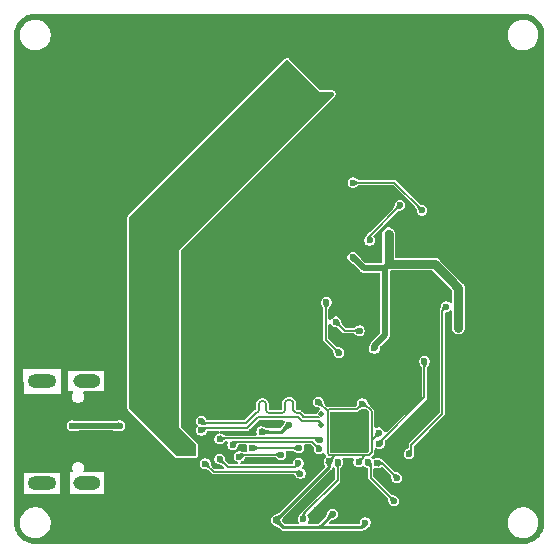
<source format=gbr>
%TF.GenerationSoftware,KiCad,Pcbnew,9.0.2+1*%
%TF.CreationDate,2025-08-01T20:38:55+01:00*%
%TF.ProjectId,PocketSat,506f636b-6574-4536-9174-2e6b69636164,rev?*%
%TF.SameCoordinates,Original*%
%TF.FileFunction,Copper,L4,Bot*%
%TF.FilePolarity,Positive*%
%FSLAX46Y46*%
G04 Gerber Fmt 4.6, Leading zero omitted, Abs format (unit mm)*
G04 Created by KiCad (PCBNEW 9.0.2+1) date 2025-08-01 20:38:55*
%MOMM*%
%LPD*%
G01*
G04 APERTURE LIST*
%TA.AperFunction,ComponentPad*%
%ADD10O,2.316000X1.158000*%
%TD*%
%TA.AperFunction,ComponentPad*%
%ADD11O,2.400000X1.200000*%
%TD*%
%TA.AperFunction,ViaPad*%
%ADD12C,0.600000*%
%TD*%
%TA.AperFunction,ViaPad*%
%ADD13C,0.700000*%
%TD*%
%TA.AperFunction,ViaPad*%
%ADD14C,0.500000*%
%TD*%
%TA.AperFunction,Conductor*%
%ADD15C,0.250000*%
%TD*%
%TA.AperFunction,Conductor*%
%ADD16C,0.130000*%
%TD*%
%TA.AperFunction,Conductor*%
%ADD17C,0.500000*%
%TD*%
%TA.AperFunction,Conductor*%
%ADD18C,0.750000*%
%TD*%
%TA.AperFunction,Conductor*%
%ADD19C,0.185000*%
%TD*%
G04 APERTURE END LIST*
D10*
%TO.P,J20,S3,SHIELD*%
%TO.N,unconnected-(J20-SHIELD-PadS1)_1*%
X106450000Y-85923498D03*
%TO.P,J20,S4,SHIELD*%
%TO.N,unconnected-(J20-SHIELD-PadS1)_5*%
X106450000Y-94563498D03*
D11*
%TO.P,J20,S5,SHIELD*%
%TO.N,unconnected-(J20-SHIELD-PadS1)_3*%
X102625000Y-85923498D03*
%TO.P,J20,S6,SHIELD*%
%TO.N,unconnected-(J20-SHIELD-PadS1)_2*%
X102625000Y-94563498D03*
%TD*%
D12*
%TO.N,GND*%
X133620000Y-71510000D03*
X122456999Y-86906999D03*
X121300000Y-77900000D03*
X134600000Y-97400000D03*
X138900000Y-55900000D03*
X130965748Y-75600000D03*
X142040000Y-94300000D03*
X128950000Y-94750000D03*
X104550000Y-93900000D03*
X133196500Y-73375000D03*
X140400000Y-74656999D03*
X138680000Y-77130000D03*
X134490000Y-89580000D03*
X122494335Y-94800000D03*
X122260000Y-92660000D03*
X135500000Y-70950000D03*
D13*
X129800000Y-90300000D03*
D12*
X126130000Y-95120000D03*
X139700000Y-95900000D03*
D13*
X127600000Y-91300000D03*
D12*
X102100000Y-61900000D03*
X117300000Y-79900000D03*
X120480000Y-90230000D03*
X107800000Y-93343498D03*
X135900000Y-81900000D03*
X135228500Y-78453501D03*
X119610000Y-91550000D03*
X123210000Y-96020000D03*
X142500000Y-77180000D03*
X143950000Y-85400000D03*
X140100000Y-89450000D03*
D13*
X115210000Y-80606667D03*
D12*
X129700000Y-83600000D03*
X128430000Y-55530000D03*
X105300000Y-79900000D03*
X108800000Y-95900000D03*
X121300000Y-79900000D03*
X108800000Y-97900000D03*
X116120000Y-90840000D03*
X109300000Y-61900000D03*
X137600000Y-97900000D03*
X109300000Y-83900000D03*
X131190000Y-89160000D03*
X143500000Y-90850000D03*
D13*
X111260000Y-95080000D03*
D12*
X134600000Y-94300000D03*
X129650000Y-73700000D03*
X104440000Y-89660000D03*
X102100000Y-93100000D03*
X131200000Y-92100000D03*
X136560000Y-95540000D03*
X131913984Y-98022758D03*
X102100000Y-59900000D03*
X137200000Y-74000000D03*
X138800000Y-83890000D03*
D13*
X128000000Y-76500000D03*
X128700000Y-91300000D03*
D12*
X109096502Y-87143498D03*
X111400000Y-91618498D03*
D13*
X127600000Y-89300000D03*
D12*
X122456999Y-88050000D03*
D13*
X115210000Y-81673334D03*
D12*
X116925000Y-92200000D03*
X134810000Y-75160000D03*
X111600000Y-93562500D03*
X129300000Y-65900000D03*
X109300000Y-77900000D03*
X134600000Y-92066667D03*
X125939160Y-96789160D03*
X140350000Y-73150000D03*
X120580050Y-95419950D03*
X127900000Y-95100000D03*
X117300000Y-81900000D03*
X121800000Y-95514225D03*
X134420000Y-86270000D03*
D13*
X129800000Y-89300000D03*
D12*
X130420000Y-95450000D03*
X123480000Y-57920000D03*
X137000000Y-69200000D03*
X105300000Y-55900000D03*
X127930000Y-97670000D03*
X104700000Y-95900000D03*
D13*
X128700000Y-89300000D03*
D12*
X121300000Y-83900000D03*
X125300000Y-71900000D03*
X115000000Y-97900000D03*
D13*
X129800000Y-66300000D03*
D12*
X128980000Y-87780000D03*
X136400000Y-74000000D03*
D13*
X124900000Y-76500000D03*
D12*
X118050000Y-95950000D03*
X138740000Y-94322429D03*
X139700000Y-97900000D03*
X110799999Y-89693498D03*
X109300000Y-81900000D03*
X129700003Y-80128996D03*
D13*
X128700000Y-90300000D03*
D12*
X126215800Y-78600000D03*
X138740000Y-93205764D03*
X143550000Y-95450000D03*
D13*
X115200000Y-92800000D03*
D12*
X127000000Y-83500000D03*
X108250000Y-90650000D03*
D13*
X138750000Y-71050000D03*
D12*
X136400000Y-74900000D03*
X128600000Y-82450000D03*
X116820000Y-88670000D03*
D13*
X115210000Y-83806667D03*
D12*
X129920003Y-78753996D03*
X134450000Y-83550000D03*
D13*
X129800000Y-91300000D03*
D12*
X127550000Y-80050000D03*
X138391666Y-91200000D03*
X136643001Y-89400000D03*
X143500000Y-93350000D03*
X109300000Y-57900000D03*
X134600000Y-95416668D03*
X130300000Y-81800000D03*
X134600000Y-93183335D03*
X109300000Y-85950000D03*
X123130000Y-55530000D03*
X110500000Y-91618498D03*
X125400000Y-70050000D03*
X138740000Y-92089096D03*
D13*
X128025567Y-70050000D03*
D12*
X122450000Y-89550000D03*
X128830000Y-97660000D03*
X140010000Y-80020000D03*
X114650000Y-95450000D03*
X109300000Y-79900000D03*
X133400000Y-93800000D03*
X143400000Y-59100000D03*
D13*
X115210000Y-82740000D03*
D12*
X142250000Y-89910000D03*
D13*
X127600000Y-90300000D03*
D12*
X102100000Y-87350000D03*
X139820000Y-92120000D03*
X138000000Y-74900000D03*
X123143000Y-56650000D03*
X130600000Y-98500000D03*
X117300000Y-73900000D03*
X121200000Y-94250000D03*
X134400000Y-79250000D03*
X126800000Y-84228500D03*
X125300000Y-67900000D03*
X134820000Y-72530000D03*
X125300000Y-55900000D03*
X109300000Y-63900000D03*
X132550000Y-86200000D03*
X124250000Y-86650000D03*
X130121500Y-77403996D03*
X133180000Y-91430000D03*
X126190238Y-92481442D03*
X128700000Y-92800000D03*
X118490000Y-92360000D03*
X121300000Y-71900000D03*
X129300000Y-69900000D03*
X120280000Y-92650000D03*
X126980000Y-87760000D03*
X104700000Y-97900000D03*
X102100000Y-90250000D03*
X143950000Y-83510000D03*
X114978500Y-86278500D03*
X138740000Y-95439097D03*
X118010000Y-91540000D03*
X138000000Y-74000000D03*
X121500000Y-98000000D03*
D13*
X128425000Y-58125000D03*
D12*
X117300000Y-83900000D03*
X131000000Y-88000000D03*
X125928499Y-74600000D03*
X137200000Y-74900000D03*
X117300000Y-75900000D03*
X127500000Y-95900000D03*
X139150000Y-85350000D03*
X117060000Y-91260000D03*
X125600000Y-84228500D03*
X137080000Y-80370000D03*
X137100000Y-91200000D03*
D13*
X136840000Y-78353600D03*
D12*
X117300000Y-77900000D03*
X123610000Y-92630000D03*
X143500000Y-88750000D03*
X125470707Y-93440707D03*
X119000000Y-97900000D03*
D13*
X114200000Y-92800000D03*
X134125000Y-58150000D03*
D12*
%TO.N,+3.3V*%
X122493512Y-97693512D03*
X137920000Y-81430000D03*
X126954849Y-92714843D03*
D13*
X137200000Y-77300000D03*
D12*
X127271039Y-97171039D03*
X134854322Y-76020798D03*
X129780000Y-87820000D03*
X128978502Y-75400000D03*
X123599999Y-89630000D03*
X126070000Y-87670000D03*
X121250000Y-90200000D03*
D13*
X132007700Y-73425000D03*
D12*
X129470000Y-92770000D03*
X131200000Y-90290000D03*
X130050001Y-97888745D03*
X130800000Y-83150000D03*
%TO.N,VBUS*%
X109260000Y-89693498D03*
X105200000Y-89693498D03*
D13*
%TO.N,+5V*%
X123775000Y-61850000D03*
X123435962Y-59733890D03*
X124150963Y-63908890D03*
X121705962Y-61463890D03*
X125880962Y-62178891D03*
X115200000Y-91800000D03*
X114200000Y-91800000D03*
D12*
%TO.N,/SD-Card MOSI SPI*%
X132990000Y-71010000D03*
X130400000Y-74000000D03*
%TO.N,/SD-Card MISO SPI*%
X129000000Y-69100000D03*
X134850000Y-71450000D03*
%TO.N,/SCL1 I2C*%
X127700000Y-92800000D03*
X124800000Y-97600000D03*
%TO.N,/Humidity RDY*%
X126750000Y-79250000D03*
X127800000Y-83500000D03*
%TO.N,/SCK1 SPI*%
X131070000Y-92860000D03*
X132700000Y-94100000D03*
%TO.N,/MCU SD3 SPI*%
X117700000Y-90800000D03*
X126193970Y-90899999D03*
%TO.N,/MCU ~{CS} SPI*%
X116500000Y-92900000D03*
X124530000Y-93740000D03*
%TO.N,/MCU SD1 SPI*%
X124380000Y-92850000D03*
X117700000Y-92500000D03*
%TO.N,/SDA0 I2C*%
X127544189Y-80894189D03*
X129549997Y-81650000D03*
%TO.N,/MISO1 SPI*%
X130280000Y-92800000D03*
X132450000Y-96050000D03*
%TO.N,/MCU SCLK SPI*%
X118800000Y-91300000D03*
X126152802Y-91660000D03*
%TO.N,/MCU SD2 SPI*%
X119375000Y-92300000D03*
X122900000Y-92132500D03*
%TO.N,/MCU SD0 SPI*%
X124390000Y-91570000D03*
X120475000Y-91600000D03*
%TO.N,/D+*%
X116155094Y-90078498D03*
D14*
X126325000Y-89651500D03*
D12*
%TO.N,/D-*%
X116155094Y-89283498D03*
D14*
X126323895Y-88736406D03*
D12*
%TO.N,/Red Status*%
X131230000Y-91230000D03*
X135050000Y-84250000D03*
%TO.N,/Green Status*%
X136900000Y-79600000D03*
X133750000Y-92090000D03*
%TD*%
D15*
%TO.N,+3.3V*%
X126954849Y-92714843D02*
X126954849Y-93215151D01*
X127271039Y-97171039D02*
X127228961Y-97171039D01*
D16*
X126070000Y-87670000D02*
X126840000Y-88440000D01*
X129780000Y-87820000D02*
X129780000Y-87830000D01*
D15*
X127200000Y-98300000D02*
X129638746Y-98300000D01*
D17*
X131700000Y-76328498D02*
X132007700Y-76020798D01*
D15*
X123599999Y-89630000D02*
X123469999Y-89630000D01*
D16*
X127469692Y-92200000D02*
X127000000Y-92200000D01*
D17*
X130800000Y-82900000D02*
X131700000Y-82000000D01*
D16*
X126984000Y-88296000D02*
X126840000Y-88440000D01*
D15*
X127228961Y-97171039D02*
X127200000Y-97200000D01*
D16*
X129470000Y-92770000D02*
X130040000Y-92200000D01*
D17*
X130800000Y-83150000D02*
X130800000Y-82900000D01*
D16*
X130340000Y-92200000D02*
X129300000Y-92200000D01*
D15*
X123100000Y-98300000D02*
X125190000Y-98300000D01*
D16*
X130040000Y-92200000D02*
X130340000Y-92200000D01*
D18*
X132007700Y-73425000D02*
X132007700Y-76020798D01*
D16*
X126840000Y-92040000D02*
X126840000Y-88640000D01*
D15*
X122899999Y-90200000D02*
X121250000Y-90200000D01*
X122493512Y-97693512D02*
X123100000Y-98300000D01*
X122493512Y-97676488D02*
X122493512Y-97693512D01*
X126954849Y-93215151D02*
X122493512Y-97676488D01*
D16*
X130600000Y-88450000D02*
X130600000Y-91040000D01*
D18*
X135920798Y-76020798D02*
X137200000Y-77300000D01*
D17*
X131700000Y-82000000D02*
X131700000Y-76328498D01*
D15*
X126142078Y-98300000D02*
X125190000Y-98300000D01*
D16*
X127000000Y-92200000D02*
X126840000Y-92040000D01*
D17*
X128978502Y-75400000D02*
X129907000Y-76328498D01*
D16*
X130600000Y-91940000D02*
X130340000Y-92200000D01*
D18*
X137920000Y-81430000D02*
X137920000Y-78020000D01*
X134854322Y-76020798D02*
X135920798Y-76020798D01*
D16*
X127780000Y-92200000D02*
X129300000Y-92200000D01*
D18*
X132007700Y-76020798D02*
X134854322Y-76020798D01*
D16*
X126954849Y-92714843D02*
X127469692Y-92200000D01*
D17*
X121250000Y-90200000D02*
X121282500Y-90167500D01*
D15*
X127271039Y-97171039D02*
X126142078Y-98300000D01*
D16*
X130600000Y-91040000D02*
X130600000Y-91940000D01*
X129970000Y-87820000D02*
X130600000Y-88450000D01*
X129780000Y-87830000D02*
X129314000Y-88296000D01*
X129314000Y-88296000D02*
X126984000Y-88296000D01*
D15*
X123469999Y-89630000D02*
X122899999Y-90200000D01*
X125190000Y-98300000D02*
X127200000Y-98300000D01*
D16*
X130600000Y-90890000D02*
X130600000Y-91040000D01*
D15*
X129638746Y-98300000D02*
X130050001Y-97888745D01*
D16*
X129780000Y-87820000D02*
X129970000Y-87820000D01*
X131200000Y-90290000D02*
X130600000Y-90890000D01*
D18*
X137920000Y-78020000D02*
X137200000Y-77300000D01*
D16*
X126840000Y-88440000D02*
X126840000Y-88640000D01*
X127469692Y-92200000D02*
X127780000Y-92200000D01*
D17*
X129907000Y-76328498D02*
X131700000Y-76328498D01*
%TO.N,VBUS*%
X105200000Y-89693498D02*
X109260000Y-89693498D01*
D16*
%TO.N,/SD-Card MOSI SPI*%
X130400000Y-73600000D02*
X130400000Y-74000000D01*
X132990000Y-71010000D02*
X130400000Y-73600000D01*
%TO.N,/SD-Card MISO SPI*%
X134850000Y-71450000D02*
X132500000Y-69100000D01*
X132500000Y-69100000D02*
X129000000Y-69100000D01*
%TO.N,/SCL1 I2C*%
X127700000Y-94300000D02*
X124800000Y-97200000D01*
X127700000Y-92800000D02*
X127700000Y-94300000D01*
X124800000Y-97200000D02*
X124800000Y-97600000D01*
%TO.N,/Humidity RDY*%
X126750000Y-79250000D02*
X126700000Y-79300000D01*
X126700000Y-79300000D02*
X126700000Y-82400000D01*
X126700000Y-82400000D02*
X127800000Y-83500000D01*
%TO.N,/SCK1 SPI*%
X132700000Y-94100000D02*
X131460000Y-92860000D01*
X131460000Y-92860000D02*
X131070000Y-92860000D01*
%TO.N,/MCU SD3 SPI*%
X126046971Y-90753000D02*
X117747000Y-90753000D01*
X117747000Y-90753000D02*
X117700000Y-90800000D01*
X126193970Y-90899999D02*
X126046971Y-90753000D01*
X117800000Y-90700000D02*
X117700000Y-90800000D01*
%TO.N,/MCU ~{CS} SPI*%
X117200000Y-93600000D02*
X116500000Y-92900000D01*
X124390000Y-93600000D02*
X117200000Y-93600000D01*
X124530000Y-93740000D02*
X124390000Y-93600000D01*
%TO.N,/MCU SD1 SPI*%
X124380000Y-92920000D02*
X124120000Y-93180000D01*
X124120000Y-93180000D02*
X118380000Y-93180000D01*
X118380000Y-93180000D02*
X117700000Y-92500000D01*
X124380000Y-92850000D02*
X124380000Y-92920000D01*
%TO.N,/SDA0 I2C*%
X128300000Y-81650000D02*
X129549997Y-81650000D01*
X127544189Y-80894189D02*
X128300000Y-81650000D01*
%TO.N,/MISO1 SPI*%
X132450000Y-96050000D02*
X130500000Y-94100000D01*
X130322802Y-92800000D02*
X130280000Y-92800000D01*
X130500000Y-94100000D02*
X130500000Y-92977198D01*
X130500000Y-92977198D02*
X130322802Y-92800000D01*
%TO.N,/MCU SCLK SPI*%
X119823735Y-91034000D02*
X119396265Y-91034000D01*
X126150000Y-91660000D02*
X125540000Y-91050000D01*
X119839735Y-91050000D02*
X119823735Y-91034000D01*
X125540000Y-91050000D02*
X119839735Y-91050000D01*
X119380265Y-91050000D02*
X119050000Y-91050000D01*
X119396265Y-91034000D02*
X119380265Y-91050000D01*
X126152802Y-91660000D02*
X126150000Y-91660000D01*
X119050000Y-91050000D02*
X118800000Y-91300000D01*
%TO.N,/MCU SD2 SPI*%
X119542500Y-92132500D02*
X122900000Y-92132500D01*
X119375000Y-92300000D02*
X119542500Y-92132500D01*
X122899000Y-92133500D02*
X122900000Y-92132500D01*
%TO.N,/MCU SD0 SPI*%
X120500000Y-91575000D02*
X120475000Y-91600000D01*
X124285000Y-91575000D02*
X120500000Y-91575000D01*
X124390000Y-91570000D02*
X124290000Y-91570000D01*
X124290000Y-91570000D02*
X124285000Y-91575000D01*
D19*
%TO.N,/D+*%
X120938702Y-88990000D02*
X124321298Y-88990000D01*
X124643963Y-89312665D02*
X126127636Y-89312665D01*
X126127636Y-89312665D02*
X126325000Y-89510029D01*
X126325000Y-89510029D02*
X126325000Y-89651500D01*
X116362594Y-89870998D02*
X120057704Y-89870998D01*
X116155094Y-90078498D02*
X116362594Y-89870998D01*
X124321298Y-88990000D02*
X124643963Y-89312665D01*
X120057704Y-89870998D02*
X120938702Y-88990000D01*
%TO.N,/D-*%
X120781298Y-88610000D02*
X120787354Y-88610000D01*
X124729351Y-88860649D02*
X124801367Y-88932665D01*
X123525639Y-87520000D02*
X123667639Y-87520000D01*
X121027354Y-88370000D02*
X121027354Y-87860000D01*
X116155094Y-89283498D02*
X116362594Y-89490998D01*
X123241639Y-88326000D02*
X123241639Y-87804000D01*
X124801367Y-88932665D02*
X126127636Y-88932665D01*
X121627354Y-87860000D02*
X121627354Y-88370000D01*
X116362594Y-89490998D02*
X119900300Y-89490998D01*
X124377639Y-88610000D02*
X124478702Y-88610000D01*
X119900300Y-89490998D02*
X120781298Y-88610000D01*
X121987354Y-88610000D02*
X121989819Y-88610000D01*
X121989819Y-88610000D02*
X122957639Y-88610000D01*
X123951639Y-87804000D02*
X123951639Y-88326000D01*
X124478702Y-88610000D02*
X124729351Y-88860649D01*
X121267354Y-87620000D02*
X121387354Y-87620000D01*
X121867354Y-88610000D02*
X121987354Y-88610000D01*
X124235639Y-88610000D02*
X124377639Y-88610000D01*
X120787354Y-88610000D02*
G75*
G03*
X121027400Y-88370000I46J240000D01*
G01*
X121387354Y-87620000D02*
G75*
G02*
X121627400Y-87860000I46J-240000D01*
G01*
X121627354Y-88370000D02*
G75*
G03*
X121867354Y-88610046I240046J0D01*
G01*
X122957639Y-88610000D02*
G75*
G03*
X123241600Y-88326000I-39J284000D01*
G01*
X121027354Y-87860000D02*
G75*
G02*
X121267354Y-87619954I240046J0D01*
G01*
X123667639Y-87520000D02*
G75*
G02*
X123951600Y-87804000I-39J-284000D01*
G01*
X123241639Y-87804000D02*
G75*
G02*
X123525639Y-87520039I283961J0D01*
G01*
X123951639Y-88326000D02*
G75*
G03*
X124235639Y-88609961I283961J0D01*
G01*
D16*
%TO.N,/Red Status*%
X131230000Y-91230000D02*
X131230000Y-91120000D01*
X131230000Y-91120000D02*
X135050000Y-87300000D01*
X135050000Y-87300000D02*
X135050000Y-84250000D01*
%TO.N,/Green Status*%
X133920000Y-91330000D02*
X133920000Y-91920000D01*
X136900000Y-79600000D02*
X136550000Y-79950000D01*
X136550000Y-88700000D02*
X133920000Y-91330000D01*
X133920000Y-91920000D02*
X133750000Y-92090000D01*
X136550000Y-79950000D02*
X136550000Y-88700000D01*
%TD*%
%TA.AperFunction,Conductor*%
%TO.N,GND*%
G36*
X138450000Y-75330000D02*
G01*
X135950000Y-75330000D01*
X135950000Y-73570000D01*
X138450000Y-73570000D01*
X138450000Y-75330000D01*
G37*
%TD.AperFunction*%
%TD*%
%TA.AperFunction,Conductor*%
%TO.N,GND*%
G36*
X127411060Y-93203815D02*
G01*
X127458671Y-93254952D01*
X127468256Y-93281076D01*
X127471660Y-93295033D01*
X127473851Y-93309800D01*
X127474701Y-93313399D01*
X127474885Y-93315468D01*
X127479125Y-93391807D01*
X127483187Y-93408554D01*
X127484010Y-93417775D01*
X127484500Y-93428790D01*
X127484500Y-94159374D01*
X127464815Y-94226413D01*
X127448181Y-94247055D01*
X124800189Y-96895046D01*
X124784029Y-96908661D01*
X124770365Y-96918307D01*
X124647305Y-97047871D01*
X124647305Y-97047872D01*
X124646190Y-97049046D01*
X124617308Y-97077929D01*
X124616186Y-97080634D01*
X124606569Y-97090760D01*
X124606567Y-97090760D01*
X124594940Y-97103005D01*
X124587414Y-97111531D01*
X124586368Y-97112807D01*
X124579498Y-97121841D01*
X124430143Y-97333870D01*
X124429282Y-97335105D01*
X124429088Y-97335386D01*
X124429085Y-97335392D01*
X124422324Y-97351310D01*
X124415583Y-97364827D01*
X124380202Y-97426111D01*
X124380201Y-97426112D01*
X124374430Y-97447651D01*
X124349500Y-97540691D01*
X124349500Y-97659309D01*
X124380201Y-97773886D01*
X124416347Y-97836492D01*
X124417506Y-97838499D01*
X124433979Y-97906399D01*
X124411127Y-97972426D01*
X124356206Y-98015617D01*
X124310119Y-98024500D01*
X123265479Y-98024500D01*
X123236042Y-98015856D01*
X123206053Y-98009333D01*
X123201036Y-98005577D01*
X123198440Y-98004815D01*
X123177799Y-97988182D01*
X123132327Y-97942711D01*
X123113438Y-97918424D01*
X123112247Y-97916422D01*
X123110217Y-97913010D01*
X123069849Y-97868177D01*
X123059833Y-97855477D01*
X123048155Y-97838499D01*
X123046774Y-97836490D01*
X123034394Y-97813706D01*
X123032804Y-97809870D01*
X123007991Y-97750013D01*
X123003278Y-97736476D01*
X122999346Y-97722649D01*
X122998948Y-97721305D01*
X122998805Y-97651439D01*
X122999980Y-97647635D01*
X123023628Y-97575295D01*
X123035914Y-97548793D01*
X123046970Y-97530849D01*
X123059261Y-97514196D01*
X123103319Y-97463911D01*
X123106815Y-97458071D01*
X123125516Y-97434097D01*
X127077988Y-93481627D01*
X127101249Y-93464038D01*
X127145981Y-93413751D01*
X127146537Y-93413078D01*
X127188406Y-93371210D01*
X127206619Y-93327240D01*
X127230349Y-93269951D01*
X127230349Y-93269950D01*
X127233226Y-93263005D01*
X127277066Y-93208601D01*
X127343360Y-93186536D01*
X127411060Y-93203815D01*
G37*
%TD.AperFunction*%
%TA.AperFunction,Conductor*%
G36*
X130077749Y-88256370D02*
G01*
X130110413Y-88274960D01*
X130122340Y-88284401D01*
X130125922Y-88286368D01*
X130128717Y-88288102D01*
X130131292Y-88290980D01*
X130151027Y-88305790D01*
X130348181Y-88502944D01*
X130381666Y-88564267D01*
X130384500Y-88590625D01*
X130384500Y-91799375D01*
X130364815Y-91866414D01*
X130348181Y-91887056D01*
X130287056Y-91948181D01*
X130225733Y-91981666D01*
X130199375Y-91984500D01*
X127179500Y-91984500D01*
X127112461Y-91964815D01*
X127066706Y-91912011D01*
X127064093Y-91900000D01*
X127100000Y-91900000D01*
X130300000Y-91900000D01*
X130300000Y-88700000D01*
X127100000Y-88700000D01*
X127100000Y-91900000D01*
X127064093Y-91900000D01*
X127055500Y-91860500D01*
X127055500Y-88635500D01*
X127075185Y-88568461D01*
X127127989Y-88522706D01*
X127179500Y-88511500D01*
X129356865Y-88511500D01*
X129356866Y-88511500D01*
X129436071Y-88478692D01*
X129493830Y-88420931D01*
X129501458Y-88413918D01*
X129509090Y-88407467D01*
X129523554Y-88398782D01*
X129579905Y-88347618D01*
X129581583Y-88346201D01*
X129582652Y-88345728D01*
X129594168Y-88336861D01*
X129608195Y-88327768D01*
X129639281Y-88313271D01*
X129686624Y-88298752D01*
X129703089Y-88294909D01*
X129740911Y-88288768D01*
X129740953Y-88288760D01*
X129740996Y-88288754D01*
X129741297Y-88288703D01*
X129742300Y-88288536D01*
X129800694Y-88278507D01*
X129829606Y-88276973D01*
X129834955Y-88277315D01*
X129834971Y-88277316D01*
X129853610Y-88277389D01*
X129856409Y-88277232D01*
X129874972Y-88275066D01*
X129988078Y-88254917D01*
X129990438Y-88254478D01*
X129990778Y-88254412D01*
X129992937Y-88253976D01*
X130003480Y-88251773D01*
X130008101Y-88250809D01*
X130077749Y-88256370D01*
G37*
%TD.AperFunction*%
%TA.AperFunction,Conductor*%
G36*
X123153964Y-89252685D02*
G01*
X123199719Y-89305489D01*
X123209663Y-89374647D01*
X123191537Y-89423576D01*
X123125762Y-89526929D01*
X123124415Y-89528999D01*
X123055911Y-89632051D01*
X123044404Y-89646810D01*
X122928640Y-89774168D01*
X122928637Y-89774171D01*
X122923997Y-89781684D01*
X122906184Y-89804197D01*
X122822203Y-89888180D01*
X122760881Y-89921666D01*
X122734521Y-89924500D01*
X121877924Y-89924500D01*
X121847409Y-89920686D01*
X121841288Y-89919132D01*
X121794420Y-89916675D01*
X121781040Y-89915974D01*
X121764983Y-89914076D01*
X121749309Y-89911177D01*
X121742320Y-89909885D01*
X121717452Y-89902527D01*
X121653749Y-89876161D01*
X121640822Y-89869910D01*
X121628261Y-89862912D01*
X121627749Y-89862634D01*
X121625221Y-89861261D01*
X121624926Y-89861105D01*
X121622486Y-89859842D01*
X121574761Y-89835665D01*
X121525818Y-89810871D01*
X121515220Y-89806086D01*
X121513112Y-89805134D01*
X121511191Y-89804368D01*
X121511148Y-89804352D01*
X121497841Y-89799736D01*
X121364983Y-89760314D01*
X121358278Y-89758487D01*
X121357279Y-89758239D01*
X121355061Y-89758183D01*
X121326100Y-89753998D01*
X121309316Y-89749501D01*
X121309310Y-89749500D01*
X121309309Y-89749500D01*
X121190691Y-89749500D01*
X121076114Y-89780201D01*
X121076112Y-89780201D01*
X121076112Y-89780202D01*
X120973387Y-89839511D01*
X120973384Y-89839513D01*
X120889513Y-89923384D01*
X120889511Y-89923387D01*
X120861456Y-89971980D01*
X120830201Y-90026114D01*
X120799500Y-90140691D01*
X120799500Y-90259309D01*
X120830201Y-90373886D01*
X120830202Y-90373889D01*
X120832217Y-90381406D01*
X120830554Y-90451256D01*
X120791392Y-90509119D01*
X120727164Y-90536623D01*
X120712442Y-90537500D01*
X118328257Y-90537500D01*
X118316403Y-90536932D01*
X118306802Y-90536009D01*
X118291658Y-90532127D01*
X118232996Y-90528921D01*
X118230458Y-90528678D01*
X118229591Y-90528330D01*
X118218952Y-90527026D01*
X118200351Y-90523458D01*
X118174464Y-90515479D01*
X118118200Y-90491131D01*
X118103259Y-90483424D01*
X118085402Y-90472620D01*
X118082815Y-90471090D01*
X118082403Y-90470852D01*
X118082400Y-90470850D01*
X118079589Y-90469265D01*
X118079564Y-90469251D01*
X117982682Y-90415913D01*
X117982672Y-90415908D01*
X117968506Y-90409020D01*
X117966358Y-90408107D01*
X117966348Y-90408103D01*
X117959931Y-90405754D01*
X117951446Y-90402649D01*
X117951440Y-90402647D01*
X117951437Y-90402646D01*
X117816800Y-90361018D01*
X117809374Y-90358923D01*
X117806327Y-90358146D01*
X117746239Y-90322493D01*
X117714965Y-90260013D01*
X117722435Y-90190544D01*
X117766276Y-90136141D01*
X117832571Y-90114077D01*
X117836995Y-90113998D01*
X120009366Y-90113998D01*
X120009368Y-90113999D01*
X120106040Y-90113999D01*
X120176406Y-90084852D01*
X120195353Y-90077004D01*
X120263710Y-90008647D01*
X120263710Y-90008646D01*
X120281148Y-89991208D01*
X120281150Y-89991205D01*
X121003036Y-89269319D01*
X121064359Y-89235834D01*
X121090717Y-89233000D01*
X123086925Y-89233000D01*
X123153964Y-89252685D01*
G37*
%TD.AperFunction*%
%TA.AperFunction,Conductor*%
G36*
X143404043Y-54800765D02*
G01*
X143626790Y-54815364D01*
X143642848Y-54817479D01*
X143828875Y-54854482D01*
X143857771Y-54860230D01*
X143873438Y-54864428D01*
X143976719Y-54899487D01*
X144080944Y-54934867D01*
X144095921Y-54941070D01*
X144286791Y-55035196D01*
X144292460Y-55037992D01*
X144306508Y-55046102D01*
X144488712Y-55167848D01*
X144501576Y-55177719D01*
X144666328Y-55322202D01*
X144677797Y-55333671D01*
X144812887Y-55487713D01*
X144822280Y-55498423D01*
X144832154Y-55511291D01*
X144953897Y-55693492D01*
X144962007Y-55707539D01*
X145058926Y-55904071D01*
X145065133Y-55919057D01*
X145135571Y-56126561D01*
X145139769Y-56142228D01*
X145182518Y-56357140D01*
X145184636Y-56373221D01*
X145199235Y-56595956D01*
X145199500Y-56604066D01*
X145199500Y-97895933D01*
X145199235Y-97904043D01*
X145184636Y-98126778D01*
X145182518Y-98142859D01*
X145139769Y-98357771D01*
X145135571Y-98373438D01*
X145065133Y-98580942D01*
X145058926Y-98595928D01*
X144962007Y-98792460D01*
X144953897Y-98806507D01*
X144832154Y-98988708D01*
X144822280Y-99001576D01*
X144677797Y-99166328D01*
X144666328Y-99177797D01*
X144501576Y-99322280D01*
X144488708Y-99332154D01*
X144306507Y-99453897D01*
X144292460Y-99462007D01*
X144095928Y-99558926D01*
X144080942Y-99565133D01*
X143873438Y-99635571D01*
X143857771Y-99639769D01*
X143642859Y-99682518D01*
X143626778Y-99684636D01*
X143404043Y-99699235D01*
X143395933Y-99699500D01*
X102104067Y-99699500D01*
X102095957Y-99699235D01*
X101873221Y-99684636D01*
X101857140Y-99682518D01*
X101642228Y-99639769D01*
X101626561Y-99635571D01*
X101419057Y-99565133D01*
X101404071Y-99558926D01*
X101207539Y-99462007D01*
X101193492Y-99453897D01*
X101011291Y-99332154D01*
X100998423Y-99322280D01*
X100833671Y-99177797D01*
X100822202Y-99166328D01*
X100768610Y-99105218D01*
X100677716Y-99001573D01*
X100667845Y-98988708D01*
X100546102Y-98806507D01*
X100537992Y-98792460D01*
X100515679Y-98747213D01*
X100441070Y-98595921D01*
X100434866Y-98580942D01*
X100432740Y-98574680D01*
X100416409Y-98526569D01*
X100364428Y-98373438D01*
X100360230Y-98357771D01*
X100342449Y-98268380D01*
X100317479Y-98142848D01*
X100315364Y-98126790D01*
X100300765Y-97904043D01*
X100300500Y-97895933D01*
X100300500Y-97797648D01*
X100799500Y-97797648D01*
X100799500Y-98002351D01*
X100831522Y-98204534D01*
X100894781Y-98399223D01*
X100957389Y-98522096D01*
X100986784Y-98579787D01*
X100987715Y-98581613D01*
X101108028Y-98747213D01*
X101252786Y-98891971D01*
X101385936Y-98988708D01*
X101418390Y-99012287D01*
X101534607Y-99071503D01*
X101600776Y-99105218D01*
X101600778Y-99105218D01*
X101600781Y-99105220D01*
X101705137Y-99139127D01*
X101795465Y-99168477D01*
X101854309Y-99177797D01*
X101997648Y-99200500D01*
X101997649Y-99200500D01*
X102202351Y-99200500D01*
X102202352Y-99200500D01*
X102404534Y-99168477D01*
X102599219Y-99105220D01*
X102781610Y-99012287D01*
X102874590Y-98944732D01*
X102947213Y-98891971D01*
X102947215Y-98891968D01*
X102947219Y-98891966D01*
X103091966Y-98747219D01*
X103091968Y-98747215D01*
X103091971Y-98747213D01*
X103201884Y-98595928D01*
X103212287Y-98581610D01*
X103305220Y-98399219D01*
X103368477Y-98204534D01*
X103400500Y-98002352D01*
X103400500Y-97797648D01*
X103399441Y-97790961D01*
X103368477Y-97595465D01*
X103325731Y-97463908D01*
X103305220Y-97400781D01*
X103305218Y-97400778D01*
X103305218Y-97400776D01*
X103256786Y-97305724D01*
X103212287Y-97218390D01*
X103190612Y-97188556D01*
X103091971Y-97052786D01*
X102947213Y-96908028D01*
X102781613Y-96787715D01*
X102781612Y-96787714D01*
X102781610Y-96787713D01*
X102710028Y-96751240D01*
X102599223Y-96694781D01*
X102404534Y-96631522D01*
X102229995Y-96603878D01*
X102202352Y-96599500D01*
X101997648Y-96599500D01*
X101973329Y-96603351D01*
X101795465Y-96631522D01*
X101600776Y-96694781D01*
X101418386Y-96787715D01*
X101252786Y-96908028D01*
X101108028Y-97052786D01*
X100987715Y-97218386D01*
X100894781Y-97400776D01*
X100831522Y-97595465D01*
X100799500Y-97797648D01*
X100300500Y-97797648D01*
X100300500Y-93679999D01*
X101150000Y-93679999D01*
X101150000Y-93742761D01*
X101159921Y-93772559D01*
X101160000Y-93776997D01*
X101160000Y-95450000D01*
X104179999Y-95470000D01*
X104179999Y-95469999D01*
X104180000Y-95470000D01*
X104160000Y-93690000D01*
X104130506Y-93689902D01*
X101242668Y-93680307D01*
X101242667Y-93680307D01*
X101185010Y-93680115D01*
X101155864Y-93674154D01*
X101150000Y-93679999D01*
X100300500Y-93679999D01*
X100300500Y-93640000D01*
X105010000Y-93640000D01*
X105030000Y-95480000D01*
X107920000Y-95470000D01*
X107920000Y-93640000D01*
X106288782Y-93640000D01*
X106221743Y-93620315D01*
X106175988Y-93567511D01*
X106166044Y-93498353D01*
X106181395Y-93453999D01*
X106191391Y-93436685D01*
X106191392Y-93436684D01*
X106225500Y-93309390D01*
X106225500Y-93177606D01*
X106191392Y-93050312D01*
X106125500Y-92936184D01*
X106032314Y-92842998D01*
X105975250Y-92810052D01*
X105918187Y-92777106D01*
X105850232Y-92758898D01*
X105790892Y-92742998D01*
X105659108Y-92742998D01*
X105531812Y-92777106D01*
X105417686Y-92842998D01*
X105417683Y-92843000D01*
X105324502Y-92936181D01*
X105324500Y-92936184D01*
X105258608Y-93050310D01*
X105229351Y-93159501D01*
X105224500Y-93177606D01*
X105224500Y-93309390D01*
X105234894Y-93348181D01*
X105258608Y-93436685D01*
X105268605Y-93453999D01*
X105285078Y-93521899D01*
X105262226Y-93587926D01*
X105207305Y-93631117D01*
X105161218Y-93640000D01*
X105010000Y-93640000D01*
X100300500Y-93640000D01*
X100300500Y-89634189D01*
X104749500Y-89634189D01*
X104749500Y-89752807D01*
X104780201Y-89867384D01*
X104839511Y-89970111D01*
X104923387Y-90053987D01*
X105026114Y-90113297D01*
X105140691Y-90143998D01*
X105140694Y-90143998D01*
X105259309Y-90143998D01*
X105261083Y-90143522D01*
X105273946Y-90140796D01*
X105285483Y-90138983D01*
X105295099Y-90139292D01*
X105504151Y-90104636D01*
X105504677Y-90104554D01*
X105504987Y-90104594D01*
X105520928Y-90103088D01*
X105700341Y-90098770D01*
X105703555Y-90098736D01*
X105781562Y-90098961D01*
X105782086Y-90098963D01*
X105782086Y-90098962D01*
X105782088Y-90098963D01*
X105795345Y-90096345D01*
X105819361Y-90093998D01*
X108640570Y-90093998D01*
X108645623Y-90094101D01*
X108655101Y-90094487D01*
X108677946Y-90098963D01*
X108758052Y-90098732D01*
X108939068Y-90103088D01*
X108956353Y-90104720D01*
X109164900Y-90139292D01*
X109164901Y-90139291D01*
X109164902Y-90139292D01*
X109170705Y-90139702D01*
X109170674Y-90140130D01*
X109198858Y-90143506D01*
X109200691Y-90143998D01*
X109200692Y-90143998D01*
X109319306Y-90143998D01*
X109319309Y-90143998D01*
X109433886Y-90113297D01*
X109536613Y-90053987D01*
X109620489Y-89970111D01*
X109679799Y-89867384D01*
X109710500Y-89752807D01*
X109710500Y-89634189D01*
X109679799Y-89519612D01*
X109620489Y-89416885D01*
X109536613Y-89333009D01*
X109433886Y-89273699D01*
X109319309Y-89242998D01*
X109200691Y-89242998D01*
X109200689Y-89242998D01*
X109198903Y-89243477D01*
X109186057Y-89246198D01*
X109174518Y-89248010D01*
X109164902Y-89247702D01*
X108955991Y-89282332D01*
X108955309Y-89282440D01*
X108955002Y-89282399D01*
X108939053Y-89283906D01*
X108759715Y-89288223D01*
X108756373Y-89288258D01*
X108677919Y-89288031D01*
X108677908Y-89288032D01*
X108666473Y-89290290D01*
X108664657Y-89290649D01*
X108640638Y-89292998D01*
X105819431Y-89292998D01*
X105814377Y-89292895D01*
X105804897Y-89292508D01*
X105782054Y-89288032D01*
X105701940Y-89288263D01*
X105699298Y-89288199D01*
X105699239Y-89288197D01*
X105520944Y-89283906D01*
X105503650Y-89282273D01*
X105457771Y-89274668D01*
X105457770Y-89274668D01*
X105438621Y-89271493D01*
X105362472Y-89258870D01*
X105295092Y-89247700D01*
X105289290Y-89247291D01*
X105289320Y-89246865D01*
X105261140Y-89243488D01*
X105259314Y-89242998D01*
X105259309Y-89242998D01*
X105140691Y-89242998D01*
X105026114Y-89273699D01*
X105026112Y-89273699D01*
X105026112Y-89273700D01*
X104923387Y-89333009D01*
X104923384Y-89333011D01*
X104839513Y-89416882D01*
X104839511Y-89416885D01*
X104780201Y-89519612D01*
X104749500Y-89634189D01*
X100300500Y-89634189D01*
X100300500Y-84900000D01*
X101090000Y-84900000D01*
X101100000Y-86980000D01*
X104310000Y-86970000D01*
X104310000Y-86750526D01*
X104900000Y-86750526D01*
X105199768Y-86749474D01*
X105266876Y-86768923D01*
X105312816Y-86821566D01*
X105323002Y-86890689D01*
X105307590Y-86935473D01*
X105244632Y-87044519D01*
X105244631Y-87044523D01*
X105209500Y-87175631D01*
X105209500Y-87311365D01*
X105241020Y-87428995D01*
X105244632Y-87442476D01*
X105312495Y-87560018D01*
X105312497Y-87560020D01*
X105312498Y-87560022D01*
X105408476Y-87656000D01*
X105408477Y-87656001D01*
X105408479Y-87656002D01*
X105526021Y-87723865D01*
X105526022Y-87723865D01*
X105526025Y-87723867D01*
X105657133Y-87758998D01*
X105657135Y-87758998D01*
X105792865Y-87758998D01*
X105792867Y-87758998D01*
X105923975Y-87723867D01*
X106041524Y-87656000D01*
X106137502Y-87560022D01*
X106205369Y-87442473D01*
X106240500Y-87311365D01*
X106240500Y-87175631D01*
X106205369Y-87044523D01*
X106140285Y-86931794D01*
X106123813Y-86863898D01*
X106146665Y-86797871D01*
X106201586Y-86754680D01*
X106247235Y-86745798D01*
X107900000Y-86740000D01*
X107900000Y-85030000D01*
X104900000Y-85030000D01*
X104900000Y-86750526D01*
X104310000Y-86750526D01*
X104310000Y-84900000D01*
X101090000Y-84900000D01*
X100300500Y-84900000D01*
X100300500Y-72071392D01*
X109884500Y-72071392D01*
X109884500Y-72071396D01*
X109884500Y-88158815D01*
X109884718Y-88162925D01*
X109885369Y-88175231D01*
X109885370Y-88175247D01*
X109888139Y-88201306D01*
X109888139Y-88201307D01*
X109906110Y-88259069D01*
X109939437Y-88320460D01*
X109939443Y-88320469D01*
X109965879Y-88355966D01*
X110289340Y-88681020D01*
X113947831Y-92357535D01*
X113953420Y-92363151D01*
X113965928Y-92374427D01*
X113986785Y-92391276D01*
X114040691Y-92419516D01*
X114107730Y-92439201D01*
X114151541Y-92445500D01*
X114151544Y-92445500D01*
X115605991Y-92445500D01*
X115606000Y-92445500D01*
X115639055Y-92441946D01*
X115690566Y-92430740D01*
X115759342Y-92396313D01*
X115812146Y-92350558D01*
X115817621Y-92345580D01*
X115859516Y-92276850D01*
X115879201Y-92209811D01*
X115885500Y-92166000D01*
X115885500Y-91331362D01*
X115884609Y-91314739D01*
X115881775Y-91288381D01*
X115863645Y-91230481D01*
X115857812Y-91219799D01*
X115830163Y-91169163D01*
X115830158Y-91169155D01*
X115803642Y-91133733D01*
X115803626Y-91133715D01*
X114431819Y-89761908D01*
X114398334Y-89700585D01*
X114395500Y-89674227D01*
X114395500Y-89224189D01*
X115704594Y-89224189D01*
X115704594Y-89342807D01*
X115735295Y-89457384D01*
X115794605Y-89560111D01*
X115794607Y-89560113D01*
X115827811Y-89593317D01*
X115861296Y-89654640D01*
X115856312Y-89724332D01*
X115827811Y-89768679D01*
X115794607Y-89801882D01*
X115794605Y-89801885D01*
X115746958Y-89884412D01*
X115735295Y-89904612D01*
X115704594Y-90019189D01*
X115704594Y-90137807D01*
X115735295Y-90252384D01*
X115794605Y-90355111D01*
X115878481Y-90438987D01*
X115981208Y-90498297D01*
X116095785Y-90528998D01*
X116095788Y-90528998D01*
X116214400Y-90528998D01*
X116214403Y-90528998D01*
X116328980Y-90498297D01*
X116431707Y-90438987D01*
X116515583Y-90355111D01*
X116533369Y-90324303D01*
X116548361Y-90305693D01*
X116601904Y-90203284D01*
X116604998Y-90197027D01*
X116605443Y-90196074D01*
X116608262Y-90189665D01*
X116610529Y-90184176D01*
X116613915Y-90178047D01*
X116633951Y-90158202D01*
X116651625Y-90136221D01*
X116658447Y-90133941D01*
X116663557Y-90128881D01*
X116691142Y-90123019D01*
X116717894Y-90114082D01*
X116722459Y-90113998D01*
X117577724Y-90113998D01*
X117644763Y-90133683D01*
X117690518Y-90186487D01*
X117700462Y-90255645D01*
X117671437Y-90319201D01*
X117612659Y-90356975D01*
X117609860Y-90357760D01*
X117526114Y-90380201D01*
X117526112Y-90380201D01*
X117526112Y-90380202D01*
X117423387Y-90439511D01*
X117423384Y-90439513D01*
X117339513Y-90523384D01*
X117339511Y-90523387D01*
X117280201Y-90626114D01*
X117249500Y-90740691D01*
X117249500Y-90859309D01*
X117280201Y-90973886D01*
X117339511Y-91076613D01*
X117423387Y-91160489D01*
X117526114Y-91219799D01*
X117640691Y-91250500D01*
X117640694Y-91250500D01*
X117759306Y-91250500D01*
X117759309Y-91250500D01*
X117873886Y-91219799D01*
X117960055Y-91170048D01*
X117973627Y-91163027D01*
X118089250Y-91070699D01*
X118094073Y-91066686D01*
X118094779Y-91066074D01*
X118099350Y-91061951D01*
X118117434Y-91044975D01*
X118151305Y-91014569D01*
X118167302Y-91002400D01*
X118171789Y-90999529D01*
X118201790Y-90985574D01*
X118207789Y-90983708D01*
X118235153Y-90978474D01*
X118239808Y-90978117D01*
X118249078Y-90977408D01*
X118317424Y-90991917D01*
X118367076Y-91041075D01*
X118382270Y-91109272D01*
X118378318Y-91133139D01*
X118355098Y-91219798D01*
X118349500Y-91240691D01*
X118349500Y-91359309D01*
X118380201Y-91473886D01*
X118439511Y-91576613D01*
X118523387Y-91660489D01*
X118626114Y-91719799D01*
X118740691Y-91750500D01*
X118740694Y-91750500D01*
X118859306Y-91750500D01*
X118859309Y-91750500D01*
X118973886Y-91719799D01*
X119076613Y-91660489D01*
X119160489Y-91576613D01*
X119180933Y-91541203D01*
X119195396Y-91521972D01*
X119212192Y-91487059D01*
X119214524Y-91483021D01*
X119214524Y-91483020D01*
X119214529Y-91483012D01*
X119219798Y-91473887D01*
X119219799Y-91473886D01*
X119219800Y-91473881D01*
X119222911Y-91466372D01*
X119223099Y-91466450D01*
X119226428Y-91457473D01*
X119238643Y-91432086D01*
X119238653Y-91432066D01*
X119244479Y-91418298D01*
X119245255Y-91416187D01*
X119249115Y-91403887D01*
X119249733Y-91401919D01*
X119249733Y-91401915D01*
X119249739Y-91401899D01*
X119261197Y-91358110D01*
X119297211Y-91298237D01*
X119359878Y-91267340D01*
X119362525Y-91266908D01*
X119371788Y-91265500D01*
X119423131Y-91265500D01*
X119452891Y-91253172D01*
X119467791Y-91250908D01*
X119474661Y-91251839D01*
X119486424Y-91249500D01*
X119733576Y-91249500D01*
X119781029Y-91258938D01*
X119796869Y-91265500D01*
X119936638Y-91265500D01*
X120003677Y-91285185D01*
X120049432Y-91337989D01*
X120059376Y-91407147D01*
X120056413Y-91421594D01*
X120055202Y-91426111D01*
X120055201Y-91426114D01*
X120024500Y-91540691D01*
X120024500Y-91659309D01*
X120050317Y-91755657D01*
X120050504Y-91756356D01*
X120049861Y-91783336D01*
X120052813Y-91810162D01*
X120049042Y-91817741D01*
X120048841Y-91826205D01*
X120033714Y-91848555D01*
X120021694Y-91872719D01*
X120014424Y-91877056D01*
X120009679Y-91884068D01*
X119984867Y-91894692D01*
X119961694Y-91908520D01*
X119951044Y-91909176D01*
X119945450Y-91911572D01*
X119926612Y-91912381D01*
X119918840Y-91912122D01*
X119917109Y-91911722D01*
X119756015Y-91906713D01*
X119755790Y-91906706D01*
X119755718Y-91906682D01*
X119740471Y-91905241D01*
X119630336Y-91887762D01*
X119624152Y-91886619D01*
X119592497Y-91879931D01*
X119592069Y-91879819D01*
X119586961Y-91878760D01*
X119586521Y-91878668D01*
X119580558Y-91877408D01*
X119580149Y-91877348D01*
X119476551Y-91855875D01*
X119476542Y-91855874D01*
X119476541Y-91855874D01*
X119473669Y-91855857D01*
X119442279Y-91851635D01*
X119434313Y-91849500D01*
X119434309Y-91849500D01*
X119315691Y-91849500D01*
X119201114Y-91880201D01*
X119201112Y-91880201D01*
X119201112Y-91880202D01*
X119098387Y-91939511D01*
X119098384Y-91939513D01*
X119014513Y-92023384D01*
X119014511Y-92023387D01*
X118981709Y-92080202D01*
X118955201Y-92126114D01*
X118924500Y-92240691D01*
X118924500Y-92359309D01*
X118955201Y-92473886D01*
X119014511Y-92576613D01*
X119098387Y-92660489D01*
X119201114Y-92719799D01*
X119204573Y-92720726D01*
X119207163Y-92722304D01*
X119208618Y-92722907D01*
X119208524Y-92723133D01*
X119264232Y-92757090D01*
X119294761Y-92819937D01*
X119286466Y-92889313D01*
X119241981Y-92943191D01*
X119175429Y-92964465D01*
X119172478Y-92964500D01*
X118520625Y-92964500D01*
X118491184Y-92955855D01*
X118461198Y-92949332D01*
X118456182Y-92945577D01*
X118453586Y-92944815D01*
X118432944Y-92928181D01*
X118296095Y-92791332D01*
X118277386Y-92767347D01*
X118273948Y-92761604D01*
X118227401Y-92710194D01*
X118215352Y-92694541D01*
X118207544Y-92682527D01*
X118193013Y-92651468D01*
X118179760Y-92608455D01*
X118175640Y-92590374D01*
X118175277Y-92587962D01*
X118170970Y-92559309D01*
X118169981Y-92552730D01*
X118169981Y-92552731D01*
X118169843Y-92551825D01*
X118169830Y-92551740D01*
X118169635Y-92550522D01*
X118169604Y-92550330D01*
X118169604Y-92550329D01*
X118149643Y-92428276D01*
X118149402Y-92426887D01*
X118149176Y-92425571D01*
X118149110Y-92425208D01*
X118143686Y-92411751D01*
X118138927Y-92397504D01*
X118138268Y-92395046D01*
X118130463Y-92365914D01*
X118119800Y-92326116D01*
X118111656Y-92312010D01*
X118060489Y-92223387D01*
X117976613Y-92139511D01*
X117873886Y-92080201D01*
X117759309Y-92049500D01*
X117640691Y-92049500D01*
X117526114Y-92080201D01*
X117526112Y-92080201D01*
X117526112Y-92080202D01*
X117423387Y-92139511D01*
X117423384Y-92139513D01*
X117339513Y-92223384D01*
X117339511Y-92223387D01*
X117283445Y-92320496D01*
X117280201Y-92326114D01*
X117249500Y-92440691D01*
X117249500Y-92559309D01*
X117280201Y-92673886D01*
X117339511Y-92776613D01*
X117423387Y-92860489D01*
X117526114Y-92919799D01*
X117605165Y-92940980D01*
X117628290Y-92949645D01*
X117747689Y-92969172D01*
X117747835Y-92969202D01*
X117750346Y-92969607D01*
X117750578Y-92969645D01*
X117750593Y-92969646D01*
X117750637Y-92969654D01*
X117750935Y-92969703D01*
X117752376Y-92969938D01*
X117752557Y-92969964D01*
X117810352Y-92979276D01*
X117827889Y-92983429D01*
X117843709Y-92988414D01*
X117870849Y-93000721D01*
X117888583Y-93011500D01*
X117906852Y-93025048D01*
X117962284Y-93074648D01*
X117962285Y-93074648D01*
X117962287Y-93074650D01*
X117969094Y-93078799D01*
X117992235Y-93096998D01*
X118068056Y-93172819D01*
X118101541Y-93234142D01*
X118096557Y-93303834D01*
X118054685Y-93359767D01*
X117989221Y-93384184D01*
X117980375Y-93384500D01*
X117340625Y-93384500D01*
X117311184Y-93375855D01*
X117281198Y-93369332D01*
X117276182Y-93365577D01*
X117273586Y-93364815D01*
X117252944Y-93348181D01*
X117096095Y-93191332D01*
X117077386Y-93167347D01*
X117073948Y-93161604D01*
X117027401Y-93110194D01*
X117015352Y-93094541D01*
X117007544Y-93082527D01*
X116993013Y-93051468D01*
X116979760Y-93008455D01*
X116975640Y-92990374D01*
X116969981Y-92952730D01*
X116969981Y-92952731D01*
X116969837Y-92951783D01*
X116969604Y-92950330D01*
X116969604Y-92950329D01*
X116949647Y-92828300D01*
X116949436Y-92827081D01*
X116949176Y-92825571D01*
X116949110Y-92825208D01*
X116943686Y-92811751D01*
X116938927Y-92797504D01*
X116937925Y-92793766D01*
X116924323Y-92742998D01*
X116919800Y-92726116D01*
X116917148Y-92721523D01*
X116860489Y-92623387D01*
X116776613Y-92539511D01*
X116673886Y-92480201D01*
X116559309Y-92449500D01*
X116440691Y-92449500D01*
X116326114Y-92480201D01*
X116326112Y-92480201D01*
X116326112Y-92480202D01*
X116223387Y-92539511D01*
X116223384Y-92539513D01*
X116139513Y-92623384D01*
X116139511Y-92623387D01*
X116082053Y-92722907D01*
X116080201Y-92726114D01*
X116049500Y-92840691D01*
X116049500Y-92959309D01*
X116080201Y-93073886D01*
X116139511Y-93176613D01*
X116223387Y-93260489D01*
X116326114Y-93319799D01*
X116405165Y-93340980D01*
X116428290Y-93349645D01*
X116547689Y-93369172D01*
X116547835Y-93369202D01*
X116550346Y-93369607D01*
X116550578Y-93369645D01*
X116550593Y-93369646D01*
X116550637Y-93369654D01*
X116550935Y-93369703D01*
X116552376Y-93369938D01*
X116552557Y-93369964D01*
X116610352Y-93379276D01*
X116627889Y-93383429D01*
X116643709Y-93388414D01*
X116670849Y-93400721D01*
X116688583Y-93411500D01*
X116706852Y-93425048D01*
X116762284Y-93474648D01*
X116762285Y-93474648D01*
X116762287Y-93474650D01*
X116769094Y-93478799D01*
X116792235Y-93496998D01*
X117017308Y-93722071D01*
X117077929Y-93782692D01*
X117157134Y-93815500D01*
X123932552Y-93815500D01*
X123956233Y-93817782D01*
X123961004Y-93818710D01*
X123968817Y-93820877D01*
X123974195Y-93821276D01*
X123981383Y-93822675D01*
X124006164Y-93835505D01*
X124032280Y-93845327D01*
X124039273Y-93852648D01*
X124043429Y-93854800D01*
X124046605Y-93860324D01*
X124060079Y-93874430D01*
X124073321Y-93893807D01*
X124074272Y-93895218D01*
X124132544Y-93983051D01*
X124140031Y-93993387D01*
X124141216Y-93994889D01*
X124149492Y-94004539D01*
X124191418Y-94049557D01*
X124199932Y-94058018D01*
X124201269Y-94059248D01*
X124201273Y-94059251D01*
X124210428Y-94067039D01*
X124257316Y-94103899D01*
X124261958Y-94107409D01*
X124262662Y-94107921D01*
X124271478Y-94111794D01*
X124283597Y-94117931D01*
X124356114Y-94159799D01*
X124470691Y-94190500D01*
X124470694Y-94190500D01*
X124589306Y-94190500D01*
X124589309Y-94190500D01*
X124703886Y-94159799D01*
X124806613Y-94100489D01*
X124890489Y-94016613D01*
X124949799Y-93913886D01*
X124980500Y-93799309D01*
X124980500Y-93680691D01*
X124949799Y-93566114D01*
X124890489Y-93463387D01*
X124806613Y-93379511D01*
X124806611Y-93379510D01*
X124806609Y-93379508D01*
X124744310Y-93343540D01*
X124696094Y-93292973D01*
X124682872Y-93224366D01*
X124708840Y-93159501D01*
X124718614Y-93148487D01*
X124740489Y-93126613D01*
X124799799Y-93023886D01*
X124830500Y-92909309D01*
X124830500Y-92790691D01*
X124799799Y-92676114D01*
X124740489Y-92573387D01*
X124656613Y-92489511D01*
X124553886Y-92430201D01*
X124439309Y-92399500D01*
X124320691Y-92399500D01*
X124206114Y-92430201D01*
X124206112Y-92430201D01*
X124206112Y-92430202D01*
X124103387Y-92489510D01*
X124019510Y-92573387D01*
X124019509Y-92573389D01*
X123998569Y-92609657D01*
X123995746Y-92614545D01*
X123982827Y-92632854D01*
X123974976Y-92650518D01*
X123971704Y-92656186D01*
X123971704Y-92656188D01*
X123960200Y-92676113D01*
X123960200Y-92676114D01*
X123957544Y-92686027D01*
X123951093Y-92704267D01*
X123948059Y-92711096D01*
X123948051Y-92711115D01*
X123943831Y-92722907D01*
X123940253Y-92732903D01*
X123940250Y-92732911D01*
X123939334Y-92736233D01*
X123939334Y-92736234D01*
X123934862Y-92758898D01*
X123934861Y-92758905D01*
X123934860Y-92758911D01*
X123933312Y-92771690D01*
X123932257Y-92780397D01*
X123929500Y-92790691D01*
X123929500Y-92803175D01*
X123928601Y-92810601D01*
X123928601Y-92810605D01*
X123923663Y-92851393D01*
X123923177Y-92855404D01*
X123895577Y-92919592D01*
X123837657Y-92958668D01*
X123800076Y-92964500D01*
X119577522Y-92964500D01*
X119510483Y-92944815D01*
X119464728Y-92892011D01*
X119454784Y-92822853D01*
X119483809Y-92759297D01*
X119542587Y-92721523D01*
X119545383Y-92720737D01*
X119548886Y-92719799D01*
X119651613Y-92660489D01*
X119657515Y-92654585D01*
X119662120Y-92650211D01*
X119731984Y-92587221D01*
X119747051Y-92571596D01*
X119749143Y-92569099D01*
X119761884Y-92551534D01*
X119820588Y-92457422D01*
X119824613Y-92450586D01*
X119825188Y-92449550D01*
X119828812Y-92442616D01*
X119838751Y-92422370D01*
X119840220Y-92419474D01*
X119840875Y-92418224D01*
X119889449Y-92368007D01*
X119928698Y-92354874D01*
X119928531Y-92354093D01*
X119933503Y-92353025D01*
X119933506Y-92353025D01*
X119933508Y-92353024D01*
X119938479Y-92351957D01*
X119938566Y-92352366D01*
X119938571Y-92352366D01*
X119938577Y-92352415D01*
X119938577Y-92352417D01*
X119968461Y-92348000D01*
X122272487Y-92348000D01*
X122283191Y-92348463D01*
X122293073Y-92349319D01*
X122309168Y-92353361D01*
X122380756Y-92356917D01*
X122383007Y-92357112D01*
X122384092Y-92357535D01*
X122398026Y-92359347D01*
X122412045Y-92362321D01*
X122444278Y-92374006D01*
X122484070Y-92395053D01*
X122499739Y-92404906D01*
X122530462Y-92427598D01*
X122531202Y-92428141D01*
X122531324Y-92428230D01*
X122532202Y-92428866D01*
X122632041Y-92500638D01*
X122632822Y-92501199D01*
X122634738Y-92502554D01*
X122635039Y-92502764D01*
X122635045Y-92502767D01*
X122635051Y-92502771D01*
X122646148Y-92507506D01*
X122648422Y-92508477D01*
X122661753Y-92515140D01*
X122726108Y-92552296D01*
X122726109Y-92552297D01*
X122726111Y-92552297D01*
X122726114Y-92552299D01*
X122840691Y-92583000D01*
X122840694Y-92583000D01*
X122959306Y-92583000D01*
X122959309Y-92583000D01*
X123073886Y-92552299D01*
X123176613Y-92492989D01*
X123260489Y-92409113D01*
X123319799Y-92306386D01*
X123350500Y-92191809D01*
X123350500Y-92073191D01*
X123319799Y-91958614D01*
X123319797Y-91958612D01*
X123317695Y-91950764D01*
X123319913Y-91950169D01*
X123313714Y-91892477D01*
X123344993Y-91829999D01*
X123405084Y-91794350D01*
X123435743Y-91790500D01*
X123762640Y-91790500D01*
X123773110Y-91790943D01*
X123783045Y-91791784D01*
X123799333Y-91795857D01*
X123873979Y-91799490D01*
X123876190Y-91799678D01*
X123877277Y-91800099D01*
X123891531Y-91801950D01*
X123907192Y-91805284D01*
X123939415Y-91816989D01*
X123981955Y-91839525D01*
X123996700Y-91848718D01*
X124027666Y-91871187D01*
X124028942Y-91872103D01*
X124029007Y-91872149D01*
X124029107Y-91872221D01*
X124115555Y-91933625D01*
X124123493Y-91939263D01*
X124125271Y-91940507D01*
X124125519Y-91940678D01*
X124139359Y-91946552D01*
X124152914Y-91953310D01*
X124216114Y-91989799D01*
X124330691Y-92020500D01*
X124330694Y-92020500D01*
X124449306Y-92020500D01*
X124449309Y-92020500D01*
X124563886Y-91989799D01*
X124666613Y-91930489D01*
X124750489Y-91846613D01*
X124809799Y-91743886D01*
X124840500Y-91629309D01*
X124840500Y-91510691D01*
X124816626Y-91421592D01*
X124818289Y-91351744D01*
X124857452Y-91293881D01*
X124921680Y-91266377D01*
X124936401Y-91265500D01*
X125399375Y-91265500D01*
X125428815Y-91274144D01*
X125458802Y-91280668D01*
X125463817Y-91284422D01*
X125466414Y-91285185D01*
X125487056Y-91301819D01*
X125555344Y-91370107D01*
X125574030Y-91394054D01*
X125577494Y-91399836D01*
X125624882Y-91452136D01*
X125636973Y-91467839D01*
X125645130Y-91480394D01*
X125659657Y-91511457D01*
X125673256Y-91555617D01*
X125677306Y-91573254D01*
X125682292Y-91605664D01*
X125683132Y-91611119D01*
X125683410Y-91612860D01*
X125703191Y-91732099D01*
X125703597Y-91734437D01*
X125703654Y-91734749D01*
X125703655Y-91734754D01*
X125709165Y-91748432D01*
X125713919Y-91762664D01*
X125733003Y-91833886D01*
X125792313Y-91936613D01*
X125876189Y-92020489D01*
X125978916Y-92079799D01*
X126093493Y-92110500D01*
X126093496Y-92110500D01*
X126212108Y-92110500D01*
X126212111Y-92110500D01*
X126326688Y-92079799D01*
X126429415Y-92020489D01*
X126429423Y-92020480D01*
X126429695Y-92020273D01*
X126429977Y-92020163D01*
X126436453Y-92016425D01*
X126437035Y-92017434D01*
X126494863Y-91995076D01*
X126563309Y-92009110D01*
X126613301Y-92057921D01*
X126613578Y-92058418D01*
X126624500Y-92078074D01*
X126624500Y-92082866D01*
X126657308Y-92162071D01*
X126688508Y-92193271D01*
X126696942Y-92208449D01*
X126700958Y-92226277D01*
X126709717Y-92242318D01*
X126708477Y-92259654D01*
X126712297Y-92276611D01*
X126706036Y-92293780D01*
X126704733Y-92312010D01*
X126692383Y-92331226D01*
X126688363Y-92342253D01*
X126682368Y-92346809D01*
X126676233Y-92356357D01*
X126594359Y-92438230D01*
X126535885Y-92539511D01*
X126535050Y-92540957D01*
X126504349Y-92655534D01*
X126504349Y-92655536D01*
X126504349Y-92774153D01*
X126514774Y-92813060D01*
X126514774Y-92813061D01*
X126516315Y-92818814D01*
X126520092Y-92841372D01*
X126527830Y-92861795D01*
X126529442Y-92867809D01*
X126529448Y-92867826D01*
X126535048Y-92888725D01*
X126535049Y-92888727D01*
X126535050Y-92888729D01*
X126538737Y-92895115D01*
X126547296Y-92913160D01*
X126550889Y-92922642D01*
X126560441Y-92943188D01*
X126560443Y-92943191D01*
X126560448Y-92943201D01*
X126562105Y-92946176D01*
X126562109Y-92946183D01*
X126562111Y-92946187D01*
X126570732Y-92959306D01*
X126574580Y-92965162D01*
X126593167Y-92989390D01*
X126594360Y-92991456D01*
X126596044Y-92993140D01*
X126600998Y-92999597D01*
X126600999Y-92999600D01*
X126612861Y-93015061D01*
X126638051Y-93080232D01*
X126624007Y-93148676D01*
X126602161Y-93178221D01*
X122733966Y-97046417D01*
X122709929Y-97065157D01*
X122704241Y-97068558D01*
X122704229Y-97068567D01*
X122656201Y-97112007D01*
X122643954Y-97121753D01*
X122621536Y-97137387D01*
X122599933Y-97149443D01*
X122529410Y-97180021D01*
X122518132Y-97184273D01*
X122511010Y-97186569D01*
X122507927Y-97187597D01*
X122507714Y-97187671D01*
X122507662Y-97187689D01*
X122507640Y-97187697D01*
X122506486Y-97188105D01*
X122505125Y-97188588D01*
X122405330Y-97224880D01*
X122393966Y-97229528D01*
X122392289Y-97230293D01*
X122381233Y-97235876D01*
X122262293Y-97302036D01*
X122256754Y-97305268D01*
X122256009Y-97305724D01*
X122256004Y-97305727D01*
X122254375Y-97307287D01*
X122230649Y-97325083D01*
X122216899Y-97333022D01*
X122133022Y-97416899D01*
X122081751Y-97505704D01*
X122073713Y-97519626D01*
X122043012Y-97634203D01*
X122043012Y-97752821D01*
X122073713Y-97867398D01*
X122133023Y-97970125D01*
X122216899Y-98054001D01*
X122237961Y-98066161D01*
X122254523Y-98077611D01*
X122265037Y-98086223D01*
X122265041Y-98086225D01*
X122265045Y-98086228D01*
X122395848Y-98155979D01*
X122395861Y-98155986D01*
X122408463Y-98161995D01*
X122408480Y-98162003D01*
X122410415Y-98162821D01*
X122423514Y-98167677D01*
X122512531Y-98196199D01*
X122516907Y-98197695D01*
X122601509Y-98228407D01*
X122626055Y-98240534D01*
X122647150Y-98254042D01*
X122662452Y-98265603D01*
X122714006Y-98311233D01*
X122714009Y-98311235D01*
X122720323Y-98315049D01*
X122743891Y-98333507D01*
X122943944Y-98533560D01*
X123022257Y-98565997D01*
X123045200Y-98575500D01*
X123154800Y-98575500D01*
X125135200Y-98575500D01*
X127145200Y-98575500D01*
X129607824Y-98575500D01*
X129626497Y-98576914D01*
X129633999Y-98578056D01*
X129645364Y-98579788D01*
X129645370Y-98579787D01*
X129645375Y-98579788D01*
X129741807Y-98575428D01*
X129741812Y-98575427D01*
X129741825Y-98575427D01*
X129751558Y-98574681D01*
X129753025Y-98574522D01*
X129762784Y-98573150D01*
X129845655Y-98558809D01*
X129857835Y-98556195D01*
X129859641Y-98555731D01*
X129871466Y-98552186D01*
X129928370Y-98532638D01*
X129939794Y-98528204D01*
X129941491Y-98527467D01*
X129952623Y-98522096D01*
X130001506Y-98496071D01*
X130012647Y-98489532D01*
X130014283Y-98488478D01*
X130021344Y-98483500D01*
X130024867Y-98481017D01*
X130129528Y-98400508D01*
X130302401Y-98268380D01*
X130306632Y-98263730D01*
X130315232Y-98257089D01*
X130319727Y-98255334D01*
X130320542Y-98254678D01*
X130320163Y-98254184D01*
X130326608Y-98249237D01*
X130326614Y-98249234D01*
X130410490Y-98165358D01*
X130469800Y-98062631D01*
X130500501Y-97948054D01*
X130500501Y-97829436D01*
X130491983Y-97797648D01*
X142099500Y-97797648D01*
X142099500Y-98002351D01*
X142131522Y-98204534D01*
X142194781Y-98399223D01*
X142257389Y-98522096D01*
X142286784Y-98579787D01*
X142287715Y-98581613D01*
X142408028Y-98747213D01*
X142552786Y-98891971D01*
X142685936Y-98988708D01*
X142718390Y-99012287D01*
X142834607Y-99071503D01*
X142900776Y-99105218D01*
X142900778Y-99105218D01*
X142900781Y-99105220D01*
X143005137Y-99139127D01*
X143095465Y-99168477D01*
X143154309Y-99177797D01*
X143297648Y-99200500D01*
X143297649Y-99200500D01*
X143502351Y-99200500D01*
X143502352Y-99200500D01*
X143704534Y-99168477D01*
X143899219Y-99105220D01*
X144081610Y-99012287D01*
X144174590Y-98944732D01*
X144247213Y-98891971D01*
X144247215Y-98891968D01*
X144247219Y-98891966D01*
X144391966Y-98747219D01*
X144391968Y-98747215D01*
X144391971Y-98747213D01*
X144501884Y-98595928D01*
X144512287Y-98581610D01*
X144605220Y-98399219D01*
X144668477Y-98204534D01*
X144700500Y-98002352D01*
X144700500Y-97797648D01*
X144699441Y-97790961D01*
X144668477Y-97595465D01*
X144625731Y-97463908D01*
X144605220Y-97400781D01*
X144605218Y-97400778D01*
X144605218Y-97400776D01*
X144556786Y-97305724D01*
X144512287Y-97218390D01*
X144490612Y-97188556D01*
X144391971Y-97052786D01*
X144247213Y-96908028D01*
X144081613Y-96787715D01*
X144081612Y-96787714D01*
X144081610Y-96787713D01*
X144010028Y-96751240D01*
X143899223Y-96694781D01*
X143704534Y-96631522D01*
X143529995Y-96603878D01*
X143502352Y-96599500D01*
X143297648Y-96599500D01*
X143273329Y-96603351D01*
X143095465Y-96631522D01*
X142900776Y-96694781D01*
X142718386Y-96787715D01*
X142552786Y-96908028D01*
X142408028Y-97052786D01*
X142287715Y-97218386D01*
X142194781Y-97400776D01*
X142131522Y-97595465D01*
X142099500Y-97797648D01*
X130491983Y-97797648D01*
X130469800Y-97714859D01*
X130410490Y-97612132D01*
X130326614Y-97528256D01*
X130223887Y-97468946D01*
X130109310Y-97438245D01*
X129990692Y-97438245D01*
X129876115Y-97468946D01*
X129876113Y-97468946D01*
X129876113Y-97468947D01*
X129773388Y-97528256D01*
X129773385Y-97528258D01*
X129689514Y-97612129D01*
X129689512Y-97612132D01*
X129649866Y-97680801D01*
X129630202Y-97714859D01*
X129610673Y-97787741D01*
X129599500Y-97829439D01*
X129599480Y-97829591D01*
X129599123Y-97838744D01*
X129593536Y-97910170D01*
X129568684Y-97975470D01*
X129512473Y-98016968D01*
X129469914Y-98024500D01*
X127106554Y-98024500D01*
X127039515Y-98004815D01*
X126993760Y-97952011D01*
X126983816Y-97882853D01*
X127012841Y-97819297D01*
X127018858Y-97812834D01*
X127021825Y-97809866D01*
X127046121Y-97790967D01*
X127051539Y-97787745D01*
X127096378Y-97747371D01*
X127109059Y-97737370D01*
X127128067Y-97724296D01*
X127150841Y-97711921D01*
X127214537Y-97685517D01*
X127228076Y-97680804D01*
X127241893Y-97676875D01*
X127244658Y-97676061D01*
X127245098Y-97675927D01*
X127245142Y-97675912D01*
X127245185Y-97675900D01*
X127248115Y-97674973D01*
X127248112Y-97674973D01*
X127248191Y-97674949D01*
X127351159Y-97641228D01*
X127364258Y-97636275D01*
X127366195Y-97635441D01*
X127378834Y-97629308D01*
X127500602Y-97563267D01*
X127506692Y-97559784D01*
X127507582Y-97559248D01*
X127509168Y-97557739D01*
X127532622Y-97540204D01*
X127547652Y-97531528D01*
X127631528Y-97447652D01*
X127690838Y-97344925D01*
X127721539Y-97230348D01*
X127721539Y-97111730D01*
X127690838Y-96997153D01*
X127631528Y-96894426D01*
X127547652Y-96810550D01*
X127444925Y-96751240D01*
X127330348Y-96720539D01*
X127211730Y-96720539D01*
X127097153Y-96751240D01*
X127097151Y-96751240D01*
X127097151Y-96751241D01*
X126994426Y-96810550D01*
X126994423Y-96810552D01*
X126910552Y-96894423D01*
X126910545Y-96894432D01*
X126898389Y-96915486D01*
X126886937Y-96932049D01*
X126878331Y-96942556D01*
X126878325Y-96942565D01*
X126808565Y-97073383D01*
X126802558Y-97085978D01*
X126802534Y-97086030D01*
X126801741Y-97087908D01*
X126796880Y-97101018D01*
X126796868Y-97101052D01*
X126768373Y-97189982D01*
X126766844Y-97194458D01*
X126736139Y-97279038D01*
X126724008Y-97303591D01*
X126710510Y-97324671D01*
X126698939Y-97339987D01*
X126653311Y-97391539D01*
X126649492Y-97397862D01*
X126631038Y-97421423D01*
X126064282Y-97988181D01*
X126002959Y-98021666D01*
X125976601Y-98024500D01*
X125289881Y-98024500D01*
X125222842Y-98004815D01*
X125177087Y-97952011D01*
X125167143Y-97882853D01*
X125182494Y-97838499D01*
X125183653Y-97836492D01*
X125219799Y-97773886D01*
X125250500Y-97659309D01*
X125250500Y-97540691D01*
X125239357Y-97499106D01*
X125235768Y-97475640D01*
X125225455Y-97447224D01*
X125219799Y-97426114D01*
X125219796Y-97426109D01*
X125219713Y-97425907D01*
X125210680Y-97406512D01*
X125207127Y-97396721D01*
X125203498Y-97386720D01*
X125203496Y-97386715D01*
X125196048Y-97369510D01*
X125196042Y-97369496D01*
X125194767Y-97366979D01*
X125185270Y-97350747D01*
X125149196Y-97296857D01*
X125128264Y-97230198D01*
X125146692Y-97162802D01*
X125164557Y-97140204D01*
X127882692Y-94422071D01*
X127915500Y-94342866D01*
X127915500Y-94257135D01*
X127915500Y-93427511D01*
X127915963Y-93416807D01*
X127916819Y-93406925D01*
X127920861Y-93390832D01*
X127924416Y-93319248D01*
X127924611Y-93316999D01*
X127925034Y-93315913D01*
X127926846Y-93301979D01*
X127929822Y-93287949D01*
X127941509Y-93255715D01*
X127962557Y-93215922D01*
X127972419Y-93200241D01*
X127995099Y-93169535D01*
X127995642Y-93168795D01*
X127995731Y-93168673D01*
X127996367Y-93167795D01*
X128068654Y-93067240D01*
X128068705Y-93067167D01*
X128068743Y-93067115D01*
X128070009Y-93065324D01*
X128070026Y-93065298D01*
X128070061Y-93065250D01*
X128070271Y-93064948D01*
X128075981Y-93051564D01*
X128082631Y-93038259D01*
X128119799Y-92973886D01*
X128150500Y-92859309D01*
X128150500Y-92740691D01*
X128119799Y-92626114D01*
X128105588Y-92601501D01*
X128089115Y-92533602D01*
X128111966Y-92467575D01*
X128166887Y-92424383D01*
X128212975Y-92415500D01*
X128939704Y-92415500D01*
X129006743Y-92435185D01*
X129052498Y-92487989D01*
X129062442Y-92557147D01*
X129051774Y-92587962D01*
X129053313Y-92588600D01*
X129050202Y-92596109D01*
X129050201Y-92596114D01*
X129019500Y-92710691D01*
X129019500Y-92829309D01*
X129050201Y-92943886D01*
X129109511Y-93046613D01*
X129193387Y-93130489D01*
X129296114Y-93189799D01*
X129410691Y-93220500D01*
X129410694Y-93220500D01*
X129529306Y-93220500D01*
X129529309Y-93220500D01*
X129643886Y-93189799D01*
X129746613Y-93130489D01*
X129772319Y-93104783D01*
X129775469Y-93103062D01*
X129777365Y-93100011D01*
X129805914Y-93086438D01*
X129833642Y-93071298D01*
X129837223Y-93071554D01*
X129840467Y-93070012D01*
X129871817Y-93074028D01*
X129903334Y-93076282D01*
X129907254Y-93078567D01*
X129909770Y-93078890D01*
X129921211Y-93086704D01*
X129939751Y-93097513D01*
X129943873Y-93100975D01*
X130003387Y-93160489D01*
X130037299Y-93180068D01*
X130045900Y-93186670D01*
X130045904Y-93186673D01*
X130056473Y-93194785D01*
X130091394Y-93212012D01*
X130099868Y-93216192D01*
X130106114Y-93219799D01*
X130108442Y-93220423D01*
X130149657Y-93240755D01*
X130160582Y-93245631D01*
X130160587Y-93245633D01*
X130160596Y-93245637D01*
X130161698Y-93246078D01*
X130162248Y-93246299D01*
X130173471Y-93250307D01*
X130197698Y-93257925D01*
X130255744Y-93296812D01*
X130283552Y-93360909D01*
X130284500Y-93376214D01*
X130284500Y-94057134D01*
X130284500Y-94142866D01*
X130317308Y-94222071D01*
X130317309Y-94222072D01*
X131853902Y-95758665D01*
X131861144Y-95766561D01*
X131867520Y-95774147D01*
X131876049Y-95788392D01*
X131924146Y-95841516D01*
X131925596Y-95843241D01*
X131926063Y-95844307D01*
X131934644Y-95855454D01*
X131942452Y-95867468D01*
X131956984Y-95898531D01*
X131970236Y-95941545D01*
X131974354Y-95959615D01*
X131980044Y-95997454D01*
X131980345Y-95999370D01*
X131998317Y-96109254D01*
X132000354Y-96121709D01*
X132000823Y-96124428D01*
X132000889Y-96124791D01*
X132006312Y-96138248D01*
X132011071Y-96152492D01*
X132030201Y-96223887D01*
X132059856Y-96275249D01*
X132089511Y-96326613D01*
X132173387Y-96410489D01*
X132276114Y-96469799D01*
X132390691Y-96500500D01*
X132390694Y-96500500D01*
X132509306Y-96500500D01*
X132509309Y-96500500D01*
X132623886Y-96469799D01*
X132726613Y-96410489D01*
X132810489Y-96326613D01*
X132869799Y-96223886D01*
X132900500Y-96109309D01*
X132900500Y-95990691D01*
X132869799Y-95876114D01*
X132810489Y-95773387D01*
X132726613Y-95689511D01*
X132623886Y-95630201D01*
X132623885Y-95630200D01*
X132623884Y-95630200D01*
X132554359Y-95611569D01*
X132554333Y-95611563D01*
X132544840Y-95609020D01*
X132521709Y-95600354D01*
X132402616Y-95580876D01*
X132402381Y-95580829D01*
X132398993Y-95580283D01*
X132398733Y-95580241D01*
X132392508Y-95579223D01*
X132392246Y-95579197D01*
X132391260Y-95579038D01*
X132339650Y-95570723D01*
X132322108Y-95566569D01*
X132306281Y-95561581D01*
X132279145Y-95549275D01*
X132261412Y-95538495D01*
X132243145Y-95524949D01*
X132187710Y-95475347D01*
X132180897Y-95471194D01*
X132157761Y-95452998D01*
X130751819Y-94047056D01*
X130718334Y-93985733D01*
X130715500Y-93959375D01*
X130715500Y-93390296D01*
X130735185Y-93323257D01*
X130787989Y-93277502D01*
X130857147Y-93267558D01*
X130887962Y-93278225D01*
X130888600Y-93276687D01*
X130896109Y-93279797D01*
X130896111Y-93279797D01*
X130896114Y-93279799D01*
X131010691Y-93310500D01*
X131010694Y-93310500D01*
X131129308Y-93310500D01*
X131129309Y-93310500D01*
X131163753Y-93301270D01*
X131170482Y-93299466D01*
X131194032Y-93295917D01*
X131223841Y-93285169D01*
X131243886Y-93279799D01*
X131243894Y-93279794D01*
X131246144Y-93278863D01*
X131262829Y-93271113D01*
X131283918Y-93263511D01*
X131300444Y-93256448D01*
X131302864Y-93255244D01*
X131318493Y-93246305D01*
X131369282Y-93213209D01*
X131436192Y-93193103D01*
X131503355Y-93212364D01*
X131524657Y-93229420D01*
X132103902Y-93808665D01*
X132111144Y-93816561D01*
X132117520Y-93824147D01*
X132126049Y-93838392D01*
X132174146Y-93891516D01*
X132175596Y-93893241D01*
X132176063Y-93894307D01*
X132184644Y-93905454D01*
X132192452Y-93917468D01*
X132206984Y-93948531D01*
X132220236Y-93991545D01*
X132224354Y-94009615D01*
X132230044Y-94047454D01*
X132230345Y-94049370D01*
X132240555Y-94111794D01*
X132250354Y-94171709D01*
X132250823Y-94174428D01*
X132250889Y-94174791D01*
X132256312Y-94188248D01*
X132261071Y-94202492D01*
X132280201Y-94273887D01*
X132309856Y-94325249D01*
X132339511Y-94376613D01*
X132423387Y-94460489D01*
X132526114Y-94519799D01*
X132640691Y-94550500D01*
X132640694Y-94550500D01*
X132759306Y-94550500D01*
X132759309Y-94550500D01*
X132873886Y-94519799D01*
X132976613Y-94460489D01*
X133060489Y-94376613D01*
X133119799Y-94273886D01*
X133150500Y-94159309D01*
X133150500Y-94040691D01*
X133119799Y-93926114D01*
X133060489Y-93823387D01*
X132976613Y-93739511D01*
X132873886Y-93680201D01*
X132873885Y-93680200D01*
X132873884Y-93680200D01*
X132804359Y-93661569D01*
X132804333Y-93661563D01*
X132794840Y-93659020D01*
X132771709Y-93650354D01*
X132652616Y-93630876D01*
X132652381Y-93630829D01*
X132648993Y-93630283D01*
X132648733Y-93630241D01*
X132642508Y-93629223D01*
X132642246Y-93629197D01*
X132641260Y-93629038D01*
X132589650Y-93620723D01*
X132572108Y-93616569D01*
X132556281Y-93611581D01*
X132529145Y-93599275D01*
X132511412Y-93588495D01*
X132493145Y-93574949D01*
X132437710Y-93525347D01*
X132430897Y-93521194D01*
X132407761Y-93502998D01*
X131775119Y-92870356D01*
X131759588Y-92851400D01*
X131752272Y-92840411D01*
X131706956Y-92794942D01*
X131705772Y-92793766D01*
X131705549Y-92793547D01*
X131703762Y-92791821D01*
X131560479Y-92655536D01*
X131547685Y-92643367D01*
X131539458Y-92636079D01*
X131538190Y-92635033D01*
X131529515Y-92628376D01*
X131336771Y-92490950D01*
X131334950Y-92489672D01*
X131334715Y-92489509D01*
X131334712Y-92489507D01*
X131334710Y-92489506D01*
X131320941Y-92483642D01*
X131307530Y-92476946D01*
X131261703Y-92450488D01*
X131243886Y-92440201D01*
X131129309Y-92409500D01*
X131010691Y-92409500D01*
X130896114Y-92440201D01*
X130896112Y-92440201D01*
X130896112Y-92440202D01*
X130793387Y-92499511D01*
X130793380Y-92499516D01*
X130792667Y-92500230D01*
X130791918Y-92500638D01*
X130786941Y-92504458D01*
X130786344Y-92503680D01*
X130784727Y-92504563D01*
X130779309Y-92511802D01*
X130754541Y-92521039D01*
X130731338Y-92533705D01*
X130722318Y-92533058D01*
X130713845Y-92536219D01*
X130688014Y-92530599D01*
X130661647Y-92528710D01*
X130652602Y-92522896D01*
X130645572Y-92521367D01*
X130617318Y-92500216D01*
X130568613Y-92451511D01*
X130535128Y-92390188D01*
X130540112Y-92320496D01*
X130568611Y-92276151D01*
X130782693Y-92062070D01*
X130809590Y-91997134D01*
X130815500Y-91982866D01*
X130815500Y-91725654D01*
X130835185Y-91658615D01*
X130887989Y-91612860D01*
X130957147Y-91602916D01*
X131001500Y-91618267D01*
X131056114Y-91649799D01*
X131170691Y-91680500D01*
X131170694Y-91680500D01*
X131289306Y-91680500D01*
X131289309Y-91680500D01*
X131403886Y-91649799D01*
X131506613Y-91590489D01*
X131590489Y-91506613D01*
X131649799Y-91403886D01*
X131680500Y-91289309D01*
X131680500Y-91289305D01*
X131680594Y-91288589D01*
X131680611Y-91287811D01*
X131680740Y-91284740D01*
X131692307Y-91159097D01*
X131692917Y-91148594D01*
X131692955Y-91147019D01*
X131692856Y-91136580D01*
X131690109Y-91072783D01*
X131688837Y-91034367D01*
X131706292Y-90966713D01*
X131717533Y-90950852D01*
X131748091Y-90914209D01*
X131750053Y-90910790D01*
X131769902Y-90884859D01*
X135232692Y-87422071D01*
X135245985Y-87389979D01*
X135265500Y-87342866D01*
X135265500Y-84877511D01*
X135265963Y-84866807D01*
X135266819Y-84856925D01*
X135270861Y-84840832D01*
X135274416Y-84769248D01*
X135274611Y-84766999D01*
X135275034Y-84765913D01*
X135276846Y-84751979D01*
X135279822Y-84737949D01*
X135291509Y-84705715D01*
X135312557Y-84665922D01*
X135322419Y-84650241D01*
X135345099Y-84619535D01*
X135345642Y-84618795D01*
X135345731Y-84618673D01*
X135346367Y-84617795D01*
X135418654Y-84517240D01*
X135418705Y-84517167D01*
X135418743Y-84517115D01*
X135420009Y-84515324D01*
X135420026Y-84515298D01*
X135420061Y-84515250D01*
X135420271Y-84514948D01*
X135425981Y-84501564D01*
X135432631Y-84488259D01*
X135469799Y-84423886D01*
X135500500Y-84309309D01*
X135500500Y-84190691D01*
X135469799Y-84076114D01*
X135410489Y-83973387D01*
X135326613Y-83889511D01*
X135223886Y-83830201D01*
X135109309Y-83799500D01*
X134990691Y-83799500D01*
X134876114Y-83830201D01*
X134876112Y-83830201D01*
X134876112Y-83830202D01*
X134773387Y-83889511D01*
X134773384Y-83889513D01*
X134689513Y-83973384D01*
X134689511Y-83973387D01*
X134630201Y-84076114D01*
X134599500Y-84190691D01*
X134599500Y-84309309D01*
X134627684Y-84414494D01*
X134630202Y-84423890D01*
X134630203Y-84423891D01*
X134666195Y-84486230D01*
X134666199Y-84486236D01*
X134671110Y-84494742D01*
X134681344Y-84517239D01*
X134750651Y-84613649D01*
X134750831Y-84613921D01*
X134753617Y-84617777D01*
X134753783Y-84618006D01*
X134754981Y-84619673D01*
X134755124Y-84619862D01*
X134789126Y-84666925D01*
X134798596Y-84682272D01*
X134806256Y-84696982D01*
X134816743Y-84724872D01*
X134821660Y-84745033D01*
X134825000Y-84767537D01*
X134829125Y-84841811D01*
X134831004Y-84849555D01*
X134834500Y-84878790D01*
X134834500Y-87159374D01*
X134814815Y-87226413D01*
X134798181Y-87247055D01*
X131837034Y-90208201D01*
X131775711Y-90241686D01*
X131706019Y-90236702D01*
X131650086Y-90194830D01*
X131629579Y-90152615D01*
X131619799Y-90116114D01*
X131560489Y-90013387D01*
X131476613Y-89929511D01*
X131373886Y-89870201D01*
X131259309Y-89839500D01*
X131140691Y-89839500D01*
X131026114Y-89870201D01*
X131026113Y-89870201D01*
X131026111Y-89870202D01*
X131001499Y-89884412D01*
X130933599Y-89900884D01*
X130867572Y-89878031D01*
X130824382Y-89823109D01*
X130815500Y-89777024D01*
X130815500Y-88407134D01*
X130812040Y-88398782D01*
X130801910Y-88374327D01*
X130782693Y-88327930D01*
X130782691Y-88327928D01*
X130782691Y-88327927D01*
X130447675Y-87992912D01*
X130441814Y-87986631D01*
X130435068Y-87978879D01*
X130425375Y-87963094D01*
X130358486Y-87890873D01*
X130357224Y-87889423D01*
X130356978Y-87888889D01*
X130351097Y-87881793D01*
X130317840Y-87836860D01*
X130309711Y-87824373D01*
X130269990Y-87754493D01*
X130269066Y-87752889D01*
X130268962Y-87752711D01*
X130268514Y-87751950D01*
X130169529Y-87584720D01*
X130167729Y-87581767D01*
X130167409Y-87581242D01*
X130167083Y-87580724D01*
X130167081Y-87580721D01*
X130165280Y-87578862D01*
X130146950Y-87554578D01*
X130140489Y-87543387D01*
X130056613Y-87459511D01*
X129953886Y-87400201D01*
X129839309Y-87369500D01*
X129720691Y-87369500D01*
X129606114Y-87400201D01*
X129606112Y-87400201D01*
X129606112Y-87400202D01*
X129503387Y-87459511D01*
X129503384Y-87459513D01*
X129419513Y-87543384D01*
X129419511Y-87543387D01*
X129360200Y-87646114D01*
X129341315Y-87716587D01*
X129341310Y-87716611D01*
X129338547Y-87726925D01*
X129330232Y-87749709D01*
X129309719Y-87882184D01*
X129309534Y-87883417D01*
X129300974Y-87941784D01*
X129300623Y-87943745D01*
X129300199Y-87944593D01*
X129297261Y-87957761D01*
X129293044Y-87971711D01*
X129280891Y-87999271D01*
X129271434Y-88015153D01*
X129257590Y-88034071D01*
X129253336Y-88038859D01*
X129194094Y-88075902D01*
X129160638Y-88080500D01*
X126941131Y-88080500D01*
X126909420Y-88093636D01*
X126909389Y-88093649D01*
X126907432Y-88094459D01*
X126837961Y-88101909D01*
X126775490Y-88070617D01*
X126772329Y-88067566D01*
X126666095Y-87961332D01*
X126647386Y-87937347D01*
X126643948Y-87931604D01*
X126597401Y-87880194D01*
X126585352Y-87864541D01*
X126584350Y-87863000D01*
X126577544Y-87852527D01*
X126563013Y-87821468D01*
X126549760Y-87778455D01*
X126545640Y-87760374D01*
X126544497Y-87752774D01*
X126544037Y-87749709D01*
X126539981Y-87722730D01*
X126539981Y-87722731D01*
X126539834Y-87721763D01*
X126539604Y-87720330D01*
X126539604Y-87720329D01*
X126519647Y-87598300D01*
X126519436Y-87597081D01*
X126519176Y-87595571D01*
X126519110Y-87595208D01*
X126513686Y-87581751D01*
X126508927Y-87567504D01*
X126507827Y-87563400D01*
X126489799Y-87496114D01*
X126430489Y-87393387D01*
X126346613Y-87309511D01*
X126243886Y-87250201D01*
X126129309Y-87219500D01*
X126010691Y-87219500D01*
X125896114Y-87250201D01*
X125896112Y-87250201D01*
X125896112Y-87250202D01*
X125793387Y-87309511D01*
X125793384Y-87309513D01*
X125709513Y-87393384D01*
X125709511Y-87393387D01*
X125688953Y-87428995D01*
X125650201Y-87496114D01*
X125619500Y-87610691D01*
X125619500Y-87729309D01*
X125650201Y-87843886D01*
X125709511Y-87946613D01*
X125793387Y-88030489D01*
X125896114Y-88089799D01*
X125975165Y-88110980D01*
X125998290Y-88119645D01*
X126117675Y-88139170D01*
X126119934Y-88139627D01*
X126120351Y-88139847D01*
X126126658Y-88141182D01*
X126126796Y-88141218D01*
X126126331Y-88142999D01*
X126135944Y-88148066D01*
X126180181Y-88169165D01*
X126216972Y-88228564D01*
X126215809Y-88298424D01*
X126177062Y-88356565D01*
X126159431Y-88368900D01*
X126077981Y-88415926D01*
X126003416Y-88490491D01*
X125950689Y-88581816D01*
X125950688Y-88581819D01*
X125946585Y-88597134D01*
X125946418Y-88597756D01*
X125910055Y-88657417D01*
X125847208Y-88687948D01*
X125826643Y-88689665D01*
X124953383Y-88689665D01*
X124923942Y-88681020D01*
X124893956Y-88674497D01*
X124888940Y-88670742D01*
X124886344Y-88669980D01*
X124865702Y-88653346D01*
X124702149Y-88489793D01*
X124702147Y-88489790D01*
X124616350Y-88403993D01*
X124586193Y-88391502D01*
X124586191Y-88391501D01*
X124571422Y-88385384D01*
X124527038Y-88366999D01*
X124430366Y-88366999D01*
X124430364Y-88367000D01*
X124425975Y-88367000D01*
X124318639Y-88367000D01*
X124251600Y-88347315D01*
X124205845Y-88294511D01*
X124194639Y-88243000D01*
X124194639Y-87744958D01*
X124194602Y-87744632D01*
X124194601Y-87744626D01*
X124168180Y-87628856D01*
X124116661Y-87521867D01*
X124116660Y-87521866D01*
X124116660Y-87521865D01*
X124042630Y-87429023D01*
X124042602Y-87429001D01*
X123949795Y-87354977D01*
X123949762Y-87354961D01*
X123842819Y-87303447D01*
X123842816Y-87303446D01*
X123842814Y-87303445D01*
X123842813Y-87303445D01*
X123791919Y-87291822D01*
X123727039Y-87277005D01*
X123727041Y-87277005D01*
X123715985Y-87277004D01*
X123715975Y-87277000D01*
X123667677Y-87277000D01*
X123667672Y-87277000D01*
X123667654Y-87276999D01*
X123613730Y-87276992D01*
X123613642Y-87277000D01*
X123466571Y-87277000D01*
X123466302Y-87277030D01*
X123350506Y-87303444D01*
X123243505Y-87354961D01*
X123150655Y-87428995D01*
X123150648Y-87429001D01*
X123076599Y-87521843D01*
X123025070Y-87628835D01*
X123025065Y-87628849D01*
X122998640Y-87744615D01*
X122998640Y-87744617D01*
X122998639Y-87755670D01*
X122998639Y-88243000D01*
X122978954Y-88310039D01*
X122926150Y-88355794D01*
X122874639Y-88367000D01*
X121994354Y-88367000D01*
X121927315Y-88347315D01*
X121881560Y-88294511D01*
X121870354Y-88243000D01*
X121870354Y-87911408D01*
X121870400Y-87911247D01*
X121870399Y-87852527D01*
X121870399Y-87796404D01*
X121837476Y-87673547D01*
X121773873Y-87563400D01*
X121753853Y-87543384D01*
X121683928Y-87473471D01*
X121683926Y-87473470D01*
X121573769Y-87409890D01*
X121573766Y-87409889D01*
X121450903Y-87376989D01*
X121450902Y-87376989D01*
X121387307Y-87377000D01*
X121320937Y-87377000D01*
X121320810Y-87376989D01*
X121318698Y-87376989D01*
X121318548Y-87376945D01*
X121203726Y-87376964D01*
X121203724Y-87376964D01*
X121203590Y-87377000D01*
X121080887Y-87409900D01*
X121025823Y-87441700D01*
X120970759Y-87473500D01*
X120880842Y-87563435D01*
X120817264Y-87673571D01*
X120784353Y-87796413D01*
X120784353Y-87796415D01*
X120784354Y-87830857D01*
X120784354Y-88262857D01*
X120778722Y-88282035D01*
X120778010Y-88302010D01*
X120769080Y-88314872D01*
X120764669Y-88329896D01*
X120749565Y-88342983D01*
X120738165Y-88359405D01*
X120714206Y-88373622D01*
X120711865Y-88375651D01*
X120707813Y-88377416D01*
X120695967Y-88382323D01*
X120656232Y-88398782D01*
X120643649Y-88403994D01*
X120570951Y-88476692D01*
X119835965Y-89211679D01*
X119774642Y-89245164D01*
X119748284Y-89247998D01*
X116722004Y-89247998D01*
X116709306Y-89244269D01*
X116696108Y-89245264D01*
X116676428Y-89234615D01*
X116654965Y-89228313D01*
X116644921Y-89217567D01*
X116634657Y-89212013D01*
X116620840Y-89191801D01*
X116613399Y-89183839D01*
X116610599Y-89178758D01*
X116588498Y-89127917D01*
X116585024Y-89120470D01*
X116584472Y-89119364D01*
X116580614Y-89112119D01*
X116546008Y-89051073D01*
X116543178Y-89046283D01*
X116542740Y-89045571D01*
X116530668Y-89033014D01*
X116515583Y-89006885D01*
X116431707Y-88923009D01*
X116431706Y-88923008D01*
X116380343Y-88893354D01*
X116328980Y-88863699D01*
X116214403Y-88832998D01*
X116095785Y-88832998D01*
X115981208Y-88863699D01*
X115981206Y-88863699D01*
X115981206Y-88863700D01*
X115878481Y-88923009D01*
X115878478Y-88923011D01*
X115794607Y-89006882D01*
X115794606Y-89006884D01*
X115794605Y-89006885D01*
X115735295Y-89109612D01*
X115704594Y-89224189D01*
X114395500Y-89224189D01*
X114395500Y-79190691D01*
X126299500Y-79190691D01*
X126299500Y-79309309D01*
X126306930Y-79337040D01*
X126307623Y-79350344D01*
X126307624Y-79350359D01*
X126308056Y-79358661D01*
X126308057Y-79358666D01*
X126326296Y-79430575D01*
X126328731Y-79439134D01*
X126329132Y-79440407D01*
X126332053Y-79448818D01*
X126343067Y-79477821D01*
X126356662Y-79513621D01*
X126358679Y-79518438D01*
X126360702Y-79523270D01*
X126361356Y-79524695D01*
X126366042Y-79534062D01*
X126386066Y-79570919D01*
X126405950Y-79607519D01*
X126415110Y-79624378D01*
X126417041Y-79628079D01*
X126456939Y-79707803D01*
X126466775Y-79734988D01*
X126471736Y-79756152D01*
X126474746Y-79776383D01*
X126479115Y-79843411D01*
X126480791Y-79850107D01*
X126484500Y-79880207D01*
X126484500Y-82357134D01*
X126484500Y-82442866D01*
X126517308Y-82522071D01*
X126517309Y-82522072D01*
X127203902Y-83208665D01*
X127211144Y-83216561D01*
X127217520Y-83224147D01*
X127226049Y-83238392D01*
X127274146Y-83291516D01*
X127275596Y-83293241D01*
X127276063Y-83294307D01*
X127284644Y-83305454D01*
X127292452Y-83317468D01*
X127306984Y-83348531D01*
X127320236Y-83391545D01*
X127324354Y-83409615D01*
X127330044Y-83447454D01*
X127330345Y-83449370D01*
X127348317Y-83559254D01*
X127350354Y-83571709D01*
X127350823Y-83574428D01*
X127350889Y-83574791D01*
X127356312Y-83588248D01*
X127361071Y-83602492D01*
X127380201Y-83673887D01*
X127409856Y-83725249D01*
X127439511Y-83776613D01*
X127523387Y-83860489D01*
X127626114Y-83919799D01*
X127740691Y-83950500D01*
X127740694Y-83950500D01*
X127859306Y-83950500D01*
X127859309Y-83950500D01*
X127973886Y-83919799D01*
X128076613Y-83860489D01*
X128160489Y-83776613D01*
X128219799Y-83673886D01*
X128250500Y-83559309D01*
X128250500Y-83440691D01*
X128219799Y-83326114D01*
X128160489Y-83223387D01*
X128076613Y-83139511D01*
X127973886Y-83080201D01*
X127973885Y-83080200D01*
X127973884Y-83080200D01*
X127904359Y-83061569D01*
X127904333Y-83061563D01*
X127894840Y-83059020D01*
X127871709Y-83050354D01*
X127752616Y-83030876D01*
X127752381Y-83030829D01*
X127748993Y-83030283D01*
X127748733Y-83030241D01*
X127742508Y-83029223D01*
X127742246Y-83029197D01*
X127741260Y-83029038D01*
X127689650Y-83020723D01*
X127672108Y-83016569D01*
X127656281Y-83011581D01*
X127629145Y-82999275D01*
X127611412Y-82988495D01*
X127593145Y-82974949D01*
X127589243Y-82971458D01*
X127557073Y-82942673D01*
X127537710Y-82925347D01*
X127530897Y-82921194D01*
X127507761Y-82902998D01*
X126951819Y-82347056D01*
X126918334Y-82285733D01*
X126915500Y-82259375D01*
X126915500Y-81169041D01*
X126935185Y-81102002D01*
X126987989Y-81056247D01*
X127057147Y-81046303D01*
X127120703Y-81075328D01*
X127146885Y-81107038D01*
X127183700Y-81170802D01*
X127267576Y-81254678D01*
X127370303Y-81313988D01*
X127449354Y-81335169D01*
X127472479Y-81343834D01*
X127591878Y-81363361D01*
X127592024Y-81363391D01*
X127594535Y-81363796D01*
X127594767Y-81363834D01*
X127594782Y-81363835D01*
X127594826Y-81363843D01*
X127595124Y-81363892D01*
X127596565Y-81364127D01*
X127596746Y-81364153D01*
X127654541Y-81373465D01*
X127672078Y-81377618D01*
X127687898Y-81382603D01*
X127715038Y-81394910D01*
X127732772Y-81405689D01*
X127751041Y-81419237D01*
X127806473Y-81468837D01*
X127806474Y-81468837D01*
X127806476Y-81468839D01*
X127813283Y-81472988D01*
X127836424Y-81491187D01*
X128177929Y-81832692D01*
X128257134Y-81865500D01*
X128342865Y-81865500D01*
X128922484Y-81865500D01*
X128933188Y-81865963D01*
X128943070Y-81866819D01*
X128959165Y-81870861D01*
X129030753Y-81874417D01*
X129033004Y-81874612D01*
X129034089Y-81875035D01*
X129048023Y-81876847D01*
X129062042Y-81879821D01*
X129094275Y-81891506D01*
X129134067Y-81912553D01*
X129149736Y-81922406D01*
X129180459Y-81945098D01*
X129181199Y-81945641D01*
X129181321Y-81945730D01*
X129182199Y-81946366D01*
X129271394Y-82010486D01*
X129282819Y-82018699D01*
X129284735Y-82020054D01*
X129285036Y-82020264D01*
X129285042Y-82020267D01*
X129285048Y-82020271D01*
X129296145Y-82025006D01*
X129298419Y-82025977D01*
X129311750Y-82032640D01*
X129376105Y-82069796D01*
X129376106Y-82069797D01*
X129376108Y-82069797D01*
X129376111Y-82069799D01*
X129490688Y-82100500D01*
X129490691Y-82100500D01*
X129609303Y-82100500D01*
X129609306Y-82100500D01*
X129723883Y-82069799D01*
X129826610Y-82010489D01*
X129910486Y-81926613D01*
X129969796Y-81823886D01*
X130000497Y-81709309D01*
X130000497Y-81590691D01*
X129969796Y-81476114D01*
X129910486Y-81373387D01*
X129826610Y-81289511D01*
X129723883Y-81230201D01*
X129609306Y-81199500D01*
X129490688Y-81199500D01*
X129410148Y-81221080D01*
X129376106Y-81230202D01*
X129376103Y-81230203D01*
X129313780Y-81266185D01*
X129313747Y-81266206D01*
X129305258Y-81271108D01*
X129282757Y-81281344D01*
X129186232Y-81350733D01*
X129185983Y-81350899D01*
X129182357Y-81353519D01*
X129182177Y-81353648D01*
X129181136Y-81354396D01*
X129180918Y-81354558D01*
X129133071Y-81389125D01*
X129117731Y-81398591D01*
X129103015Y-81406255D01*
X129075120Y-81416744D01*
X129054959Y-81421661D01*
X129032460Y-81425000D01*
X128958190Y-81429124D01*
X128953447Y-81430275D01*
X128950442Y-81431004D01*
X128921209Y-81434500D01*
X128440625Y-81434500D01*
X128373586Y-81414815D01*
X128352944Y-81398181D01*
X128140284Y-81185521D01*
X128133042Y-81177625D01*
X128126666Y-81170039D01*
X128118138Y-81155795D01*
X128070056Y-81102689D01*
X128068589Y-81100943D01*
X128068121Y-81099876D01*
X128059541Y-81088730D01*
X128051733Y-81076716D01*
X128037202Y-81045657D01*
X128023949Y-81002644D01*
X128019829Y-80984563D01*
X128014170Y-80946919D01*
X128014170Y-80946920D01*
X128014032Y-80946014D01*
X128014019Y-80945929D01*
X128013824Y-80944711D01*
X128013793Y-80944519D01*
X128013793Y-80944518D01*
X127993836Y-80822489D01*
X127993625Y-80821270D01*
X127993365Y-80819760D01*
X127993299Y-80819397D01*
X127987875Y-80805940D01*
X127983116Y-80791693D01*
X127963989Y-80720305D01*
X127961969Y-80716806D01*
X127904678Y-80617576D01*
X127820802Y-80533700D01*
X127718075Y-80474390D01*
X127603498Y-80443689D01*
X127484880Y-80443689D01*
X127370303Y-80474390D01*
X127370301Y-80474390D01*
X127370301Y-80474391D01*
X127267576Y-80533700D01*
X127267573Y-80533702D01*
X127183702Y-80617573D01*
X127183695Y-80617582D01*
X127146886Y-80681337D01*
X127096319Y-80729552D01*
X127027712Y-80742774D01*
X126962847Y-80716806D01*
X126922319Y-80659891D01*
X126915500Y-80619336D01*
X126915500Y-79878883D01*
X126916150Y-79866199D01*
X126917119Y-79856769D01*
X126920880Y-79842350D01*
X126923920Y-79790631D01*
X126924196Y-79787951D01*
X126924690Y-79786741D01*
X126926553Y-79773493D01*
X126926696Y-79772856D01*
X126939468Y-79739468D01*
X126949886Y-79720843D01*
X126966262Y-79698070D01*
X126993055Y-79668536D01*
X126993074Y-79668516D01*
X126993114Y-79668470D01*
X127049075Y-79607533D01*
X127053976Y-79601932D01*
X127054688Y-79601078D01*
X127059256Y-79595328D01*
X127115977Y-79520364D01*
X127118590Y-79516808D01*
X127118970Y-79516275D01*
X127123733Y-79505291D01*
X127130105Y-79492636D01*
X127131388Y-79490414D01*
X127169799Y-79423886D01*
X127200500Y-79309309D01*
X127200500Y-79190691D01*
X127169799Y-79076114D01*
X127110489Y-78973387D01*
X127026613Y-78889511D01*
X126923886Y-78830201D01*
X126809309Y-78799500D01*
X126690691Y-78799500D01*
X126576114Y-78830201D01*
X126576112Y-78830201D01*
X126576112Y-78830202D01*
X126473387Y-78889511D01*
X126473384Y-78889513D01*
X126389513Y-78973384D01*
X126389511Y-78973387D01*
X126330202Y-79076112D01*
X126302311Y-79180202D01*
X126299500Y-79190691D01*
X114395500Y-79190691D01*
X114395500Y-75340691D01*
X128528002Y-75340691D01*
X128528002Y-75459309D01*
X128558703Y-75573886D01*
X128618013Y-75676613D01*
X128701889Y-75760489D01*
X128703496Y-75761417D01*
X128714497Y-75768572D01*
X128723942Y-75775452D01*
X128730520Y-75782467D01*
X128902855Y-75905792D01*
X128903285Y-75906105D01*
X128903473Y-75906349D01*
X128915811Y-75916558D01*
X129020763Y-76016577D01*
X129045657Y-76040300D01*
X129048044Y-76042637D01*
X129103390Y-76098302D01*
X129103394Y-76098306D01*
X129114621Y-76105831D01*
X129133260Y-76121151D01*
X129586519Y-76574410D01*
X129586520Y-76574411D01*
X129661087Y-76648978D01*
X129752413Y-76701705D01*
X129854273Y-76728998D01*
X131175500Y-76728998D01*
X131242539Y-76748683D01*
X131288294Y-76801487D01*
X131299500Y-76852998D01*
X131299500Y-81782744D01*
X131279815Y-81849783D01*
X131263181Y-81870425D01*
X130786803Y-82346802D01*
X130779898Y-82353706D01*
X130757138Y-82370243D01*
X130684614Y-82448707D01*
X130682607Y-82450996D01*
X130679717Y-82453887D01*
X130679703Y-82453903D01*
X130479519Y-82654087D01*
X130426794Y-82745409D01*
X130426793Y-82745411D01*
X130426793Y-82745412D01*
X130418135Y-82777724D01*
X130418134Y-82777725D01*
X130399500Y-82847271D01*
X130399500Y-82909461D01*
X130382889Y-82971458D01*
X130380202Y-82976111D01*
X130380201Y-82976112D01*
X130369361Y-83016569D01*
X130349500Y-83090691D01*
X130349500Y-83209309D01*
X130380201Y-83323886D01*
X130439511Y-83426613D01*
X130523387Y-83510489D01*
X130626114Y-83569799D01*
X130740691Y-83600500D01*
X130740694Y-83600500D01*
X130859306Y-83600500D01*
X130859309Y-83600500D01*
X130973886Y-83569799D01*
X131076613Y-83510489D01*
X131160489Y-83426613D01*
X131219799Y-83323886D01*
X131242374Y-83239632D01*
X131249936Y-83218009D01*
X131267614Y-83092598D01*
X131267765Y-83091494D01*
X131267792Y-83091292D01*
X131267995Y-83089716D01*
X131273658Y-83043770D01*
X131274069Y-83041283D01*
X131274562Y-83040259D01*
X131277048Y-83027904D01*
X131277882Y-83024938D01*
X131289817Y-82996609D01*
X131292374Y-82992173D01*
X131306704Y-82972201D01*
X131307358Y-82971458D01*
X131342630Y-82931375D01*
X131346261Y-82925333D01*
X131364855Y-82901536D01*
X132020480Y-82245913D01*
X132073207Y-82154588D01*
X132100500Y-82052727D01*
X132100500Y-81947273D01*
X132100500Y-76670298D01*
X132120185Y-76603259D01*
X132172989Y-76557504D01*
X132224500Y-76546298D01*
X134785139Y-76546298D01*
X135651767Y-76546298D01*
X135718806Y-76565983D01*
X135739448Y-76582617D01*
X136884400Y-77727570D01*
X136884406Y-77727575D01*
X137358181Y-78201350D01*
X137391666Y-78262673D01*
X137394500Y-78289031D01*
X137394500Y-79158036D01*
X137374815Y-79225075D01*
X137322011Y-79270830D01*
X137252853Y-79280774D01*
X137189297Y-79251749D01*
X137182819Y-79245717D01*
X137176615Y-79239513D01*
X137176613Y-79239511D01*
X137073886Y-79180201D01*
X136959309Y-79149500D01*
X136840691Y-79149500D01*
X136726114Y-79180201D01*
X136726112Y-79180201D01*
X136726112Y-79180202D01*
X136623387Y-79239511D01*
X136623384Y-79239513D01*
X136539513Y-79323384D01*
X136539509Y-79323390D01*
X136480201Y-79426114D01*
X136480198Y-79426119D01*
X136466345Y-79477821D01*
X136465177Y-79481902D01*
X136461998Y-79492322D01*
X136453177Y-79509635D01*
X136409691Y-79663812D01*
X136409298Y-79665103D01*
X136409077Y-79665438D01*
X136406117Y-79674237D01*
X136394632Y-79703493D01*
X136393101Y-79707558D01*
X136392932Y-79708030D01*
X136392918Y-79708069D01*
X136392908Y-79708098D01*
X136392477Y-79709337D01*
X136391699Y-79711578D01*
X136353638Y-79825501D01*
X136350048Y-79837951D01*
X136349589Y-79839834D01*
X136347017Y-79852746D01*
X136343411Y-79875900D01*
X136343395Y-79876010D01*
X136340989Y-79891467D01*
X136334500Y-79907134D01*
X136334500Y-79935054D01*
X136334457Y-79935491D01*
X136333890Y-79943524D01*
X136333890Y-79943528D01*
X136333848Y-79944116D01*
X136330161Y-80030464D01*
X136330059Y-80033590D01*
X136330047Y-80034129D01*
X136330048Y-80034135D01*
X136332376Y-80046549D01*
X136334500Y-80069401D01*
X136334500Y-88559375D01*
X136314815Y-88626414D01*
X136298181Y-88647056D01*
X133737309Y-91207927D01*
X133704500Y-91287133D01*
X133704500Y-91506337D01*
X133699857Y-91539949D01*
X133699129Y-91542536D01*
X133698021Y-91546471D01*
X133660899Y-91605664D01*
X133640547Y-91620310D01*
X133625739Y-91628838D01*
X133623807Y-91629928D01*
X133525774Y-91684073D01*
X133512775Y-91692108D01*
X133510916Y-91693389D01*
X133510910Y-91693392D01*
X133498801Y-91702631D01*
X133498792Y-91702639D01*
X133449575Y-91744148D01*
X133449564Y-91744158D01*
X133438877Y-91754070D01*
X133438831Y-91754115D01*
X133437326Y-91755647D01*
X133437321Y-91755653D01*
X133427609Y-91766523D01*
X133393437Y-91808575D01*
X133389599Y-91813297D01*
X133389511Y-91813387D01*
X133389468Y-91813458D01*
X133388252Y-91814956D01*
X133388218Y-91814999D01*
X133387949Y-91815332D01*
X133387932Y-91815353D01*
X133383580Y-91820967D01*
X133382948Y-91821821D01*
X133379984Y-91828500D01*
X133374040Y-91840182D01*
X133330201Y-91916113D01*
X133320234Y-91953310D01*
X133299500Y-92030691D01*
X133299500Y-92149309D01*
X133330201Y-92263886D01*
X133389511Y-92366613D01*
X133473387Y-92450489D01*
X133576114Y-92509799D01*
X133690691Y-92540500D01*
X133690694Y-92540500D01*
X133809306Y-92540500D01*
X133809309Y-92540500D01*
X133923886Y-92509799D01*
X134026613Y-92450489D01*
X134110489Y-92366613D01*
X134169799Y-92263886D01*
X134200500Y-92149309D01*
X134200500Y-92030691D01*
X134198451Y-92023047D01*
X134196188Y-92012921D01*
X134194293Y-92002390D01*
X134194215Y-91988763D01*
X134174798Y-91894018D01*
X134174537Y-91892564D01*
X134174538Y-91892550D01*
X134174482Y-91892255D01*
X134170134Y-91867728D01*
X134170132Y-91867719D01*
X134168035Y-91855887D01*
X134149034Y-91748659D01*
X134147209Y-91731393D01*
X134145540Y-91684080D01*
X134140801Y-91549695D01*
X134138565Y-91539825D01*
X134135500Y-91512425D01*
X134135500Y-91470625D01*
X134155185Y-91403586D01*
X134171819Y-91382944D01*
X135451675Y-90103088D01*
X136732693Y-88822070D01*
X136754848Y-88768581D01*
X136765500Y-88742866D01*
X136765500Y-80183033D01*
X136785185Y-80115994D01*
X136837989Y-80070239D01*
X136882536Y-80059229D01*
X136939887Y-80056003D01*
X136953957Y-80054515D01*
X136955043Y-80054401D01*
X136957300Y-80054050D01*
X136972137Y-80050996D01*
X137037329Y-80034229D01*
X137037627Y-80034135D01*
X137040845Y-80033118D01*
X137053431Y-80029141D01*
X137055806Y-80028246D01*
X137071262Y-80021441D01*
X137125214Y-79994100D01*
X137133282Y-79989708D01*
X137134475Y-79989012D01*
X137135613Y-79987942D01*
X137147560Y-79978053D01*
X137152831Y-79974218D01*
X137176613Y-79960489D01*
X137189698Y-79947403D01*
X137197562Y-79941684D01*
X137221673Y-79933066D01*
X137244142Y-79920798D01*
X137254025Y-79921504D01*
X137263356Y-79918170D01*
X137288296Y-79923955D01*
X137313834Y-79925782D01*
X137321765Y-79931719D01*
X137331418Y-79933959D01*
X137349272Y-79952311D01*
X137369767Y-79967654D01*
X137373229Y-79976936D01*
X137380139Y-79984039D01*
X137385237Y-80009130D01*
X137394184Y-80033118D01*
X137394500Y-80041964D01*
X137394500Y-81499183D01*
X137419020Y-81590691D01*
X137430312Y-81632835D01*
X137430313Y-81632838D01*
X137499492Y-81752661D01*
X137499494Y-81752664D01*
X137499495Y-81752665D01*
X137597335Y-81850505D01*
X137597336Y-81850506D01*
X137597338Y-81850507D01*
X137632593Y-81870861D01*
X137717164Y-81919688D01*
X137850817Y-81955500D01*
X137850819Y-81955500D01*
X137989181Y-81955500D01*
X137989183Y-81955500D01*
X138122836Y-81919688D01*
X138242665Y-81850505D01*
X138340505Y-81752665D01*
X138409688Y-81632836D01*
X138445500Y-81499183D01*
X138445500Y-78099185D01*
X138445501Y-78099172D01*
X138445501Y-77950819D01*
X138445501Y-77950817D01*
X138409689Y-77817165D01*
X138353882Y-77720505D01*
X138340507Y-77697338D01*
X138340502Y-77697332D01*
X137627575Y-76984406D01*
X137627573Y-76984403D01*
X136348373Y-75705204D01*
X136348371Y-75705201D01*
X136243464Y-75600294D01*
X136243459Y-75600290D01*
X136123638Y-75531111D01*
X136095390Y-75523541D01*
X136095389Y-75523541D01*
X135989981Y-75495297D01*
X135851615Y-75495297D01*
X135844019Y-75495297D01*
X135844003Y-75495298D01*
X132657200Y-75495298D01*
X132590161Y-75475613D01*
X132544406Y-75422809D01*
X132533200Y-75371298D01*
X132533200Y-75330000D01*
X135950000Y-75330000D01*
X138450000Y-75330000D01*
X138450000Y-73570000D01*
X135950000Y-73570000D01*
X135950000Y-75330000D01*
X132533200Y-75330000D01*
X132533200Y-73355819D01*
X132533200Y-73355817D01*
X132497388Y-73222164D01*
X132428205Y-73102335D01*
X132330365Y-73004495D01*
X132330364Y-73004494D01*
X132330361Y-73004492D01*
X132210538Y-72935313D01*
X132210537Y-72935312D01*
X132210536Y-72935312D01*
X132076883Y-72899500D01*
X131938517Y-72899500D01*
X131804864Y-72935312D01*
X131804861Y-72935313D01*
X131685038Y-73004492D01*
X131685033Y-73004496D01*
X131587196Y-73102333D01*
X131587192Y-73102338D01*
X131518013Y-73222161D01*
X131518012Y-73222164D01*
X131482200Y-73355817D01*
X131482200Y-75803998D01*
X131462515Y-75871037D01*
X131409711Y-75916792D01*
X131358200Y-75927998D01*
X130124255Y-75927998D01*
X130057216Y-75908313D01*
X130036574Y-75891679D01*
X129699701Y-75554806D01*
X129696201Y-75551160D01*
X129689772Y-75544184D01*
X129676783Y-75524867D01*
X129619954Y-75468364D01*
X129495060Y-75337309D01*
X129483996Y-75323937D01*
X129360969Y-75152018D01*
X129360966Y-75152015D01*
X129360964Y-75152012D01*
X129357158Y-75147627D01*
X129357480Y-75147346D01*
X129339934Y-75125021D01*
X129338991Y-75123387D01*
X129255115Y-75039511D01*
X129152388Y-74980201D01*
X129037811Y-74949500D01*
X128919193Y-74949500D01*
X128804616Y-74980201D01*
X128804614Y-74980201D01*
X128804614Y-74980202D01*
X128701889Y-75039511D01*
X128701886Y-75039513D01*
X128618015Y-75123384D01*
X128618013Y-75123387D01*
X128558703Y-75226114D01*
X128528002Y-75340691D01*
X114395500Y-75340691D01*
X114395500Y-74895708D01*
X114415185Y-74828669D01*
X114431782Y-74808063D01*
X115298504Y-73940691D01*
X129949500Y-73940691D01*
X129949500Y-74059309D01*
X129980201Y-74173886D01*
X130039511Y-74276613D01*
X130123387Y-74360489D01*
X130226114Y-74419799D01*
X130340691Y-74450500D01*
X130340694Y-74450500D01*
X130459306Y-74450500D01*
X130459309Y-74450500D01*
X130573886Y-74419799D01*
X130676613Y-74360489D01*
X130760489Y-74276613D01*
X130819799Y-74173886D01*
X130850500Y-74059309D01*
X130850500Y-73940691D01*
X130839357Y-73899106D01*
X130835768Y-73875640D01*
X130825455Y-73847224D01*
X130819799Y-73826114D01*
X130819796Y-73826109D01*
X130819713Y-73825907D01*
X130810680Y-73806512D01*
X130807127Y-73796721D01*
X130803498Y-73786720D01*
X130803496Y-73786715D01*
X130796048Y-73769510D01*
X130796042Y-73769496D01*
X130794767Y-73766979D01*
X130785270Y-73750747D01*
X130749196Y-73696857D01*
X130728264Y-73630198D01*
X130746692Y-73562802D01*
X130764557Y-73540204D01*
X132698677Y-71606084D01*
X132706561Y-71598854D01*
X132714145Y-71592479D01*
X132728392Y-71583950D01*
X132781505Y-71535862D01*
X132783247Y-71534398D01*
X132784311Y-71533930D01*
X132795439Y-71525363D01*
X132807475Y-71517541D01*
X132838530Y-71503012D01*
X132881539Y-71489760D01*
X132899597Y-71485645D01*
X132937353Y-71479969D01*
X132938111Y-71479853D01*
X132938259Y-71479830D01*
X132939477Y-71479635D01*
X132939561Y-71479621D01*
X132939669Y-71479604D01*
X133061698Y-71459647D01*
X133064371Y-71459186D01*
X133064388Y-71459182D01*
X133064428Y-71459176D01*
X133064791Y-71459110D01*
X133078240Y-71453689D01*
X133092492Y-71448928D01*
X133128882Y-71439177D01*
X133163883Y-71429800D01*
X133163883Y-71429799D01*
X133163886Y-71429799D01*
X133266613Y-71370489D01*
X133350489Y-71286613D01*
X133409799Y-71183886D01*
X133440500Y-71069309D01*
X133440500Y-70950691D01*
X133409799Y-70836114D01*
X133350489Y-70733387D01*
X133266613Y-70649511D01*
X133163886Y-70590201D01*
X133049309Y-70559500D01*
X132930691Y-70559500D01*
X132816114Y-70590201D01*
X132816112Y-70590201D01*
X132816112Y-70590202D01*
X132713387Y-70649511D01*
X132713384Y-70649513D01*
X132629513Y-70733384D01*
X132629511Y-70733387D01*
X132570200Y-70836114D01*
X132570200Y-70836115D01*
X132551756Y-70904943D01*
X132551751Y-70904965D01*
X132549020Y-70915160D01*
X132540354Y-70938289D01*
X132520354Y-71060579D01*
X132520295Y-71060942D01*
X132510443Y-71122079D01*
X132510117Y-71123797D01*
X132509724Y-71124562D01*
X132506568Y-71137892D01*
X132501581Y-71153716D01*
X132489275Y-71180853D01*
X132478500Y-71198579D01*
X132464948Y-71216854D01*
X132415354Y-71272279D01*
X132415346Y-71272290D01*
X132411196Y-71279099D01*
X132392999Y-71302236D01*
X130400189Y-73295046D01*
X130400189Y-73295047D01*
X130392689Y-73302547D01*
X130370369Y-73318305D01*
X130246227Y-73449006D01*
X130245081Y-73450153D01*
X130245082Y-73450153D01*
X130214918Y-73480319D01*
X130206577Y-73490751D01*
X130194940Y-73503005D01*
X130187414Y-73511531D01*
X130186368Y-73512807D01*
X130179498Y-73521841D01*
X130030143Y-73733870D01*
X130029282Y-73735105D01*
X130029088Y-73735386D01*
X130029085Y-73735392D01*
X130023689Y-73748094D01*
X130023676Y-73748127D01*
X130019368Y-73758273D01*
X129980201Y-73826114D01*
X129949500Y-73940691D01*
X115298504Y-73940691D01*
X120194829Y-69040691D01*
X128549500Y-69040691D01*
X128549500Y-69159309D01*
X128580201Y-69273886D01*
X128639511Y-69376613D01*
X128723387Y-69460489D01*
X128826114Y-69519799D01*
X128940691Y-69550500D01*
X128940694Y-69550500D01*
X129059307Y-69550500D01*
X129059309Y-69550500D01*
X129173886Y-69519799D01*
X129244745Y-69478887D01*
X129267240Y-69468654D01*
X129367829Y-69396343D01*
X129368127Y-69396128D01*
X129418360Y-69359835D01*
X129419797Y-69358858D01*
X129420617Y-69358593D01*
X129432270Y-69351403D01*
X129446981Y-69343742D01*
X129474864Y-69333256D01*
X129495042Y-69328336D01*
X129517528Y-69324999D01*
X129591808Y-69320874D01*
X129592186Y-69320782D01*
X129599552Y-69318996D01*
X129628787Y-69315500D01*
X132359375Y-69315500D01*
X132426414Y-69335185D01*
X132447056Y-69351819D01*
X134253902Y-71158665D01*
X134261144Y-71166561D01*
X134267520Y-71174147D01*
X134276049Y-71188392D01*
X134324146Y-71241516D01*
X134325596Y-71243241D01*
X134326063Y-71244307D01*
X134334644Y-71255454D01*
X134342452Y-71267468D01*
X134356984Y-71298531D01*
X134370236Y-71341545D01*
X134374354Y-71359615D01*
X134380044Y-71397454D01*
X134380345Y-71399370D01*
X134393527Y-71479966D01*
X134400354Y-71521709D01*
X134400823Y-71524428D01*
X134400889Y-71524791D01*
X134406312Y-71538248D01*
X134411071Y-71552492D01*
X134430201Y-71623887D01*
X134459856Y-71675249D01*
X134489511Y-71726613D01*
X134573387Y-71810489D01*
X134676114Y-71869799D01*
X134790691Y-71900500D01*
X134790694Y-71900500D01*
X134909306Y-71900500D01*
X134909309Y-71900500D01*
X135023886Y-71869799D01*
X135126613Y-71810489D01*
X135210489Y-71726613D01*
X135269799Y-71623886D01*
X135300500Y-71509309D01*
X135300500Y-71390691D01*
X135269799Y-71276114D01*
X135210489Y-71173387D01*
X135126613Y-71089511D01*
X135023886Y-71030201D01*
X135023885Y-71030200D01*
X135023884Y-71030200D01*
X134954359Y-71011569D01*
X134954333Y-71011563D01*
X134944840Y-71009020D01*
X134921709Y-71000354D01*
X134802616Y-70980876D01*
X134802381Y-70980829D01*
X134798993Y-70980283D01*
X134798733Y-70980241D01*
X134792508Y-70979223D01*
X134792246Y-70979197D01*
X134791260Y-70979038D01*
X134739650Y-70970723D01*
X134722108Y-70966569D01*
X134706281Y-70961581D01*
X134679145Y-70949275D01*
X134661412Y-70938495D01*
X134643145Y-70924949D01*
X134587710Y-70875347D01*
X134580897Y-70871194D01*
X134557761Y-70852998D01*
X132622072Y-68917309D01*
X132622071Y-68917308D01*
X132542866Y-68884500D01*
X129627515Y-68884500D01*
X129616808Y-68884037D01*
X129606933Y-68883181D01*
X129590830Y-68879138D01*
X129519267Y-68875583D01*
X129516994Y-68875386D01*
X129515908Y-68874962D01*
X129501967Y-68873149D01*
X129487957Y-68870177D01*
X129455718Y-68858490D01*
X129415934Y-68837448D01*
X129400238Y-68827578D01*
X129369403Y-68804803D01*
X129367781Y-68803621D01*
X129267272Y-68731368D01*
X129265311Y-68729981D01*
X129264999Y-68729763D01*
X129256768Y-68726249D01*
X129251616Y-68724049D01*
X129238313Y-68717398D01*
X129173891Y-68680203D01*
X129173890Y-68680202D01*
X129164494Y-68677684D01*
X129059309Y-68649500D01*
X128940691Y-68649500D01*
X128826114Y-68680201D01*
X128826112Y-68680201D01*
X128826112Y-68680202D01*
X128723387Y-68739511D01*
X128723384Y-68739513D01*
X128639513Y-68823384D01*
X128639511Y-68823387D01*
X128585285Y-68917309D01*
X128580201Y-68926114D01*
X128549500Y-69040691D01*
X120194829Y-69040691D01*
X127458507Y-61771562D01*
X127462334Y-61767594D01*
X127468333Y-61761149D01*
X127495958Y-61719800D01*
X127524983Y-61656244D01*
X127527897Y-61649439D01*
X127537452Y-61569516D01*
X127527508Y-61500358D01*
X127526281Y-61493060D01*
X127526279Y-61493057D01*
X127526279Y-61493054D01*
X127491111Y-61420660D01*
X127491110Y-61420658D01*
X127445357Y-61367856D01*
X127440374Y-61362376D01*
X127371651Y-61320486D01*
X127371645Y-61320483D01*
X127304609Y-61300799D01*
X127304599Y-61300797D01*
X127260800Y-61294500D01*
X127260797Y-61294500D01*
X126325479Y-61294500D01*
X126258440Y-61274815D01*
X126237955Y-61258338D01*
X123607411Y-58637188D01*
X123607405Y-58637182D01*
X123581625Y-58616460D01*
X123537478Y-58588132D01*
X123537476Y-58588131D01*
X123537474Y-58588130D01*
X123464650Y-58563905D01*
X123410521Y-58560014D01*
X123394960Y-58558896D01*
X123389047Y-58558612D01*
X123387570Y-58558541D01*
X123387566Y-58558541D01*
X123309338Y-58577488D01*
X123309334Y-58577490D01*
X123248006Y-58610949D01*
X123212563Y-58637460D01*
X109966442Y-71873681D01*
X109955281Y-71886099D01*
X109955279Y-71886101D01*
X109938623Y-71906762D01*
X109910485Y-71960542D01*
X109910484Y-71960543D01*
X109890799Y-72027583D01*
X109890797Y-72027593D01*
X109884500Y-72071392D01*
X100300500Y-72071392D01*
X100300500Y-56604066D01*
X100300765Y-56595956D01*
X100303093Y-56560438D01*
X100307208Y-56497648D01*
X100799500Y-56497648D01*
X100799500Y-56702351D01*
X100831522Y-56904534D01*
X100894781Y-57099223D01*
X100987715Y-57281613D01*
X101108028Y-57447213D01*
X101252786Y-57591971D01*
X101407749Y-57704556D01*
X101418390Y-57712287D01*
X101534607Y-57771503D01*
X101600776Y-57805218D01*
X101600778Y-57805218D01*
X101600781Y-57805220D01*
X101705137Y-57839127D01*
X101795465Y-57868477D01*
X101896557Y-57884488D01*
X101997648Y-57900500D01*
X101997649Y-57900500D01*
X102202351Y-57900500D01*
X102202352Y-57900500D01*
X102404534Y-57868477D01*
X102599219Y-57805220D01*
X102781610Y-57712287D01*
X102874590Y-57644732D01*
X102947213Y-57591971D01*
X102947215Y-57591968D01*
X102947219Y-57591966D01*
X103091966Y-57447219D01*
X103091968Y-57447215D01*
X103091971Y-57447213D01*
X103144732Y-57374590D01*
X103212287Y-57281610D01*
X103305220Y-57099219D01*
X103368477Y-56904534D01*
X103400500Y-56702352D01*
X103400500Y-56497648D01*
X142099500Y-56497648D01*
X142099500Y-56702351D01*
X142131522Y-56904534D01*
X142194781Y-57099223D01*
X142287715Y-57281613D01*
X142408028Y-57447213D01*
X142552786Y-57591971D01*
X142707749Y-57704556D01*
X142718390Y-57712287D01*
X142834607Y-57771503D01*
X142900776Y-57805218D01*
X142900778Y-57805218D01*
X142900781Y-57805220D01*
X143005137Y-57839127D01*
X143095465Y-57868477D01*
X143196557Y-57884488D01*
X143297648Y-57900500D01*
X143297649Y-57900500D01*
X143502351Y-57900500D01*
X143502352Y-57900500D01*
X143704534Y-57868477D01*
X143899219Y-57805220D01*
X144081610Y-57712287D01*
X144174590Y-57644732D01*
X144247213Y-57591971D01*
X144247215Y-57591968D01*
X144247219Y-57591966D01*
X144391966Y-57447219D01*
X144391968Y-57447215D01*
X144391971Y-57447213D01*
X144444732Y-57374590D01*
X144512287Y-57281610D01*
X144605220Y-57099219D01*
X144668477Y-56904534D01*
X144700500Y-56702352D01*
X144700500Y-56497648D01*
X144668477Y-56295466D01*
X144605220Y-56100781D01*
X144605218Y-56100778D01*
X144605218Y-56100776D01*
X144571503Y-56034607D01*
X144512287Y-55918390D01*
X144487692Y-55884538D01*
X144391971Y-55752786D01*
X144247213Y-55608028D01*
X144081613Y-55487715D01*
X144081612Y-55487714D01*
X144081610Y-55487713D01*
X144024653Y-55458691D01*
X143899223Y-55394781D01*
X143704534Y-55331522D01*
X143529995Y-55303878D01*
X143502352Y-55299500D01*
X143297648Y-55299500D01*
X143273329Y-55303351D01*
X143095465Y-55331522D01*
X142900776Y-55394781D01*
X142718386Y-55487715D01*
X142552786Y-55608028D01*
X142408028Y-55752786D01*
X142287715Y-55918386D01*
X142194781Y-56100776D01*
X142131522Y-56295465D01*
X142099500Y-56497648D01*
X103400500Y-56497648D01*
X103368477Y-56295466D01*
X103305220Y-56100781D01*
X103305218Y-56100778D01*
X103305218Y-56100776D01*
X103271503Y-56034607D01*
X103212287Y-55918390D01*
X103187692Y-55884538D01*
X103091971Y-55752786D01*
X102947213Y-55608028D01*
X102781613Y-55487715D01*
X102781612Y-55487714D01*
X102781610Y-55487713D01*
X102724653Y-55458691D01*
X102599223Y-55394781D01*
X102404534Y-55331522D01*
X102229995Y-55303878D01*
X102202352Y-55299500D01*
X101997648Y-55299500D01*
X101973329Y-55303351D01*
X101795465Y-55331522D01*
X101600776Y-55394781D01*
X101418386Y-55487715D01*
X101252786Y-55608028D01*
X101108028Y-55752786D01*
X100987715Y-55918386D01*
X100894781Y-56100776D01*
X100831522Y-56295465D01*
X100799500Y-56497648D01*
X100307208Y-56497648D01*
X100315364Y-56373209D01*
X100317479Y-56357153D01*
X100360230Y-56142226D01*
X100364428Y-56126561D01*
X100384606Y-56067118D01*
X100434868Y-55919049D01*
X100441067Y-55904083D01*
X100537995Y-55707533D01*
X100546098Y-55693498D01*
X100667853Y-55511279D01*
X100677710Y-55498433D01*
X100822207Y-55333665D01*
X100833665Y-55322207D01*
X100998433Y-55177710D01*
X101011279Y-55167853D01*
X101193498Y-55046098D01*
X101207533Y-55037995D01*
X101404083Y-54941067D01*
X101419049Y-54934868D01*
X101567118Y-54884606D01*
X101626561Y-54864428D01*
X101642228Y-54860230D01*
X101857153Y-54817479D01*
X101873209Y-54815364D01*
X102078058Y-54801938D01*
X102095958Y-54800765D01*
X102104067Y-54800500D01*
X102147595Y-54800500D01*
X143352405Y-54800500D01*
X143395933Y-54800500D01*
X143404043Y-54800765D01*
G37*
%TD.AperFunction*%
%TD*%
%TA.AperFunction,Conductor*%
%TO.N,GND*%
G36*
X130300000Y-91900000D02*
G01*
X127100000Y-91900000D01*
X127100000Y-88700000D01*
X130300000Y-88700000D01*
X130300000Y-91900000D01*
G37*
%TD.AperFunction*%
%TD*%
%TA.AperFunction,Conductor*%
%TO.N,+5V*%
G36*
X123453500Y-58719006D02*
G01*
X123497647Y-58747334D01*
X126210000Y-61450000D01*
X127260797Y-61450000D01*
X127327836Y-61469685D01*
X127373591Y-61522489D01*
X127383535Y-61591647D01*
X127354510Y-61655203D01*
X127348511Y-61661648D01*
X114240000Y-74779999D01*
X114240000Y-89790000D01*
X115693681Y-91243681D01*
X115727166Y-91305004D01*
X115730000Y-91331362D01*
X115730000Y-92166000D01*
X115710315Y-92233039D01*
X115657511Y-92278794D01*
X115606000Y-92290000D01*
X114151541Y-92290000D01*
X114084502Y-92270315D01*
X114063645Y-92253466D01*
X110076104Y-88246281D01*
X110042769Y-88184875D01*
X110040000Y-88158815D01*
X110040000Y-72071396D01*
X110059685Y-72004357D01*
X110076352Y-71983682D01*
X123322478Y-58747456D01*
X123383810Y-58713996D01*
X123453500Y-58719006D01*
G37*
%TD.AperFunction*%
%TD*%
%TA.AperFunction,Conductor*%
%TO.N,+3.3V*%
G36*
X126959555Y-92716828D02*
G01*
X126959605Y-92716861D01*
X127195156Y-92875368D01*
X127200107Y-92882830D01*
X127198711Y-92891004D01*
X127174380Y-92932398D01*
X127162652Y-92952352D01*
X127152667Y-92975707D01*
X127136321Y-93013937D01*
X127109767Y-93118675D01*
X127101846Y-93156987D01*
X127101377Y-93158634D01*
X127066209Y-93254859D01*
X127064986Y-93257287D01*
X127030820Y-93309069D01*
X127029796Y-93310401D01*
X126985064Y-93360688D01*
X126977005Y-93364592D01*
X126968546Y-93361654D01*
X126968049Y-93361185D01*
X126807032Y-93200168D01*
X126803605Y-93191895D01*
X126805764Y-93185125D01*
X126844300Y-93130863D01*
X126847824Y-93077362D01*
X126822148Y-93027450D01*
X126778987Y-92976114D01*
X126778659Y-92975707D01*
X126707406Y-92882830D01*
X126697955Y-92870511D01*
X126696298Y-92867536D01*
X126665501Y-92786268D01*
X126665774Y-92777320D01*
X126672296Y-92771183D01*
X126674129Y-92770655D01*
X126950769Y-92715097D01*
X126959555Y-92716828D01*
G37*
%TD.AperFunction*%
%TD*%
%TA.AperFunction,Conductor*%
%TO.N,+3.3V*%
G36*
X126361164Y-87615566D02*
G01*
X126366118Y-87623025D01*
X126366184Y-87623388D01*
X126386174Y-87745619D01*
X126386197Y-87745767D01*
X126394985Y-87804214D01*
X126394986Y-87804220D01*
X126425896Y-87904544D01*
X126425898Y-87904550D01*
X126467141Y-87968005D01*
X126467141Y-87968006D01*
X126528676Y-88035972D01*
X126531689Y-88044405D01*
X126528276Y-88052098D01*
X126452052Y-88128322D01*
X126443779Y-88131749D01*
X126435977Y-88128768D01*
X126361360Y-88062001D01*
X126361357Y-88061999D01*
X126292717Y-88020274D01*
X126292718Y-88020274D01*
X126258956Y-88009635D01*
X126225195Y-87998996D01*
X126188622Y-87993103D01*
X126145702Y-87986188D01*
X126145677Y-87986173D01*
X126145676Y-87986184D01*
X126023388Y-87966184D01*
X126015776Y-87961466D01*
X126013729Y-87952749D01*
X126013781Y-87952459D01*
X126067780Y-87677009D01*
X126072734Y-87669551D01*
X126077009Y-87667780D01*
X126352388Y-87613795D01*
X126361164Y-87615566D01*
G37*
%TD.AperFunction*%
%TD*%
%TA.AperFunction,Conductor*%
%TO.N,+3.3V*%
G36*
X130887865Y-82475142D02*
G01*
X130888196Y-82475461D01*
X131225382Y-82812647D01*
X131228809Y-82820920D01*
X131225892Y-82828649D01*
X131171578Y-82890371D01*
X131171575Y-82890375D01*
X131137658Y-82949197D01*
X131137657Y-82949201D01*
X131130736Y-82973796D01*
X131121610Y-83006224D01*
X131113663Y-83070691D01*
X131113636Y-83070893D01*
X131095958Y-83196304D01*
X131091410Y-83204018D01*
X131082740Y-83206256D01*
X131082122Y-83206152D01*
X130801613Y-83151161D01*
X130797332Y-83149387D01*
X130559790Y-82989540D01*
X130554839Y-82982078D01*
X130556299Y-82973797D01*
X130629623Y-82852060D01*
X130677867Y-82753119D01*
X130678007Y-82752844D01*
X130744010Y-82627733D01*
X130744972Y-82626209D01*
X130798045Y-82555173D01*
X130798807Y-82554255D01*
X130871331Y-82475791D01*
X130879463Y-82472043D01*
X130887865Y-82475142D01*
G37*
%TD.AperFunction*%
%TD*%
%TA.AperFunction,Conductor*%
%TO.N,+3.3V*%
G36*
X129852098Y-92311723D02*
G01*
X129928322Y-92387947D01*
X129931749Y-92396220D01*
X129928768Y-92404022D01*
X129862002Y-92478638D01*
X129820273Y-92547284D01*
X129798996Y-92614803D01*
X129786188Y-92694297D01*
X129786184Y-92694324D01*
X129766184Y-92816611D01*
X129761466Y-92824223D01*
X129752749Y-92826270D01*
X129752386Y-92826204D01*
X129477010Y-92772219D01*
X129469551Y-92767265D01*
X129467780Y-92762989D01*
X129438730Y-92614805D01*
X129413795Y-92487610D01*
X129415566Y-92478835D01*
X129423025Y-92473881D01*
X129423371Y-92473818D01*
X129545677Y-92453815D01*
X129604218Y-92445014D01*
X129704550Y-92414101D01*
X129768004Y-92372859D01*
X129835973Y-92311322D01*
X129844405Y-92308310D01*
X129852098Y-92311723D01*
G37*
%TD.AperFunction*%
%TD*%
%TA.AperFunction,Conductor*%
%TO.N,+3.3V*%
G36*
X121320769Y-89909396D02*
G01*
X121453593Y-89948808D01*
X121455545Y-89949586D01*
X121552209Y-89998556D01*
X121552576Y-89998750D01*
X121579304Y-90013642D01*
X121685141Y-90057448D01*
X121754663Y-90070306D01*
X121833150Y-90074419D01*
X121841231Y-90078273D01*
X121844236Y-90086102D01*
X121844236Y-90313991D01*
X121840809Y-90322264D01*
X121833248Y-90325669D01*
X121742880Y-90331177D01*
X121742878Y-90331177D01*
X121666905Y-90347836D01*
X121552406Y-90401344D01*
X121464632Y-90446519D01*
X121462685Y-90447309D01*
X121320848Y-90490485D01*
X121311936Y-90489616D01*
X121306248Y-90482699D01*
X121305973Y-90481612D01*
X121289734Y-90401344D01*
X121249469Y-90202318D01*
X121249469Y-90197680D01*
X121272043Y-90086102D01*
X121305991Y-89918297D01*
X121310991Y-89910869D01*
X121319779Y-89909150D01*
X121320769Y-89909396D01*
G37*
%TD.AperFunction*%
%TD*%
%TA.AperFunction,Conductor*%
%TO.N,+3.3V*%
G36*
X122748513Y-97537192D02*
G01*
X122749049Y-97538082D01*
X122815090Y-97659850D01*
X122815924Y-97661787D01*
X122849643Y-97764749D01*
X122849778Y-97765189D01*
X122858138Y-97794583D01*
X122858143Y-97794600D01*
X122902001Y-97900400D01*
X122902002Y-97900402D01*
X122942069Y-97958654D01*
X122970678Y-97990427D01*
X122994658Y-98017060D01*
X122997647Y-98025501D01*
X122994236Y-98033162D01*
X122833094Y-98194304D01*
X122824821Y-98197731D01*
X122817069Y-98194793D01*
X122749274Y-98134788D01*
X122749275Y-98134788D01*
X122749271Y-98134785D01*
X122683771Y-98092843D01*
X122683768Y-98092841D01*
X122564975Y-98049716D01*
X122470963Y-98019593D01*
X122469028Y-98018775D01*
X122338205Y-97949013D01*
X122332517Y-97942096D01*
X122333386Y-97933184D01*
X122333961Y-97932221D01*
X122355073Y-97900400D01*
X122491497Y-97694775D01*
X122494775Y-97691497D01*
X122732297Y-97533910D01*
X122741084Y-97532192D01*
X122748513Y-97537192D01*
G37*
%TD.AperFunction*%
%TD*%
%TA.AperFunction,Conductor*%
%TO.N,+3.3V*%
G36*
X122824667Y-97184292D02*
G01*
X122985831Y-97345456D01*
X122989258Y-97353729D01*
X122986358Y-97361439D01*
X122926871Y-97429337D01*
X122886129Y-97495462D01*
X122846743Y-97615943D01*
X122816255Y-97720683D01*
X122815698Y-97722197D01*
X122787500Y-97785138D01*
X122786879Y-97786335D01*
X122749235Y-97849620D01*
X122742060Y-97854979D01*
X122733198Y-97853695D01*
X122732711Y-97853388D01*
X122494777Y-97695527D01*
X122491496Y-97692246D01*
X122333835Y-97454613D01*
X122332116Y-97445825D01*
X122337116Y-97438396D01*
X122337875Y-97437932D01*
X122456803Y-97371779D01*
X122458468Y-97371020D01*
X122558360Y-97334693D01*
X122558673Y-97334585D01*
X122573180Y-97329910D01*
X122578754Y-97328115D01*
X122640029Y-97301546D01*
X122687508Y-97280960D01*
X122747403Y-97239190D01*
X122808546Y-97183887D01*
X122816980Y-97180880D01*
X122824667Y-97184292D01*
G37*
%TD.AperFunction*%
%TD*%
%TA.AperFunction,Conductor*%
%TO.N,+3.3V*%
G36*
X129234513Y-75242511D02*
G01*
X129368958Y-75430386D01*
X129508835Y-75577163D01*
X129567145Y-75635138D01*
X129570596Y-75643400D01*
X129567193Y-75651683D01*
X129230209Y-75988667D01*
X129221936Y-75992094D01*
X129213664Y-75988667D01*
X129155665Y-75930333D01*
X129008888Y-75790456D01*
X128821013Y-75656011D01*
X128816281Y-75648411D01*
X128818073Y-75640031D01*
X128976487Y-75401263D01*
X128979765Y-75397985D01*
X129218533Y-75239571D01*
X129227320Y-75237853D01*
X129234513Y-75242511D01*
G37*
%TD.AperFunction*%
%TD*%
%TA.AperFunction,Conductor*%
%TO.N,+3.3V*%
G36*
X127336947Y-92256566D02*
G01*
X127413171Y-92332790D01*
X127416598Y-92341063D01*
X127413617Y-92348865D01*
X127346851Y-92423481D01*
X127305122Y-92492127D01*
X127283845Y-92559646D01*
X127271037Y-92639139D01*
X127271033Y-92639167D01*
X127262242Y-92692909D01*
X127261996Y-92694048D01*
X127249500Y-92740688D01*
X127249500Y-92759235D01*
X127246073Y-92767508D01*
X127237800Y-92770935D01*
X127235549Y-92770716D01*
X126961859Y-92717062D01*
X126954400Y-92712108D01*
X126952629Y-92707832D01*
X126949927Y-92694048D01*
X126898644Y-92432453D01*
X126900415Y-92423678D01*
X126907874Y-92418724D01*
X126908220Y-92418661D01*
X127030526Y-92398658D01*
X127089067Y-92389857D01*
X127189399Y-92358944D01*
X127252853Y-92317702D01*
X127320822Y-92256165D01*
X127329254Y-92253153D01*
X127336947Y-92256566D01*
G37*
%TD.AperFunction*%
%TD*%
%TA.AperFunction,Conductor*%
%TO.N,+3.3V*%
G36*
X127031366Y-97010913D02*
G01*
X127032329Y-97011488D01*
X127269773Y-97169023D01*
X127273054Y-97172304D01*
X127430639Y-97409823D01*
X127432358Y-97418611D01*
X127427358Y-97426040D01*
X127426468Y-97426576D01*
X127304700Y-97492617D01*
X127302763Y-97493451D01*
X127199795Y-97527172D01*
X127199355Y-97527306D01*
X127169962Y-97535666D01*
X127169960Y-97535666D01*
X127169949Y-97535670D01*
X127064151Y-97579527D01*
X127064148Y-97579528D01*
X127064148Y-97579529D01*
X127005897Y-97619596D01*
X127005895Y-97619598D01*
X126947490Y-97672185D01*
X126939048Y-97675174D01*
X126931388Y-97671763D01*
X126770246Y-97510621D01*
X126766819Y-97502348D01*
X126769756Y-97494597D01*
X126829762Y-97426801D01*
X126871708Y-97361296D01*
X126914832Y-97242506D01*
X126944957Y-97148487D01*
X126945774Y-97146555D01*
X127015538Y-97015730D01*
X127022454Y-97010044D01*
X127031366Y-97010913D01*
G37*
%TD.AperFunction*%
%TD*%
%TA.AperFunction,Conductor*%
%TO.N,+3.3V*%
G36*
X130035395Y-87663419D02*
G01*
X130035714Y-87663927D01*
X130134699Y-87831157D01*
X130134803Y-87831335D01*
X130182838Y-87915842D01*
X130235260Y-87986667D01*
X130277621Y-88032405D01*
X130311289Y-88068757D01*
X130314396Y-88077155D01*
X130310978Y-88084980D01*
X130234384Y-88161574D01*
X130226111Y-88165001D01*
X130218850Y-88162475D01*
X130153570Y-88110803D01*
X130088256Y-88087585D01*
X130088255Y-88087584D01*
X130088253Y-88087584D01*
X130088249Y-88087584D01*
X130025809Y-88088256D01*
X130025807Y-88088256D01*
X129961146Y-88101761D01*
X129960806Y-88101827D01*
X129847700Y-88121976D01*
X129844901Y-88122133D01*
X129734770Y-88115086D01*
X129726732Y-88111138D01*
X129723841Y-88102663D01*
X129724034Y-88101167D01*
X129778353Y-87824085D01*
X129783304Y-87816631D01*
X130019178Y-87660137D01*
X130027966Y-87658419D01*
X130035395Y-87663419D01*
G37*
%TD.AperFunction*%
%TD*%
%TA.AperFunction,Conductor*%
%TO.N,+3.3V*%
G36*
X129497690Y-87763811D02*
G01*
X129761246Y-87815477D01*
X129772989Y-87817780D01*
X129780448Y-87822734D01*
X129782219Y-87827010D01*
X129836222Y-88102481D01*
X129834451Y-88111259D01*
X129826992Y-88116213D01*
X129826721Y-88116263D01*
X129716087Y-88135261D01*
X129715983Y-88135279D01*
X129659299Y-88144485D01*
X129556371Y-88176051D01*
X129556369Y-88176052D01*
X129490547Y-88218721D01*
X129419028Y-88283654D01*
X129410599Y-88286678D01*
X129402890Y-88283265D01*
X129326650Y-88207025D01*
X129323223Y-88198752D01*
X129326177Y-88190982D01*
X129391456Y-88117529D01*
X129431999Y-88049440D01*
X129452103Y-87982932D01*
X129463388Y-87905979D01*
X129483901Y-87773504D01*
X129488552Y-87765854D01*
X129497252Y-87763734D01*
X129497690Y-87763811D01*
G37*
%TD.AperFunction*%
%TD*%
%TA.AperFunction,Conductor*%
%TO.N,+3.3V*%
G36*
X123360308Y-89469799D02*
G01*
X123360471Y-89469906D01*
X123596633Y-89626591D01*
X123601632Y-89634017D01*
X123601645Y-89634087D01*
X123601646Y-89634088D01*
X123656081Y-89911764D01*
X123654310Y-89920542D01*
X123646851Y-89925496D01*
X123645896Y-89925643D01*
X123484408Y-89943646D01*
X123483920Y-89943690D01*
X123420796Y-89948057D01*
X123396741Y-89954799D01*
X123330330Y-89973413D01*
X123330328Y-89973413D01*
X123330328Y-89973414D01*
X123275879Y-90007802D01*
X123221227Y-90056453D01*
X123212769Y-90059394D01*
X123205175Y-90055987D01*
X123044093Y-89894905D01*
X123040666Y-89886632D01*
X123043707Y-89878763D01*
X123173700Y-89735753D01*
X123255476Y-89612735D01*
X123344157Y-89473386D01*
X123351488Y-89468249D01*
X123360308Y-89469799D01*
G37*
%TD.AperFunction*%
%TD*%
%TA.AperFunction,Conductor*%
%TO.N,+3.3V*%
G36*
X129768666Y-97832775D02*
G01*
X130046224Y-97887798D01*
X130053673Y-97892769D01*
X130053695Y-97892802D01*
X130210614Y-98129065D01*
X130212337Y-98137852D01*
X130207973Y-98144834D01*
X130034835Y-98277166D01*
X130034821Y-98277178D01*
X130001442Y-98302854D01*
X129930066Y-98357758D01*
X129928430Y-98358812D01*
X129879547Y-98384837D01*
X129877850Y-98385574D01*
X129820946Y-98405122D01*
X129819140Y-98405586D01*
X129736269Y-98419927D01*
X129734802Y-98420086D01*
X129638341Y-98424447D01*
X129629922Y-98421397D01*
X129626125Y-98413287D01*
X129626113Y-98412759D01*
X129626113Y-98184708D01*
X129629540Y-98176435D01*
X129635653Y-98173209D01*
X129698268Y-98161461D01*
X129734548Y-98123757D01*
X129746819Y-98066257D01*
X129746947Y-97993329D01*
X129746178Y-97953454D01*
X129746211Y-97952352D01*
X129754738Y-97843341D01*
X129758799Y-97835361D01*
X129767314Y-97832590D01*
X129768666Y-97832775D01*
G37*
%TD.AperFunction*%
%TD*%
%TA.AperFunction,Conductor*%
%TO.N,+3.3V*%
G36*
X130917553Y-90233784D02*
G01*
X131186572Y-90286522D01*
X131192989Y-90287780D01*
X131200448Y-90292734D01*
X131202219Y-90297010D01*
X131256204Y-90572386D01*
X131254433Y-90581164D01*
X131246974Y-90586118D01*
X131246611Y-90586184D01*
X131124380Y-90606174D01*
X131124232Y-90606197D01*
X131065784Y-90614985D01*
X131065778Y-90614986D01*
X130965454Y-90645896D01*
X130965448Y-90645898D01*
X130901999Y-90687137D01*
X130901988Y-90687145D01*
X130834026Y-90748676D01*
X130825594Y-90751689D01*
X130817901Y-90748276D01*
X130741677Y-90672052D01*
X130738250Y-90663779D01*
X130741230Y-90655978D01*
X130808000Y-90581357D01*
X130849725Y-90512718D01*
X130871003Y-90445195D01*
X130883815Y-90365677D01*
X130903815Y-90243387D01*
X130908533Y-90235776D01*
X130917250Y-90233729D01*
X130917553Y-90233784D01*
G37*
%TD.AperFunction*%
%TD*%
%TA.AperFunction,Conductor*%
%TO.N,VBUS*%
G36*
X109199053Y-89403135D02*
G01*
X109203712Y-89410330D01*
X109260530Y-89691178D01*
X109260530Y-89695818D01*
X109203712Y-89976664D01*
X109198712Y-89984093D01*
X109190331Y-89985886D01*
X108962428Y-89948106D01*
X108885203Y-89946247D01*
X108759727Y-89943227D01*
X108759715Y-89943227D01*
X108759714Y-89943227D01*
X108677498Y-89943464D01*
X108669215Y-89940061D01*
X108665764Y-89931798D01*
X108665764Y-89455231D01*
X108669191Y-89446958D01*
X108677462Y-89443531D01*
X108759720Y-89443769D01*
X108962418Y-89438890D01*
X108962423Y-89438889D01*
X108962426Y-89438889D01*
X109018372Y-89429614D01*
X109190333Y-89401108D01*
X109199053Y-89403135D01*
G37*
%TD.AperFunction*%
%TD*%
%TA.AperFunction,Conductor*%
%TO.N,VBUS*%
G36*
X105413191Y-89424900D02*
G01*
X105497573Y-89438889D01*
X105497576Y-89438889D01*
X105497582Y-89438890D01*
X105700280Y-89443769D01*
X105782504Y-89443531D01*
X105790785Y-89446934D01*
X105794236Y-89455197D01*
X105794236Y-89931764D01*
X105790809Y-89940037D01*
X105782536Y-89943464D01*
X105782502Y-89943464D01*
X105700285Y-89943227D01*
X105700283Y-89943227D01*
X105700273Y-89943227D01*
X105584448Y-89946015D01*
X105497571Y-89948106D01*
X105269668Y-89985886D01*
X105260946Y-89983859D01*
X105256287Y-89976664D01*
X105250509Y-89948106D01*
X105199469Y-89695816D01*
X105199469Y-89691178D01*
X105256288Y-89410328D01*
X105261287Y-89402901D01*
X105269665Y-89401108D01*
X105413191Y-89424900D01*
G37*
%TD.AperFunction*%
%TD*%
%TA.AperFunction,Conductor*%
%TO.N,/SD-Card MOSI SPI*%
G36*
X130499656Y-73424971D02*
G01*
X130499871Y-73425181D01*
X130576256Y-73501566D01*
X130579683Y-73509839D01*
X130577463Y-73516696D01*
X130536111Y-73573871D01*
X130529410Y-73630664D01*
X130529411Y-73630670D01*
X130551668Y-73684432D01*
X130551669Y-73684434D01*
X130591259Y-73740465D01*
X130591427Y-73740709D01*
X130656049Y-73837247D01*
X130657324Y-73839764D01*
X130689596Y-73928688D01*
X130689197Y-73937634D01*
X130682589Y-73943677D01*
X130680902Y-73944150D01*
X130404079Y-73999745D01*
X130395293Y-73998014D01*
X130395243Y-73997981D01*
X130160293Y-73839879D01*
X130155342Y-73832417D01*
X130157118Y-73823640D01*
X130157260Y-73823434D01*
X130306627Y-73611389D01*
X130307682Y-73610102D01*
X130483118Y-73425394D01*
X130491297Y-73421758D01*
X130499656Y-73424971D01*
G37*
%TD.AperFunction*%
%TD*%
%TA.AperFunction,Conductor*%
%TO.N,/SD-Card MOSI SPI*%
G36*
X132707553Y-70953784D02*
G01*
X132976572Y-71006522D01*
X132982989Y-71007780D01*
X132990448Y-71012734D01*
X132992219Y-71017010D01*
X133046204Y-71292386D01*
X133044433Y-71301164D01*
X133036974Y-71306118D01*
X133036611Y-71306184D01*
X132914380Y-71326174D01*
X132914232Y-71326197D01*
X132855784Y-71334985D01*
X132855778Y-71334986D01*
X132755454Y-71365896D01*
X132755448Y-71365898D01*
X132691999Y-71407137D01*
X132691988Y-71407145D01*
X132624026Y-71468676D01*
X132615594Y-71471689D01*
X132607901Y-71468276D01*
X132531677Y-71392052D01*
X132528250Y-71383779D01*
X132531230Y-71375978D01*
X132598000Y-71301357D01*
X132639725Y-71232718D01*
X132661003Y-71165195D01*
X132673815Y-71085677D01*
X132693815Y-70963387D01*
X132698533Y-70955776D01*
X132707250Y-70953729D01*
X132707553Y-70953784D01*
G37*
%TD.AperFunction*%
%TD*%
%TA.AperFunction,Conductor*%
%TO.N,/SD-Card MISO SPI*%
G36*
X134484022Y-70991231D02*
G01*
X134558638Y-71057996D01*
X134558639Y-71057997D01*
X134558643Y-71058000D01*
X134627282Y-71099725D01*
X134694804Y-71121003D01*
X134774297Y-71133810D01*
X134774321Y-71133825D01*
X134774323Y-71133815D01*
X134896611Y-71153815D01*
X134904223Y-71158533D01*
X134906270Y-71167250D01*
X134906204Y-71167613D01*
X134852219Y-71442989D01*
X134847265Y-71450448D01*
X134842989Y-71452219D01*
X134567613Y-71506204D01*
X134558835Y-71504433D01*
X134553881Y-71496974D01*
X134553815Y-71496611D01*
X134546555Y-71452219D01*
X134533815Y-71374323D01*
X134525013Y-71315781D01*
X134494101Y-71215449D01*
X134452859Y-71151996D01*
X134452857Y-71151993D01*
X134391323Y-71084027D01*
X134388310Y-71075594D01*
X134391722Y-71067902D01*
X134467948Y-70991676D01*
X134476220Y-70988250D01*
X134484022Y-70991231D01*
G37*
%TD.AperFunction*%
%TD*%
%TA.AperFunction,Conductor*%
%TO.N,/SD-Card MISO SPI*%
G36*
X129176172Y-68857396D02*
G01*
X129176468Y-68857602D01*
X129277031Y-68929894D01*
X129277151Y-68929982D01*
X129324707Y-68965107D01*
X129324710Y-68965109D01*
X129324714Y-68965111D01*
X129417508Y-69014192D01*
X129417510Y-69014192D01*
X129417511Y-69014193D01*
X129491542Y-69029899D01*
X129583117Y-69034447D01*
X129591209Y-69038280D01*
X129594236Y-69046133D01*
X129594236Y-69153931D01*
X129590809Y-69162204D01*
X129583185Y-69165613D01*
X129483206Y-69171166D01*
X129405170Y-69190196D01*
X129405163Y-69190198D01*
X129342379Y-69222893D01*
X129277086Y-69270066D01*
X129277063Y-69270082D01*
X129176474Y-69342393D01*
X129167757Y-69344440D01*
X129160145Y-69339722D01*
X129159935Y-69339420D01*
X129059629Y-69190197D01*
X129003386Y-69106526D01*
X129001616Y-69097749D01*
X129003387Y-69093473D01*
X129159936Y-68860578D01*
X129167394Y-68855625D01*
X129176172Y-68857396D01*
G37*
%TD.AperFunction*%
%TD*%
%TA.AperFunction,Conductor*%
%TO.N,/SCL1 I2C*%
G36*
X127706525Y-92803386D02*
G01*
X127939420Y-92959935D01*
X127944374Y-92967394D01*
X127942603Y-92976172D01*
X127942393Y-92976474D01*
X127870106Y-93077029D01*
X127870017Y-93077151D01*
X127834894Y-93124705D01*
X127834889Y-93124713D01*
X127785807Y-93217507D01*
X127785805Y-93217515D01*
X127770102Y-93291533D01*
X127770102Y-93291534D01*
X127770101Y-93291541D01*
X127766971Y-93354542D01*
X127765552Y-93383117D01*
X127761718Y-93391209D01*
X127753866Y-93394236D01*
X127646068Y-93394236D01*
X127637795Y-93390809D01*
X127634386Y-93383185D01*
X127628834Y-93283207D01*
X127609803Y-93205167D01*
X127577104Y-93142375D01*
X127529935Y-93077088D01*
X127529936Y-93077086D01*
X127529918Y-93077065D01*
X127529892Y-93077029D01*
X127457605Y-92976473D01*
X127455559Y-92967757D01*
X127460277Y-92960145D01*
X127460549Y-92959955D01*
X127693473Y-92803386D01*
X127702251Y-92801616D01*
X127706525Y-92803386D01*
G37*
%TD.AperFunction*%
%TD*%
%TA.AperFunction,Conductor*%
%TO.N,/SCL1 I2C*%
G36*
X124899656Y-97024971D02*
G01*
X124899871Y-97025181D01*
X124976256Y-97101566D01*
X124979683Y-97109839D01*
X124977463Y-97116696D01*
X124936111Y-97173871D01*
X124929410Y-97230664D01*
X124929411Y-97230670D01*
X124951668Y-97284432D01*
X124951669Y-97284434D01*
X124991259Y-97340465D01*
X124991427Y-97340709D01*
X125056049Y-97437247D01*
X125057324Y-97439764D01*
X125089596Y-97528688D01*
X125089197Y-97537634D01*
X125082589Y-97543677D01*
X125080902Y-97544150D01*
X124804079Y-97599745D01*
X124795293Y-97598014D01*
X124795243Y-97597981D01*
X124560293Y-97439879D01*
X124555342Y-97432417D01*
X124557118Y-97423640D01*
X124557260Y-97423434D01*
X124706627Y-97211389D01*
X124707682Y-97210102D01*
X124883118Y-97025394D01*
X124891297Y-97021758D01*
X124899656Y-97024971D01*
G37*
%TD.AperFunction*%
%TD*%
%TA.AperFunction,Conductor*%
%TO.N,/Humidity RDY*%
G36*
X126753998Y-79251688D02*
G01*
X126754057Y-79251727D01*
X126989171Y-79409768D01*
X126994125Y-79417227D01*
X126992354Y-79426005D01*
X126991974Y-79426538D01*
X126935253Y-79501502D01*
X126934541Y-79502356D01*
X126878216Y-79563692D01*
X126829713Y-79617158D01*
X126829710Y-79617161D01*
X126783906Y-79699044D01*
X126783905Y-79699047D01*
X126769863Y-79761538D01*
X126769863Y-79761542D01*
X126765648Y-79833223D01*
X126761741Y-79841281D01*
X126753968Y-79844236D01*
X126645962Y-79844236D01*
X126637689Y-79840809D01*
X126634287Y-79833297D01*
X126628414Y-79743194D01*
X126628413Y-79743191D01*
X126628413Y-79743182D01*
X126610683Y-79667557D01*
X126610684Y-79667557D01*
X126585462Y-79617159D01*
X126553989Y-79554270D01*
X126502690Y-79459848D01*
X126502034Y-79458418D01*
X126477424Y-79393610D01*
X126477021Y-79392333D01*
X126458784Y-79320435D01*
X126460072Y-79311573D01*
X126467248Y-79306217D01*
X126467766Y-79306098D01*
X126745210Y-79249969D01*
X126753998Y-79251688D01*
G37*
%TD.AperFunction*%
%TD*%
%TA.AperFunction,Conductor*%
%TO.N,/Humidity RDY*%
G36*
X127434022Y-83041231D02*
G01*
X127508638Y-83107996D01*
X127508639Y-83107997D01*
X127508643Y-83108000D01*
X127577282Y-83149725D01*
X127644804Y-83171003D01*
X127724297Y-83183810D01*
X127724321Y-83183825D01*
X127724323Y-83183815D01*
X127846611Y-83203815D01*
X127854223Y-83208533D01*
X127856270Y-83217250D01*
X127856204Y-83217613D01*
X127802219Y-83492989D01*
X127797265Y-83500448D01*
X127792989Y-83502219D01*
X127517613Y-83556204D01*
X127508835Y-83554433D01*
X127503881Y-83546974D01*
X127503815Y-83546611D01*
X127496555Y-83502219D01*
X127483815Y-83424323D01*
X127475013Y-83365781D01*
X127444101Y-83265449D01*
X127402859Y-83201996D01*
X127402857Y-83201993D01*
X127341323Y-83134027D01*
X127338310Y-83125594D01*
X127341722Y-83117902D01*
X127417948Y-83041676D01*
X127426220Y-83038250D01*
X127434022Y-83041231D01*
G37*
%TD.AperFunction*%
%TD*%
%TA.AperFunction,Conductor*%
%TO.N,/SCK1 SPI*%
G36*
X132334022Y-93641231D02*
G01*
X132408638Y-93707996D01*
X132408639Y-93707997D01*
X132408643Y-93708000D01*
X132477282Y-93749725D01*
X132544804Y-93771003D01*
X132624297Y-93783810D01*
X132624321Y-93783825D01*
X132624323Y-93783815D01*
X132746611Y-93803815D01*
X132754223Y-93808533D01*
X132756270Y-93817250D01*
X132756204Y-93817613D01*
X132702219Y-94092989D01*
X132697265Y-94100448D01*
X132692989Y-94102219D01*
X132417613Y-94156204D01*
X132408835Y-94154433D01*
X132403881Y-94146974D01*
X132403815Y-94146611D01*
X132396555Y-94102219D01*
X132383815Y-94024323D01*
X132375013Y-93965781D01*
X132344101Y-93865449D01*
X132302859Y-93801996D01*
X132302857Y-93801993D01*
X132241323Y-93734027D01*
X132238310Y-93725594D01*
X132241722Y-93717902D01*
X132317948Y-93641676D01*
X132326220Y-93638250D01*
X132334022Y-93641231D01*
G37*
%TD.AperFunction*%
%TD*%
%TA.AperFunction,Conductor*%
%TO.N,/SCK1 SPI*%
G36*
X131246198Y-92617357D02*
G01*
X131246458Y-92617537D01*
X131439251Y-92754997D01*
X131440523Y-92756046D01*
X131554103Y-92864079D01*
X131596593Y-92904493D01*
X131596816Y-92904712D01*
X131642132Y-92950181D01*
X131645545Y-92958460D01*
X131642118Y-92966713D01*
X131565517Y-93043314D01*
X131557244Y-93046741D01*
X131550370Y-93044509D01*
X131493385Y-93003135D01*
X131493383Y-93003134D01*
X131493384Y-93003134D01*
X131443897Y-92996788D01*
X131436618Y-92995855D01*
X131436617Y-92995855D01*
X131382741Y-93017139D01*
X131326459Y-93055510D01*
X131326256Y-93055646D01*
X131233599Y-93116023D01*
X131231179Y-93117227D01*
X131141293Y-93149633D01*
X131132348Y-93149215D01*
X131126318Y-93142594D01*
X131125856Y-93140939D01*
X131070254Y-92864078D01*
X131071985Y-92855293D01*
X131072018Y-92855243D01*
X131229960Y-92620530D01*
X131237421Y-92615581D01*
X131246198Y-92617357D01*
G37*
%TD.AperFunction*%
%TD*%
%TA.AperFunction,Conductor*%
%TO.N,/MCU SD3 SPI*%
G36*
X117770885Y-90509585D02*
G01*
X117905513Y-90551210D01*
X117907692Y-90552136D01*
X118004594Y-90605485D01*
X118004947Y-90605689D01*
X118039007Y-90626297D01*
X118140898Y-90670391D01*
X118208208Y-90683299D01*
X118283175Y-90687395D01*
X118291248Y-90691269D01*
X118294236Y-90699078D01*
X118294236Y-90807160D01*
X118290809Y-90815433D01*
X118283429Y-90818826D01*
X118191780Y-90825838D01*
X118119665Y-90848272D01*
X118119660Y-90848275D01*
X118064344Y-90883672D01*
X118012254Y-90930431D01*
X117992925Y-90948575D01*
X117992219Y-90949187D01*
X117876596Y-91041515D01*
X117867992Y-91043999D01*
X117860152Y-91039673D01*
X117859585Y-91038899D01*
X117701727Y-90804057D01*
X117699956Y-90795279D01*
X117699969Y-90795210D01*
X117755962Y-90518441D01*
X117760961Y-90511014D01*
X117769749Y-90509295D01*
X117770885Y-90509585D01*
G37*
%TD.AperFunction*%
%TD*%
%TA.AperFunction,Conductor*%
%TO.N,/MCU SD3 SPI*%
G36*
X126132525Y-90609971D02*
G01*
X126137758Y-90617237D01*
X126137838Y-90617601D01*
X126194000Y-90895209D01*
X126192281Y-90903997D01*
X126192242Y-90904056D01*
X126034356Y-91138940D01*
X126026897Y-91143894D01*
X126018119Y-91142123D01*
X126017382Y-91141585D01*
X125969984Y-91104045D01*
X125968598Y-91102751D01*
X125926718Y-91056768D01*
X125925500Y-91055177D01*
X125866973Y-90963309D01*
X125813182Y-90881556D01*
X125749483Y-90836439D01*
X125749482Y-90836438D01*
X125713860Y-90826578D01*
X125700227Y-90822805D01*
X125692704Y-90822238D01*
X125647203Y-90818814D01*
X125639210Y-90814776D01*
X125636381Y-90807147D01*
X125636381Y-90699067D01*
X125639808Y-90690794D01*
X125647430Y-90687385D01*
X125823341Y-90677600D01*
X125952599Y-90648856D01*
X126123688Y-90608533D01*
X126132525Y-90609971D01*
G37*
%TD.AperFunction*%
%TD*%
%TA.AperFunction,Conductor*%
%TO.N,/MCU ~{CS} SPI*%
G36*
X116791164Y-92845566D02*
G01*
X116796118Y-92853025D01*
X116796184Y-92853388D01*
X116816174Y-92975619D01*
X116816197Y-92975767D01*
X116824985Y-93034214D01*
X116824986Y-93034220D01*
X116855896Y-93134544D01*
X116855898Y-93134550D01*
X116897141Y-93198005D01*
X116897141Y-93198006D01*
X116958676Y-93265972D01*
X116961689Y-93274405D01*
X116958276Y-93282098D01*
X116882052Y-93358322D01*
X116873779Y-93361749D01*
X116865977Y-93358768D01*
X116791360Y-93292001D01*
X116791357Y-93291999D01*
X116722717Y-93250274D01*
X116722718Y-93250274D01*
X116688956Y-93239635D01*
X116655195Y-93228996D01*
X116618622Y-93223103D01*
X116575702Y-93216188D01*
X116575677Y-93216173D01*
X116575676Y-93216184D01*
X116453388Y-93196184D01*
X116445776Y-93191466D01*
X116443729Y-93182749D01*
X116443781Y-93182459D01*
X116497780Y-92907009D01*
X116502734Y-92899551D01*
X116507009Y-92897780D01*
X116782388Y-92843795D01*
X116791164Y-92845566D01*
G37*
%TD.AperFunction*%
%TD*%
%TA.AperFunction,Conductor*%
%TO.N,/MCU ~{CS} SPI*%
G36*
X124468473Y-93450034D02*
G01*
X124473784Y-93457245D01*
X124473893Y-93457730D01*
X124530030Y-93735210D01*
X124528311Y-93743998D01*
X124528272Y-93744057D01*
X124370360Y-93978980D01*
X124362901Y-93983934D01*
X124354123Y-93982163D01*
X124353419Y-93981651D01*
X124350021Y-93978980D01*
X124333880Y-93966291D01*
X124306531Y-93944791D01*
X124305200Y-93943567D01*
X124288218Y-93925333D01*
X124263297Y-93898574D01*
X124262116Y-93897077D01*
X124202835Y-93807722D01*
X124148746Y-93728574D01*
X124084029Y-93683441D01*
X124034158Y-93669805D01*
X123980344Y-93665805D01*
X123972347Y-93661774D01*
X123969511Y-93654137D01*
X123969511Y-93545998D01*
X123972938Y-93537725D01*
X123980486Y-93534320D01*
X124152824Y-93523654D01*
X124278019Y-93493545D01*
X124459621Y-93448691D01*
X124468473Y-93450034D01*
G37*
%TD.AperFunction*%
%TD*%
%TA.AperFunction,Conductor*%
%TO.N,/MCU SD1 SPI*%
G36*
X124140371Y-92690059D02*
G01*
X124142102Y-92691011D01*
X124376935Y-92847295D01*
X124381924Y-92854731D01*
X124381936Y-92854790D01*
X124436436Y-93133541D01*
X124434660Y-93142318D01*
X124428007Y-93147080D01*
X124234999Y-93199271D01*
X124140287Y-93227278D01*
X124138772Y-93227618D01*
X124058053Y-93240209D01*
X124056729Y-93240339D01*
X123955136Y-93244501D01*
X123946729Y-93241416D01*
X123942967Y-93233290D01*
X123942957Y-93232811D01*
X123942957Y-93124822D01*
X123946384Y-93116549D01*
X123952630Y-93113300D01*
X124020587Y-93101357D01*
X124060195Y-93063651D01*
X124074427Y-93006715D01*
X124075931Y-92935381D01*
X124076001Y-92887556D01*
X124076083Y-92886201D01*
X124089234Y-92777590D01*
X124090153Y-92774259D01*
X124124929Y-92695998D01*
X124131419Y-92689831D01*
X124140371Y-92690059D01*
G37*
%TD.AperFunction*%
%TD*%
%TA.AperFunction,Conductor*%
%TO.N,/MCU SD1 SPI*%
G36*
X117991164Y-92445566D02*
G01*
X117996118Y-92453025D01*
X117996184Y-92453388D01*
X118016174Y-92575619D01*
X118016197Y-92575767D01*
X118024985Y-92634214D01*
X118024986Y-92634220D01*
X118055896Y-92734544D01*
X118055898Y-92734550D01*
X118097141Y-92798005D01*
X118097141Y-92798006D01*
X118158676Y-92865972D01*
X118161689Y-92874405D01*
X118158276Y-92882098D01*
X118082052Y-92958322D01*
X118073779Y-92961749D01*
X118065977Y-92958768D01*
X117991360Y-92892001D01*
X117991357Y-92891999D01*
X117922717Y-92850274D01*
X117922718Y-92850274D01*
X117888956Y-92839635D01*
X117855195Y-92828996D01*
X117818622Y-92823103D01*
X117775702Y-92816188D01*
X117775677Y-92816173D01*
X117775676Y-92816184D01*
X117653388Y-92796184D01*
X117645776Y-92791466D01*
X117643729Y-92782749D01*
X117643781Y-92782459D01*
X117697780Y-92507009D01*
X117702734Y-92499551D01*
X117707009Y-92497780D01*
X117982388Y-92443795D01*
X117991164Y-92445566D01*
G37*
%TD.AperFunction*%
%TD*%
%TA.AperFunction,Conductor*%
%TO.N,/SDA0 I2C*%
G36*
X129389851Y-81410277D02*
G01*
X129390061Y-81410579D01*
X129546609Y-81643473D01*
X129548380Y-81652251D01*
X129546609Y-81656527D01*
X129390061Y-81889420D01*
X129382602Y-81894374D01*
X129373824Y-81892603D01*
X129373522Y-81892393D01*
X129272965Y-81820105D01*
X129272843Y-81820016D01*
X129225285Y-81784890D01*
X129225282Y-81784889D01*
X129132489Y-81735807D01*
X129132481Y-81735805D01*
X129058462Y-81720102D01*
X129058459Y-81720101D01*
X129058455Y-81720101D01*
X128995809Y-81716989D01*
X128966880Y-81715552D01*
X128958787Y-81711718D01*
X128955761Y-81703866D01*
X128955761Y-81596068D01*
X128959188Y-81587795D01*
X128966811Y-81584386D01*
X129066790Y-81578834D01*
X129144829Y-81559803D01*
X129207621Y-81527104D01*
X129272908Y-81479936D01*
X129272908Y-81479937D01*
X129272918Y-81479928D01*
X129373523Y-81407605D01*
X129382239Y-81405559D01*
X129389851Y-81410277D01*
G37*
%TD.AperFunction*%
%TD*%
%TA.AperFunction,Conductor*%
%TO.N,/SDA0 I2C*%
G36*
X127835353Y-80839755D02*
G01*
X127840307Y-80847214D01*
X127840373Y-80847577D01*
X127860363Y-80969808D01*
X127860386Y-80969956D01*
X127869174Y-81028403D01*
X127869175Y-81028409D01*
X127900085Y-81128733D01*
X127900087Y-81128739D01*
X127941330Y-81192194D01*
X127941330Y-81192195D01*
X128002865Y-81260161D01*
X128005878Y-81268594D01*
X128002465Y-81276287D01*
X127926241Y-81352511D01*
X127917968Y-81355938D01*
X127910166Y-81352957D01*
X127835549Y-81286190D01*
X127835546Y-81286188D01*
X127766906Y-81244463D01*
X127766907Y-81244463D01*
X127733145Y-81233824D01*
X127699384Y-81223185D01*
X127662811Y-81217292D01*
X127619891Y-81210377D01*
X127619866Y-81210362D01*
X127619865Y-81210373D01*
X127497577Y-81190373D01*
X127489965Y-81185655D01*
X127487918Y-81176938D01*
X127487970Y-81176648D01*
X127541969Y-80901198D01*
X127546923Y-80893740D01*
X127551198Y-80891969D01*
X127826577Y-80837984D01*
X127835353Y-80839755D01*
G37*
%TD.AperFunction*%
%TD*%
%TA.AperFunction,Conductor*%
%TO.N,/MISO1 SPI*%
G36*
X132084022Y-95591231D02*
G01*
X132158638Y-95657996D01*
X132158639Y-95657997D01*
X132158643Y-95658000D01*
X132227282Y-95699725D01*
X132294804Y-95721003D01*
X132374297Y-95733810D01*
X132374321Y-95733825D01*
X132374323Y-95733815D01*
X132496611Y-95753815D01*
X132504223Y-95758533D01*
X132506270Y-95767250D01*
X132506204Y-95767613D01*
X132452219Y-96042989D01*
X132447265Y-96050448D01*
X132442989Y-96052219D01*
X132167613Y-96106204D01*
X132158835Y-96104433D01*
X132153881Y-96096974D01*
X132153815Y-96096611D01*
X132146555Y-96052219D01*
X132133815Y-95974323D01*
X132125013Y-95915781D01*
X132094101Y-95815449D01*
X132052859Y-95751996D01*
X132052857Y-95751993D01*
X131991323Y-95684027D01*
X131988310Y-95675594D01*
X131991722Y-95667902D01*
X132067948Y-95591676D01*
X132076220Y-95588250D01*
X132084022Y-95591231D01*
G37*
%TD.AperFunction*%
%TD*%
%TA.AperFunction,Conductor*%
%TO.N,/MISO1 SPI*%
G36*
X130287701Y-92800557D02*
G01*
X130563487Y-92856352D01*
X130570916Y-92861352D01*
X130572761Y-92869393D01*
X130553004Y-93014982D01*
X130557287Y-93125589D01*
X130564447Y-93283883D01*
X130561398Y-93292303D01*
X130553288Y-93296100D01*
X130552759Y-93296112D01*
X130445143Y-93296112D01*
X130436870Y-93292685D01*
X130433561Y-93286072D01*
X130431951Y-93274845D01*
X130423757Y-93217678D01*
X130413010Y-93201357D01*
X130392298Y-93169898D01*
X130361875Y-93152053D01*
X130344031Y-93141585D01*
X130344029Y-93141584D01*
X130282373Y-93121546D01*
X130220119Y-93101969D01*
X130218453Y-93101301D01*
X130125269Y-93055331D01*
X130119365Y-93048597D01*
X130119952Y-93039662D01*
X130120697Y-93038369D01*
X130275645Y-92805542D01*
X130283080Y-92800555D01*
X130287701Y-92800557D01*
G37*
%TD.AperFunction*%
%TD*%
%TA.AperFunction,Conductor*%
%TO.N,/MCU SCLK SPI*%
G36*
X125785421Y-91202617D02*
G01*
X125851465Y-91261597D01*
X125859695Y-91268947D01*
X125928166Y-91310332D01*
X125995376Y-91331276D01*
X126074069Y-91343644D01*
X126074110Y-91343668D01*
X126074113Y-91343651D01*
X126113704Y-91350031D01*
X126199380Y-91363838D01*
X126207003Y-91368537D01*
X126209070Y-91377250D01*
X126209000Y-91377640D01*
X126155021Y-91652989D01*
X126150067Y-91660448D01*
X126145791Y-91662219D01*
X125870387Y-91716209D01*
X125861609Y-91714438D01*
X125856655Y-91706979D01*
X125856594Y-91706643D01*
X125848930Y-91660448D01*
X125836818Y-91587439D01*
X125827889Y-91529397D01*
X125796786Y-91428399D01*
X125755159Y-91364329D01*
X125692730Y-91295428D01*
X125689714Y-91286996D01*
X125693126Y-91279300D01*
X125769356Y-91203070D01*
X125777628Y-91199644D01*
X125785421Y-91202617D01*
G37*
%TD.AperFunction*%
%TD*%
%TA.AperFunction,Conductor*%
%TO.N,/MCU SCLK SPI*%
G36*
X119091543Y-90978779D02*
G01*
X119091605Y-90978780D01*
X119279349Y-90984645D01*
X119287509Y-90988328D01*
X119290682Y-90996339D01*
X119290682Y-91104937D01*
X119287255Y-91113210D01*
X119280732Y-91116505D01*
X119211306Y-91127006D01*
X119164428Y-91160449D01*
X119138489Y-91211445D01*
X119138485Y-91211456D01*
X119121921Y-91276098D01*
X119121906Y-91276156D01*
X119099304Y-91362536D01*
X119098528Y-91364647D01*
X119055271Y-91454553D01*
X119048596Y-91460522D01*
X119039655Y-91460023D01*
X119038246Y-91459220D01*
X118803064Y-91302704D01*
X118798075Y-91295268D01*
X118798063Y-91295209D01*
X118781686Y-91211445D01*
X118743832Y-91017831D01*
X118745608Y-91009057D01*
X118753070Y-91004106D01*
X118753612Y-91004014D01*
X118944360Y-90976526D01*
X118946213Y-90976409D01*
X119091543Y-90978779D01*
G37*
%TD.AperFunction*%
%TD*%
%TA.AperFunction,Conductor*%
%TO.N,/MCU SD2 SPI*%
G36*
X119555079Y-92030958D02*
G01*
X119555115Y-92030983D01*
X119555119Y-92030967D01*
X119598957Y-92040229D01*
X119733555Y-92061591D01*
X119912277Y-92067147D01*
X119920438Y-92070829D01*
X119923612Y-92078841D01*
X119923612Y-92187225D01*
X119920185Y-92195498D01*
X119913423Y-92198827D01*
X119831990Y-92209433D01*
X119772061Y-92242066D01*
X119732209Y-92290657D01*
X119700820Y-92350472D01*
X119689226Y-92374088D01*
X119688651Y-92375124D01*
X119629947Y-92469236D01*
X119627855Y-92471733D01*
X119551690Y-92540407D01*
X119543251Y-92543402D01*
X119535166Y-92539553D01*
X119534145Y-92538245D01*
X119488696Y-92470632D01*
X119376726Y-92304056D01*
X119374956Y-92295279D01*
X119374969Y-92295210D01*
X119385720Y-92242068D01*
X119431196Y-92017283D01*
X119436195Y-92009857D01*
X119444981Y-92008138D01*
X119555079Y-92030958D01*
G37*
%TD.AperFunction*%
%TD*%
%TA.AperFunction,Conductor*%
%TO.N,/MCU SD2 SPI*%
G36*
X122739854Y-91892777D02*
G01*
X122740064Y-91893079D01*
X122896612Y-92125973D01*
X122898383Y-92134751D01*
X122896612Y-92139027D01*
X122740064Y-92371920D01*
X122732605Y-92376874D01*
X122723827Y-92375103D01*
X122723525Y-92374893D01*
X122622968Y-92302605D01*
X122622846Y-92302516D01*
X122575288Y-92267390D01*
X122575285Y-92267389D01*
X122482492Y-92218307D01*
X122482484Y-92218305D01*
X122408465Y-92202602D01*
X122408462Y-92202601D01*
X122408458Y-92202601D01*
X122345812Y-92199489D01*
X122316883Y-92198052D01*
X122308790Y-92194218D01*
X122305764Y-92186366D01*
X122305764Y-92078568D01*
X122309191Y-92070295D01*
X122316814Y-92066886D01*
X122416793Y-92061334D01*
X122494832Y-92042303D01*
X122557624Y-92009604D01*
X122622911Y-91962436D01*
X122622911Y-91962437D01*
X122622921Y-91962428D01*
X122723526Y-91890105D01*
X122732242Y-91888059D01*
X122739854Y-91892777D01*
G37*
%TD.AperFunction*%
%TD*%
%TA.AperFunction,Conductor*%
%TO.N,/MCU SD0 SPI*%
G36*
X124229853Y-91330280D02*
G01*
X124230104Y-91330639D01*
X124386612Y-91563473D01*
X124388383Y-91572251D01*
X124386612Y-91576527D01*
X124230026Y-91809477D01*
X124222567Y-91814431D01*
X124213789Y-91812660D01*
X124213541Y-91812489D01*
X124119086Y-91745398D01*
X124118990Y-91745329D01*
X124072123Y-91711322D01*
X124072119Y-91711319D01*
X124024927Y-91686318D01*
X123977734Y-91661316D01*
X123901851Y-91645164D01*
X123896553Y-91644906D01*
X123806895Y-91640541D01*
X123798798Y-91636716D01*
X123795764Y-91628855D01*
X123795764Y-91521041D01*
X123799191Y-91512768D01*
X123806786Y-91509361D01*
X123841165Y-91507369D01*
X123905397Y-91503648D01*
X123905399Y-91503647D01*
X123905405Y-91503647D01*
X123982562Y-91484304D01*
X124044237Y-91451540D01*
X124107428Y-91404928D01*
X124213510Y-91327706D01*
X124222214Y-91325608D01*
X124229853Y-91330280D01*
G37*
%TD.AperFunction*%
%TD*%
%TA.AperFunction,Conductor*%
%TO.N,/MCU SD0 SPI*%
G36*
X120545496Y-91308919D02*
G01*
X120617734Y-91327966D01*
X120619238Y-91328474D01*
X120683742Y-91355281D01*
X120685451Y-91356164D01*
X120782679Y-91417110D01*
X120783074Y-91417368D01*
X120827343Y-91447720D01*
X120827344Y-91447720D01*
X120827348Y-91447723D01*
X120878431Y-91471311D01*
X120923869Y-91492294D01*
X120988065Y-91505287D01*
X121058214Y-91509360D01*
X121066275Y-91513260D01*
X121069236Y-91521040D01*
X121069236Y-91629058D01*
X121065809Y-91637331D01*
X121058319Y-91640732D01*
X120963858Y-91647071D01*
X120889539Y-91667803D01*
X120831404Y-91701472D01*
X120774713Y-91747243D01*
X120774490Y-91747419D01*
X120651554Y-91841848D01*
X120642906Y-91844170D01*
X120635148Y-91839696D01*
X120634717Y-91839096D01*
X120505640Y-91647071D01*
X120476726Y-91604056D01*
X120474956Y-91595279D01*
X120474969Y-91595210D01*
X120493161Y-91505287D01*
X120531068Y-91317915D01*
X120536067Y-91310489D01*
X120544855Y-91308770D01*
X120545496Y-91308919D01*
G37*
%TD.AperFunction*%
%TD*%
%TA.AperFunction,Conductor*%
%TO.N,/D+*%
G36*
X126045357Y-89221072D02*
G01*
X126135975Y-89227634D01*
X126138459Y-89228086D01*
X126209379Y-89249127D01*
X126212149Y-89250361D01*
X126266983Y-89283920D01*
X126268476Y-89285005D01*
X126322196Y-89330985D01*
X126455489Y-89436952D01*
X126459832Y-89444782D01*
X126457958Y-89452578D01*
X126328694Y-89647438D01*
X126321265Y-89652438D01*
X126321218Y-89652447D01*
X126093467Y-89697566D01*
X126084685Y-89695812D01*
X126079716Y-89688363D01*
X126079496Y-89686347D01*
X126077939Y-89615835D01*
X126078146Y-89613375D01*
X126093182Y-89535345D01*
X126105641Y-89463163D01*
X126094146Y-89423734D01*
X126071367Y-89409986D01*
X126071365Y-89409985D01*
X126043070Y-89406445D01*
X126035287Y-89402018D01*
X126032823Y-89394836D01*
X126032823Y-89232742D01*
X126036250Y-89224469D01*
X126044523Y-89221042D01*
X126045357Y-89221072D01*
G37*
%TD.AperFunction*%
%TD*%
%TA.AperFunction,Conductor*%
%TO.N,/D+*%
G36*
X116435366Y-89765977D02*
G01*
X116652648Y-89777891D01*
X116660720Y-89781765D01*
X116663706Y-89789573D01*
X116663706Y-89953210D01*
X116660279Y-89961483D01*
X116653503Y-89964814D01*
X116583894Y-89973795D01*
X116533126Y-90002971D01*
X116533125Y-90002972D01*
X116500189Y-90048460D01*
X116500188Y-90048462D01*
X116473876Y-90107705D01*
X116464547Y-90130283D01*
X116464102Y-90131236D01*
X116410559Y-90233645D01*
X116403689Y-90239389D01*
X116394770Y-90238592D01*
X116393709Y-90237964D01*
X116158158Y-90081202D01*
X116153169Y-90073766D01*
X116153157Y-90073707D01*
X116098959Y-89796497D01*
X116100735Y-89787722D01*
X116108197Y-89782771D01*
X116108907Y-89782656D01*
X116294428Y-89758511D01*
X116296564Y-89758431D01*
X116435366Y-89765977D01*
G37*
%TD.AperFunction*%
%TD*%
%TA.AperFunction,Conductor*%
%TO.N,/D-*%
G36*
X116410294Y-89127047D02*
G01*
X116410732Y-89127759D01*
X116445338Y-89188805D01*
X116445890Y-89189911D01*
X116473883Y-89254305D01*
X116512643Y-89334573D01*
X116562559Y-89379589D01*
X116605535Y-89393634D01*
X116652981Y-89397601D01*
X116660940Y-89401705D01*
X116663706Y-89409260D01*
X116663706Y-89572422D01*
X116660279Y-89580695D01*
X116652647Y-89584104D01*
X116435395Y-89596017D01*
X116320274Y-89603851D01*
X116318814Y-89603859D01*
X116225951Y-89598563D01*
X116224752Y-89598432D01*
X116108505Y-89579661D01*
X116100884Y-89574960D01*
X116098820Y-89566246D01*
X116098887Y-89565866D01*
X116153157Y-89288286D01*
X116158107Y-89280827D01*
X116394074Y-89123788D01*
X116402858Y-89122058D01*
X116410294Y-89127047D01*
G37*
%TD.AperFunction*%
%TD*%
%TA.AperFunction,Conductor*%
%TO.N,/Red Status*%
G36*
X131551457Y-90722360D02*
G01*
X131627952Y-90798855D01*
X131631379Y-90807128D01*
X131628665Y-90814621D01*
X131572313Y-90882198D01*
X131541502Y-90948274D01*
X131532494Y-91011473D01*
X131534719Y-91078672D01*
X131537500Y-91143268D01*
X131537462Y-91144843D01*
X131525423Y-91275625D01*
X131521252Y-91283550D01*
X131512700Y-91286204D01*
X131511521Y-91286034D01*
X131234088Y-91231647D01*
X131226630Y-91226694D01*
X131070302Y-90991069D01*
X131068583Y-90982281D01*
X131073583Y-90974852D01*
X131074332Y-90974394D01*
X131120950Y-90948275D01*
X131190413Y-90909355D01*
X131192030Y-90908605D01*
X131289469Y-90872135D01*
X131289836Y-90872006D01*
X131304985Y-90866958D01*
X131414003Y-90819364D01*
X131473881Y-90777572D01*
X131535335Y-90721956D01*
X131543767Y-90718948D01*
X131551457Y-90722360D01*
G37*
%TD.AperFunction*%
%TD*%
%TA.AperFunction,Conductor*%
%TO.N,/Red Status*%
G36*
X135056525Y-84253386D02*
G01*
X135289420Y-84409935D01*
X135294374Y-84417394D01*
X135292603Y-84426172D01*
X135292393Y-84426474D01*
X135220106Y-84527029D01*
X135220017Y-84527151D01*
X135184894Y-84574705D01*
X135184889Y-84574713D01*
X135135807Y-84667507D01*
X135135805Y-84667515D01*
X135120102Y-84741533D01*
X135120102Y-84741534D01*
X135120101Y-84741541D01*
X135116971Y-84804542D01*
X135115552Y-84833117D01*
X135111718Y-84841209D01*
X135103866Y-84844236D01*
X134996068Y-84844236D01*
X134987795Y-84840809D01*
X134984386Y-84833185D01*
X134978834Y-84733207D01*
X134959803Y-84655167D01*
X134927104Y-84592375D01*
X134879935Y-84527088D01*
X134879936Y-84527086D01*
X134879918Y-84527065D01*
X134879892Y-84527029D01*
X134807605Y-84426473D01*
X134805559Y-84417757D01*
X134810277Y-84410145D01*
X134810549Y-84409955D01*
X135043473Y-84253386D01*
X135052251Y-84251616D01*
X135056525Y-84253386D01*
G37*
%TD.AperFunction*%
%TD*%
%TA.AperFunction,Conductor*%
%TO.N,/Green Status*%
G36*
X133981978Y-91547315D02*
G01*
X133985398Y-91555176D01*
X133992498Y-91756480D01*
X133992500Y-91756494D01*
X134020454Y-91914238D01*
X134022015Y-91923042D01*
X134041881Y-92019981D01*
X134040185Y-92028774D01*
X134032768Y-92033792D01*
X134032739Y-92033798D01*
X133754789Y-92090030D01*
X133746001Y-92088311D01*
X133745942Y-92088272D01*
X133511190Y-91930475D01*
X133506236Y-91923016D01*
X133508007Y-91914238D01*
X133508630Y-91913395D01*
X133548300Y-91864575D01*
X133549830Y-91863016D01*
X133599069Y-91821488D01*
X133600942Y-91820199D01*
X133701163Y-91764847D01*
X133791519Y-91712810D01*
X133836560Y-91652523D01*
X133850195Y-91605251D01*
X133854155Y-91554674D01*
X133858217Y-91546694D01*
X133865819Y-91543888D01*
X133973705Y-91543888D01*
X133981978Y-91547315D01*
G37*
%TD.AperFunction*%
%TD*%
%TA.AperFunction,Conductor*%
%TO.N,/Green Status*%
G36*
X136895209Y-79598063D02*
G01*
X136902671Y-79603014D01*
X136902704Y-79603064D01*
X137059374Y-79838476D01*
X137061105Y-79847262D01*
X137056116Y-79854698D01*
X137054923Y-79855394D01*
X137000971Y-79882735D01*
X136998596Y-79883630D01*
X136933404Y-79900397D01*
X136931147Y-79900748D01*
X136803721Y-79907916D01*
X136803223Y-79907933D01*
X136749400Y-79908666D01*
X136676449Y-79921932D01*
X136633720Y-79959049D01*
X136619840Y-79996653D01*
X136619839Y-79996659D01*
X136616422Y-80033800D01*
X136616123Y-80037062D01*
X136615978Y-80038633D01*
X136611807Y-80046557D01*
X136604327Y-80049261D01*
X136497210Y-80049261D01*
X136488937Y-80045834D01*
X136485510Y-80037561D01*
X136485521Y-80037062D01*
X136489208Y-79950734D01*
X136489333Y-79949465D01*
X136500669Y-79876650D01*
X136501128Y-79874766D01*
X136539194Y-79760829D01*
X136539380Y-79760313D01*
X136555931Y-79718156D01*
X136602838Y-79551846D01*
X136608381Y-79544816D01*
X136616342Y-79543541D01*
X136895209Y-79598063D01*
G37*
%TD.AperFunction*%
%TD*%
M02*

</source>
